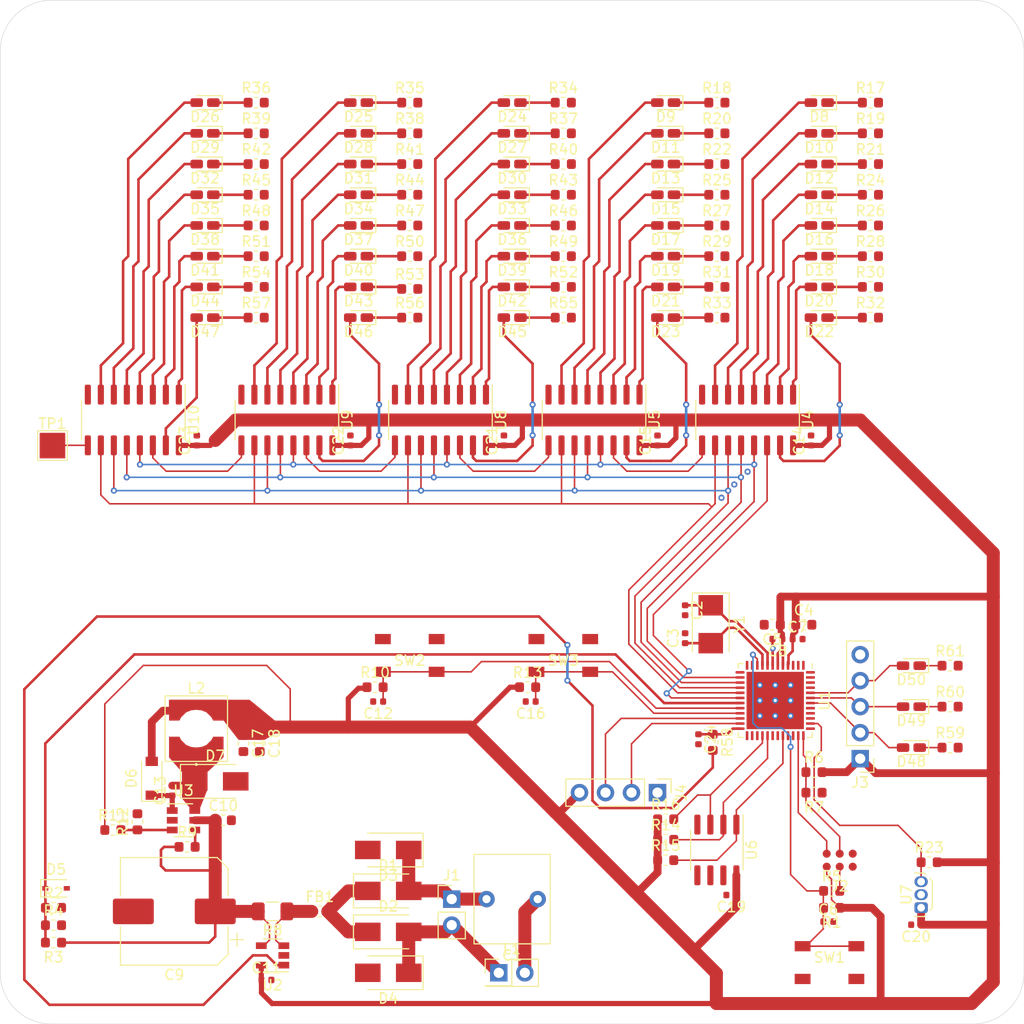
<source format=kicad_pcb>
(kicad_pcb (version 20171130) (host pcbnew "(5.1.6)-1")
  (layers (0 F.Cu signal) (31 B.Cu signal) (34 B.Paste user) (35 F.Paste user) (36 B.SilkS user) (37 F.SilkS user) (38 B.Mask user) (39 F.Mask user) (44 Edge.Cuts user))
  (net 0 "")
  (net 1 /IN+)
  (net 2 "Net-(C1-Pad1)")
  (net 3 GND)
  (net 4 "Net-(C2-Pad1)")
  (net 5 "Net-(C3-Pad1)")
  (net 6 +3V3)
  (net 7 /RST)
  (net 8 VDC)
  (net 9 /USER_BTN1)
  (net 10 "Net-(C13-Pad1)")
  (net 11 /USER_BTN2)
  (net 12 /IN-)
  (net 13 /VSENSE)
  (net 14 "Net-(D8-Pad2)")
  (net 15 "Net-(D8-Pad1)")
  (net 16 "Net-(D9-Pad2)")
  (net 17 "Net-(D9-Pad1)")
  (net 18 "Net-(D10-Pad2)")
  (net 19 "Net-(D10-Pad1)")
  (net 20 "Net-(D11-Pad2)")
  (net 21 "Net-(D11-Pad1)")
  (net 22 "Net-(D12-Pad2)")
  (net 23 "Net-(D12-Pad1)")
  (net 24 "Net-(D13-Pad2)")
  (net 25 "Net-(D13-Pad1)")
  (net 26 "Net-(D14-Pad2)")
  (net 27 "Net-(D14-Pad1)")
  (net 28 "Net-(D15-Pad2)")
  (net 29 "Net-(D15-Pad1)")
  (net 30 "Net-(D16-Pad2)")
  (net 31 "Net-(D16-Pad1)")
  (net 32 "Net-(D17-Pad2)")
  (net 33 "Net-(D17-Pad1)")
  (net 34 "Net-(D18-Pad2)")
  (net 35 "Net-(D18-Pad1)")
  (net 36 "Net-(D19-Pad2)")
  (net 37 "Net-(D19-Pad1)")
  (net 38 "Net-(D20-Pad2)")
  (net 39 "Net-(D20-Pad1)")
  (net 40 "Net-(D21-Pad2)")
  (net 41 "Net-(D21-Pad1)")
  (net 42 "Net-(D22-Pad2)")
  (net 43 "Net-(D22-Pad1)")
  (net 44 "Net-(D23-Pad2)")
  (net 45 "Net-(D23-Pad1)")
  (net 46 "Net-(D24-Pad2)")
  (net 47 "Net-(D24-Pad1)")
  (net 48 "Net-(D25-Pad2)")
  (net 49 "Net-(D25-Pad1)")
  (net 50 "Net-(D26-Pad2)")
  (net 51 "Net-(D26-Pad1)")
  (net 52 "Net-(D27-Pad2)")
  (net 53 "Net-(D27-Pad1)")
  (net 54 "Net-(D28-Pad2)")
  (net 55 "Net-(D28-Pad1)")
  (net 56 "Net-(D29-Pad2)")
  (net 57 "Net-(D29-Pad1)")
  (net 58 "Net-(D30-Pad2)")
  (net 59 "Net-(D30-Pad1)")
  (net 60 "Net-(D31-Pad2)")
  (net 61 "Net-(D31-Pad1)")
  (net 62 "Net-(D32-Pad2)")
  (net 63 "Net-(D32-Pad1)")
  (net 64 "Net-(D33-Pad2)")
  (net 65 "Net-(D33-Pad1)")
  (net 66 "Net-(D34-Pad2)")
  (net 67 "Net-(D34-Pad1)")
  (net 68 "Net-(D35-Pad2)")
  (net 69 "Net-(D35-Pad1)")
  (net 70 "Net-(D36-Pad2)")
  (net 71 "Net-(D36-Pad1)")
  (net 72 "Net-(D37-Pad2)")
  (net 73 "Net-(D37-Pad1)")
  (net 74 "Net-(D38-Pad2)")
  (net 75 "Net-(D38-Pad1)")
  (net 76 "Net-(D39-Pad2)")
  (net 77 "Net-(D39-Pad1)")
  (net 78 "Net-(D40-Pad2)")
  (net 79 "Net-(D40-Pad1)")
  (net 80 "Net-(D41-Pad2)")
  (net 81 "Net-(D41-Pad1)")
  (net 82 "Net-(D42-Pad2)")
  (net 83 "Net-(D42-Pad1)")
  (net 84 "Net-(D43-Pad2)")
  (net 85 "Net-(D43-Pad1)")
  (net 86 "Net-(D44-Pad2)")
  (net 87 "Net-(D44-Pad1)")
  (net 88 "Net-(D45-Pad2)")
  (net 89 "Net-(D45-Pad1)")
  (net 90 "Net-(D46-Pad2)")
  (net 91 "Net-(D46-Pad1)")
  (net 92 "Net-(D47-Pad2)")
  (net 93 "Net-(D47-Pad1)")
  (net 94 /DEBUG_TX)
  (net 95 /DEBUG_RX)
  (net 96 "Net-(J2-Pad3)")
  (net 97 /SWCLK)
  (net 98 "Net-(R9-Pad2)")
  (net 99 "Net-(R11-Pad2)")
  (net 100 /SCL)
  (net 101 /SDA)
  (net 102 /TEMP_INT)
  (net 103 /HALL_INT)
  (net 104 /SER_4)
  (net 105 "Net-(U1-Pad48)")
  (net 106 "Net-(U1-Pad47)")
  (net 107 "Net-(U1-Pad46)")
  (net 108 "Net-(U1-Pad45)")
  (net 109 "Net-(U1-Pad41)")
  (net 110 "Net-(U1-Pad40)")
  (net 111 "Net-(U1-Pad39)")
  (net 112 "Net-(U1-Pad37)")
  (net 113 /SWDIO)
  (net 114 "Net-(U1-Pad34)")
  (net 115 "Net-(U1-Pad33)")
  (net 116 "Net-(U1-Pad31)")
  (net 117 "Net-(U1-Pad30)")
  (net 118 "Net-(U1-Pad27)")
  (net 119 "Net-(U1-Pad26)")
  (net 120 "Net-(U1-Pad25)")
  (net 121 /SR_EN)
  (net 122 /SER_0)
  (net 123 /SRCLR)
  (net 124 /SRCLK)
  (net 125 /RCLK)
  (net 126 /ISENSE)
  (net 127 "Net-(U1-Pad3)")
  (net 128 "Net-(U1-Pad2)")
  (net 129 "Net-(U1-Pad1)")
  (net 130 /SER_0-1)
  (net 131 /SER_1-2)
  (net 132 /SER_2-3)
  (net 133 /SER_3-4)
  (net 134 "Net-(J2-Pad6)")
  (net 135 "Net-(R58-Pad2)")
  (net 136 /VSYS_H)
  (net 137 /LD1)
  (net 138 "Net-(D48-Pad1)")
  (net 139 /LD2)
  (net 140 "Net-(D49-Pad1)")
  (net 141 /LD3)
  (net 142 "Net-(D50-Pad1)")
  (net 143 /VSYS_L)
  (net 144 "Net-(U1-Pad11)")
  (net 145 "Net-(U1-Pad13)")
  (net 146 "Net-(U1-Pad12)")
  (net 147 /BUCK_SW)
  (module Resistor_SMD:R_0603_1608Metric (layer F.Cu) (at 142.78 115)
    (fp_text reference R61 (at 0 -1.43) (layer F.SilkS))
    (fp_text value 680)
    (pad 2 smd roundrect (at 0.7875 0) (size 0.875 0.95) (layers F.Cu F.Paste F.Mask) (net 3 GND))
    (pad 1 smd roundrect (at -0.7875 0) (size 0.875 0.95) (layers F.Cu F.Paste F.Mask) (net 142 "Net-(D50-Pad1)"))
  )
  (module Resistor_SMD:R_0603_1608Metric (layer F.Cu) (at 142.78 119)
    (fp_text reference R60 (at 0 -1.43) (layer F.SilkS))
    (fp_text value 680)
    (pad 2 smd roundrect (at 0.7875 0) (size 0.875 0.95) (layers F.Cu F.Paste F.Mask) (net 3 GND))
    (pad 1 smd roundrect (at -0.7875 0) (size 0.875 0.95) (layers F.Cu F.Paste F.Mask) (net 140 "Net-(D49-Pad1)"))
  )
  (module Resistor_SMD:R_0603_1608Metric (layer F.Cu) (at 142.78 123)
    (fp_text reference R59 (at 0 -1.43) (layer F.SilkS))
    (fp_text value 680)
    (pad 2 smd roundrect (at 0.7875 0) (size 0.875 0.95) (layers F.Cu F.Paste F.Mask) (net 3 GND))
    (pad 1 smd roundrect (at -0.7875 0) (size 0.875 0.95) (layers F.Cu F.Paste F.Mask) (net 138 "Net-(D48-Pad1)"))
  )
  (module LED_SMD:LED_0603_1608Metric_Castellated (layer F.Cu) (at 139 115 180)
    (fp_text reference D50 (at 0 -1.38) (layer F.SilkS))
    (fp_text value GRN)
    (pad 2 smd roundrect (at 0.8125 0 180) (size 1.225 0.85) (layers F.Cu F.Paste F.Mask) (net 141 /LD3))
    (pad 1 smd roundrect (at -0.8125 0 180) (size 1.225 0.85) (layers F.Cu F.Paste F.Mask) (net 142 "Net-(D50-Pad1)"))
  )
  (module LED_SMD:LED_0603_1608Metric_Castellated (layer F.Cu) (at 139 119 180)
    (fp_text reference D49 (at 0 -1.38) (layer F.SilkS))
    (fp_text value GRN)
    (pad 2 smd roundrect (at 0.8125 0 180) (size 1.225 0.85) (layers F.Cu F.Paste F.Mask) (net 139 /LD2))
    (pad 1 smd roundrect (at -0.8125 0 180) (size 1.225 0.85) (layers F.Cu F.Paste F.Mask) (net 140 "Net-(D49-Pad1)"))
  )
  (module LED_SMD:LED_0603_1608Metric_Castellated (layer F.Cu) (at 139 123 180)
    (fp_text reference D48 (at 0 -1.38) (layer F.SilkS))
    (fp_text value GRN)
    (pad 2 smd roundrect (at 0.8125 0 180) (size 1.225 0.85) (layers F.Cu F.Paste F.Mask) (net 137 /LD1))
    (pad 1 smd roundrect (at -0.8125 0 180) (size 1.225 0.85) (layers F.Cu F.Paste F.Mask) (net 138 "Net-(D48-Pad1)"))
  )
  (module Resistor_SMD:R_0603_1608Metric (layer F.Cu) (at 119.6 122.4875 270)
    (fp_text reference R58 (at 0 -1.43 90) (layer F.SilkS))
    (fp_text value 0)
    (pad 2 smd roundrect (at 0.7875 0 270) (size 0.875 0.95) (layers F.Cu F.Paste F.Mask) (net 135 "Net-(R58-Pad2)"))
    (pad 1 smd roundrect (at -0.7875 0 270) (size 0.875 0.95) (layers F.Cu F.Paste F.Mask) (net 126 /ISENSE))
  )
  (module WPT_Project_Parts:744042150 (layer F.Cu) (at 69.15 121.15 180)
    (fp_text reference L2 (at 0 3.95) (layer F.SilkS))
    (fp_text value 15uH)
    (pad 1 smd custom (at 0 -2.35 180) (size 0.5 0.5) (layers F.Cu F.Paste F.Mask) (net 147 /BUCK_SW) (options (clearance outline) (anchor rect)) (primitives (gr_poly (pts (xy 2.65 1.55) (xy 1.65 1.55) (xy 1.5 1.25) (xy 1 0.75) (xy 0.5 0.55) (xy 0 0.5) (xy -0.5 0.55) (xy -1 0.75) (xy -1.5 1.25) (xy -1.65 1.55) (xy -2.65 1.55) (xy -2.65 -0.45) (xy 2.65 -0.45)) (width 0.0254))))
    (pad 2 smd custom (at 0 2.35) (size 0.5 0.5) (layers F.Cu F.Paste F.Mask) (net 6 +3V3) (options (clearance outline) (anchor rect)) (primitives (gr_poly (pts (xy 2.65 1.55) (xy 1.65 1.55) (xy 1.5 1.25) (xy 1 0.75) (xy 0.5 0.55) (xy 0 0.5) (xy -0.5 0.55) (xy -1 0.75) (xy -1.5 1.25) (xy -1.65 1.55) (xy -2.65 1.55) (xy -2.65 -0.45) (xy 2.65 -0.45)) (width 0.0254))))
  )
  (module Tag-connect:TC2030-IDC-NL-FP (layer F.Cu) (at 132 134)
    (fp_text reference J2 (at 0 2.54) (layer F.SilkS))
    (fp_text value Tag-connect-NL)
    (pad "" np_thru_hole circle (at 2.54 1.016) (size 0.9906 0.9906) (drill 0.9906) (layers *.Cu *.Mask))
    (pad "" np_thru_hole circle (at 2.54 -1.016) (size 0.9906 0.9906) (drill 0.9906) (layers *.Cu *.Mask))
    (pad "" np_thru_hole circle (at -2.54 0) (size 0.9906 0.9906) (drill 0.9906) (layers *.Cu *.Mask))
    (pad 2 smd circle (at -1.27 -0.635) (size 0.7874 0.7874) (layers F.Cu F.Mask) (net 113 /SWDIO))
    (pad 1 smd circle (at -1.27 0.635) (size 0.7874 0.7874) (layers F.Cu F.Mask) (net 6 +3V3))
    (pad 6 smd circle (at 1.27 -0.635) (size 0.7874 0.7874) (layers F.Cu F.Mask) (net 134 "Net-(J2-Pad6)"))
    (pad 5 smd circle (at 1.27 0.635) (size 0.7874 0.7874) (layers F.Cu F.Mask) (net 3 GND))
    (pad 4 smd circle (at 0 -0.635) (size 0.7874 0.7874) (layers F.Cu F.Mask) (net 97 /SWCLK))
    (pad 3 smd circle (at 0 0.635) (size 0.7874 0.7874) (layers F.Cu F.Mask) (net 96 "Net-(J2-Pad3)"))
  )
  (module Capacitor_SMD:C_0402_1005Metric (layer F.Cu) (at 118.2 122.185 270)
    (fp_text reference C24 (at 0 -1.17 90) (layer F.SilkS))
    (fp_text value 100nF)
    (pad 2 smd roundrect (at 0.485 0 270) (size 0.59 0.64) (layers F.Cu F.Paste F.Mask) (net 3 GND))
    (pad 1 smd roundrect (at -0.485 0 270) (size 0.59 0.64) (layers F.Cu F.Paste F.Mask) (net 126 /ISENSE))
  )
  (module Crystal:Crystal_SMD_5032-2Pin_5.0x3.2mm (layer F.Cu) (at 119.4 110.95 270)
    (fp_text reference Y1 (at 0 -2.8 90) (layer F.SilkS))
    (fp_text value 8MHz)
    (pad 2 smd rect (at 1.85 0 270) (size 2 2.4) (layers F.Cu F.Paste F.Mask) (net 5 "Net-(C3-Pad1)"))
    (pad 1 smd rect (at -1.85 0 270) (size 2 2.4) (layers F.Cu F.Paste F.Mask) (net 4 "Net-(C2-Pad1)"))
  )
  (module Package_SO:SOIC-16_3.9x9.9mm_P1.27mm (layer F.Cu) (at 63 91 270)
    (fp_text reference U10 (at 0 -5.9 90) (layer F.SilkS))
    (fp_text value 74HC595)
    (pad 16 smd roundrect (at 2.475 -4.445 270) (size 1.95 0.6) (layers F.Cu F.Paste F.Mask) (net 6 +3V3))
    (pad 15 smd roundrect (at 2.475 -3.175 270) (size 1.95 0.6) (layers F.Cu F.Paste F.Mask) (net 92 "Net-(D47-Pad2)"))
    (pad 14 smd roundrect (at 2.475 -1.905 270) (size 1.95 0.6) (layers F.Cu F.Paste F.Mask) (net 133 /SER_3-4))
    (pad 13 smd roundrect (at 2.475 -0.635 270) (size 1.95 0.6) (layers F.Cu F.Paste F.Mask) (net 121 /SR_EN))
    (pad 12 smd roundrect (at 2.475 0.635 270) (size 1.95 0.6) (layers F.Cu F.Paste F.Mask) (net 125 /RCLK))
    (pad 11 smd roundrect (at 2.475 1.905 270) (size 1.95 0.6) (layers F.Cu F.Paste F.Mask) (net 124 /SRCLK))
    (pad 10 smd roundrect (at 2.475 3.175 270) (size 1.95 0.6) (layers F.Cu F.Paste F.Mask) (net 123 /SRCLR))
    (pad 9 smd roundrect (at 2.475 4.445 270) (size 1.95 0.6) (layers F.Cu F.Paste F.Mask) (net 104 /SER_4))
    (pad 8 smd roundrect (at -2.475 4.445 270) (size 1.95 0.6) (layers F.Cu F.Paste F.Mask) (net 3 GND))
    (pad 7 smd roundrect (at -2.475 3.175 270) (size 1.95 0.6) (layers F.Cu F.Paste F.Mask) (net 50 "Net-(D26-Pad2)"))
    (pad 6 smd roundrect (at -2.475 1.905 270) (size 1.95 0.6) (layers F.Cu F.Paste F.Mask) (net 56 "Net-(D29-Pad2)"))
    (pad 5 smd roundrect (at -2.475 0.635 270) (size 1.95 0.6) (layers F.Cu F.Paste F.Mask) (net 62 "Net-(D32-Pad2)"))
    (pad 4 smd roundrect (at -2.475 -0.635 270) (size 1.95 0.6) (layers F.Cu F.Paste F.Mask) (net 68 "Net-(D35-Pad2)"))
    (pad 3 smd roundrect (at -2.475 -1.905 270) (size 1.95 0.6) (layers F.Cu F.Paste F.Mask) (net 74 "Net-(D38-Pad2)"))
    (pad 2 smd roundrect (at -2.475 -3.175 270) (size 1.95 0.6) (layers F.Cu F.Paste F.Mask) (net 80 "Net-(D41-Pad2)"))
    (pad 1 smd roundrect (at -2.475 -4.445 270) (size 1.95 0.6) (layers F.Cu F.Paste F.Mask) (net 86 "Net-(D44-Pad2)"))
  )
  (module Package_SO:SOIC-16_3.9x9.9mm_P1.27mm (layer F.Cu) (at 78 91 270)
    (fp_text reference U9 (at 0 -5.9 90) (layer F.SilkS))
    (fp_text value 74HC595)
    (pad 16 smd roundrect (at 2.475 -4.445 270) (size 1.95 0.6) (layers F.Cu F.Paste F.Mask) (net 6 +3V3))
    (pad 15 smd roundrect (at 2.475 -3.175 270) (size 1.95 0.6) (layers F.Cu F.Paste F.Mask) (net 90 "Net-(D46-Pad2)"))
    (pad 14 smd roundrect (at 2.475 -1.905 270) (size 1.95 0.6) (layers F.Cu F.Paste F.Mask) (net 132 /SER_2-3))
    (pad 13 smd roundrect (at 2.475 -0.635 270) (size 1.95 0.6) (layers F.Cu F.Paste F.Mask) (net 121 /SR_EN))
    (pad 12 smd roundrect (at 2.475 0.635 270) (size 1.95 0.6) (layers F.Cu F.Paste F.Mask) (net 125 /RCLK))
    (pad 11 smd roundrect (at 2.475 1.905 270) (size 1.95 0.6) (layers F.Cu F.Paste F.Mask) (net 124 /SRCLK))
    (pad 10 smd roundrect (at 2.475 3.175 270) (size 1.95 0.6) (layers F.Cu F.Paste F.Mask) (net 123 /SRCLR))
    (pad 9 smd roundrect (at 2.475 4.445 270) (size 1.95 0.6) (layers F.Cu F.Paste F.Mask) (net 133 /SER_3-4))
    (pad 8 smd roundrect (at -2.475 4.445 270) (size 1.95 0.6) (layers F.Cu F.Paste F.Mask) (net 3 GND))
    (pad 7 smd roundrect (at -2.475 3.175 270) (size 1.95 0.6) (layers F.Cu F.Paste F.Mask) (net 48 "Net-(D25-Pad2)"))
    (pad 6 smd roundrect (at -2.475 1.905 270) (size 1.95 0.6) (layers F.Cu F.Paste F.Mask) (net 54 "Net-(D28-Pad2)"))
    (pad 5 smd roundrect (at -2.475 0.635 270) (size 1.95 0.6) (layers F.Cu F.Paste F.Mask) (net 60 "Net-(D31-Pad2)"))
    (pad 4 smd roundrect (at -2.475 -0.635 270) (size 1.95 0.6) (layers F.Cu F.Paste F.Mask) (net 66 "Net-(D34-Pad2)"))
    (pad 3 smd roundrect (at -2.475 -1.905 270) (size 1.95 0.6) (layers F.Cu F.Paste F.Mask) (net 72 "Net-(D37-Pad2)"))
    (pad 2 smd roundrect (at -2.475 -3.175 270) (size 1.95 0.6) (layers F.Cu F.Paste F.Mask) (net 78 "Net-(D40-Pad2)"))
    (pad 1 smd roundrect (at -2.475 -4.445 270) (size 1.95 0.6) (layers F.Cu F.Paste F.Mask) (net 84 "Net-(D43-Pad2)"))
  )
  (module Package_SO:SOIC-16_3.9x9.9mm_P1.27mm (layer F.Cu) (at 93 91 270)
    (fp_text reference U8 (at 0 -5.9 90) (layer F.SilkS))
    (fp_text value 74HC595)
    (pad 16 smd roundrect (at 2.475 -4.445 270) (size 1.95 0.6) (layers F.Cu F.Paste F.Mask) (net 6 +3V3))
    (pad 15 smd roundrect (at 2.475 -3.175 270) (size 1.95 0.6) (layers F.Cu F.Paste F.Mask) (net 88 "Net-(D45-Pad2)"))
    (pad 14 smd roundrect (at 2.475 -1.905 270) (size 1.95 0.6) (layers F.Cu F.Paste F.Mask) (net 131 /SER_1-2))
    (pad 13 smd roundrect (at 2.475 -0.635 270) (size 1.95 0.6) (layers F.Cu F.Paste F.Mask) (net 121 /SR_EN))
    (pad 12 smd roundrect (at 2.475 0.635 270) (size 1.95 0.6) (layers F.Cu F.Paste F.Mask) (net 125 /RCLK))
    (pad 11 smd roundrect (at 2.475 1.905 270) (size 1.95 0.6) (layers F.Cu F.Paste F.Mask) (net 124 /SRCLK))
    (pad 10 smd roundrect (at 2.475 3.175 270) (size 1.95 0.6) (layers F.Cu F.Paste F.Mask) (net 123 /SRCLR))
    (pad 9 smd roundrect (at 2.475 4.445 270) (size 1.95 0.6) (layers F.Cu F.Paste F.Mask) (net 132 /SER_2-3))
    (pad 8 smd roundrect (at -2.475 4.445 270) (size 1.95 0.6) (layers F.Cu F.Paste F.Mask) (net 3 GND))
    (pad 7 smd roundrect (at -2.475 3.175 270) (size 1.95 0.6) (layers F.Cu F.Paste F.Mask) (net 46 "Net-(D24-Pad2)"))
    (pad 6 smd roundrect (at -2.475 1.905 270) (size 1.95 0.6) (layers F.Cu F.Paste F.Mask) (net 52 "Net-(D27-Pad2)"))
    (pad 5 smd roundrect (at -2.475 0.635 270) (size 1.95 0.6) (layers F.Cu F.Paste F.Mask) (net 58 "Net-(D30-Pad2)"))
    (pad 4 smd roundrect (at -2.475 -0.635 270) (size 1.95 0.6) (layers F.Cu F.Paste F.Mask) (net 64 "Net-(D33-Pad2)"))
    (pad 3 smd roundrect (at -2.475 -1.905 270) (size 1.95 0.6) (layers F.Cu F.Paste F.Mask) (net 70 "Net-(D36-Pad2)"))
    (pad 2 smd roundrect (at -2.475 -3.175 270) (size 1.95 0.6) (layers F.Cu F.Paste F.Mask) (net 76 "Net-(D39-Pad2)"))
    (pad 1 smd roundrect (at -2.475 -4.445 270) (size 1.95 0.6) (layers F.Cu F.Paste F.Mask) (net 82 "Net-(D42-Pad2)"))
  )
  (module Package_TO_SOT_THT:TO-92Flat (layer F.Cu) (at 139.95 138.64 90)
    (fp_text reference U7 (at 1.27 -1.45 90) (layer F.SilkS))
    (fp_text value AH3574-P)
    (pad 1 thru_hole roundrect (at 0 0 90) (size 1.05 1.3) (drill 0.75) (layers *.Cu *.Mask) (roundrect_rratio 0.238) (net 6 +3V3))
    (pad 3 thru_hole oval (at 2.54 0 90) (size 1.05 1.3) (drill 0.75) (layers *.Cu *.Mask) (net 103 /HALL_INT))
    (pad 2 thru_hole oval (at 1.27 0 90) (size 1.05 1.3) (drill 0.75) (layers *.Cu *.Mask) (net 3 GND))
  )
  (module Package_SO:SOIC-8_3.9x4.9mm_P1.27mm (layer F.Cu) (at 120 133 270)
    (fp_text reference U6 (at 0 -3.4 90) (layer F.SilkS))
    (fp_text value LM75B)
    (pad 8 smd roundrect (at 2.475 -1.905 270) (size 1.95 0.6) (layers F.Cu F.Paste F.Mask) (net 6 +3V3))
    (pad 7 smd roundrect (at 2.475 -0.635 270) (size 1.95 0.6) (layers F.Cu F.Paste F.Mask) (net 3 GND))
    (pad 6 smd roundrect (at 2.475 0.635 270) (size 1.95 0.6) (layers F.Cu F.Paste F.Mask) (net 3 GND))
    (pad 5 smd roundrect (at 2.475 1.905 270) (size 1.95 0.6) (layers F.Cu F.Paste F.Mask) (net 3 GND))
    (pad 4 smd roundrect (at -2.475 1.905 270) (size 1.95 0.6) (layers F.Cu F.Paste F.Mask) (net 3 GND))
    (pad 3 smd roundrect (at -2.475 0.635 270) (size 1.95 0.6) (layers F.Cu F.Paste F.Mask) (net 102 /TEMP_INT))
    (pad 2 smd roundrect (at -2.475 -0.635 270) (size 1.95 0.6) (layers F.Cu F.Paste F.Mask) (net 100 /SCL))
    (pad 1 smd roundrect (at -2.475 -1.905 270) (size 1.95 0.6) (layers F.Cu F.Paste F.Mask) (net 101 /SDA))
  )
  (module Package_SO:SOIC-16_3.9x9.9mm_P1.27mm (layer F.Cu) (at 108 91 270)
    (fp_text reference U5 (at 0 -5.9 90) (layer F.SilkS))
    (fp_text value 74HC595)
    (pad 16 smd roundrect (at 2.475 -4.445 270) (size 1.95 0.6) (layers F.Cu F.Paste F.Mask) (net 6 +3V3))
    (pad 15 smd roundrect (at 2.475 -3.175 270) (size 1.95 0.6) (layers F.Cu F.Paste F.Mask) (net 44 "Net-(D23-Pad2)"))
    (pad 14 smd roundrect (at 2.475 -1.905 270) (size 1.95 0.6) (layers F.Cu F.Paste F.Mask) (net 130 /SER_0-1))
    (pad 13 smd roundrect (at 2.475 -0.635 270) (size 1.95 0.6) (layers F.Cu F.Paste F.Mask) (net 121 /SR_EN))
    (pad 12 smd roundrect (at 2.475 0.635 270) (size 1.95 0.6) (layers F.Cu F.Paste F.Mask) (net 125 /RCLK))
    (pad 11 smd roundrect (at 2.475 1.905 270) (size 1.95 0.6) (layers F.Cu F.Paste F.Mask) (net 124 /SRCLK))
    (pad 10 smd roundrect (at 2.475 3.175 270) (size 1.95 0.6) (layers F.Cu F.Paste F.Mask) (net 123 /SRCLR))
    (pad 9 smd roundrect (at 2.475 4.445 270) (size 1.95 0.6) (layers F.Cu F.Paste F.Mask) (net 131 /SER_1-2))
    (pad 8 smd roundrect (at -2.475 4.445 270) (size 1.95 0.6) (layers F.Cu F.Paste F.Mask) (net 3 GND))
    (pad 7 smd roundrect (at -2.475 3.175 270) (size 1.95 0.6) (layers F.Cu F.Paste F.Mask) (net 16 "Net-(D9-Pad2)"))
    (pad 6 smd roundrect (at -2.475 1.905 270) (size 1.95 0.6) (layers F.Cu F.Paste F.Mask) (net 20 "Net-(D11-Pad2)"))
    (pad 5 smd roundrect (at -2.475 0.635 270) (size 1.95 0.6) (layers F.Cu F.Paste F.Mask) (net 24 "Net-(D13-Pad2)"))
    (pad 4 smd roundrect (at -2.475 -0.635 270) (size 1.95 0.6) (layers F.Cu F.Paste F.Mask) (net 28 "Net-(D15-Pad2)"))
    (pad 3 smd roundrect (at -2.475 -1.905 270) (size 1.95 0.6) (layers F.Cu F.Paste F.Mask) (net 32 "Net-(D17-Pad2)"))
    (pad 2 smd roundrect (at -2.475 -3.175 270) (size 1.95 0.6) (layers F.Cu F.Paste F.Mask) (net 36 "Net-(D19-Pad2)"))
    (pad 1 smd roundrect (at -2.475 -4.445 270) (size 1.95 0.6) (layers F.Cu F.Paste F.Mask) (net 40 "Net-(D21-Pad2)"))
  )
  (module Package_SO:SOIC-16_3.9x9.9mm_P1.27mm (layer F.Cu) (at 123 91 270)
    (fp_text reference U4 (at 0 -5.9 90) (layer F.SilkS))
    (fp_text value 74HC595)
    (pad 16 smd roundrect (at 2.475 -4.445 270) (size 1.95 0.6) (layers F.Cu F.Paste F.Mask) (net 6 +3V3))
    (pad 15 smd roundrect (at 2.475 -3.175 270) (size 1.95 0.6) (layers F.Cu F.Paste F.Mask) (net 42 "Net-(D22-Pad2)"))
    (pad 14 smd roundrect (at 2.475 -1.905 270) (size 1.95 0.6) (layers F.Cu F.Paste F.Mask) (net 122 /SER_0))
    (pad 13 smd roundrect (at 2.475 -0.635 270) (size 1.95 0.6) (layers F.Cu F.Paste F.Mask) (net 121 /SR_EN))
    (pad 12 smd roundrect (at 2.475 0.635 270) (size 1.95 0.6) (layers F.Cu F.Paste F.Mask) (net 125 /RCLK))
    (pad 11 smd roundrect (at 2.475 1.905 270) (size 1.95 0.6) (layers F.Cu F.Paste F.Mask) (net 124 /SRCLK))
    (pad 10 smd roundrect (at 2.475 3.175 270) (size 1.95 0.6) (layers F.Cu F.Paste F.Mask) (net 123 /SRCLR))
    (pad 9 smd roundrect (at 2.475 4.445 270) (size 1.95 0.6) (layers F.Cu F.Paste F.Mask) (net 130 /SER_0-1))
    (pad 8 smd roundrect (at -2.475 4.445 270) (size 1.95 0.6) (layers F.Cu F.Paste F.Mask) (net 3 GND))
    (pad 7 smd roundrect (at -2.475 3.175 270) (size 1.95 0.6) (layers F.Cu F.Paste F.Mask) (net 14 "Net-(D8-Pad2)"))
    (pad 6 smd roundrect (at -2.475 1.905 270) (size 1.95 0.6) (layers F.Cu F.Paste F.Mask) (net 18 "Net-(D10-Pad2)"))
    (pad 5 smd roundrect (at -2.475 0.635 270) (size 1.95 0.6) (layers F.Cu F.Paste F.Mask) (net 22 "Net-(D12-Pad2)"))
    (pad 4 smd roundrect (at -2.475 -0.635 270) (size 1.95 0.6) (layers F.Cu F.Paste F.Mask) (net 26 "Net-(D14-Pad2)"))
    (pad 3 smd roundrect (at -2.475 -1.905 270) (size 1.95 0.6) (layers F.Cu F.Paste F.Mask) (net 30 "Net-(D16-Pad2)"))
    (pad 2 smd roundrect (at -2.475 -3.175 270) (size 1.95 0.6) (layers F.Cu F.Paste F.Mask) (net 34 "Net-(D18-Pad2)"))
    (pad 1 smd roundrect (at -2.475 -4.445 270) (size 1.95 0.6) (layers F.Cu F.Paste F.Mask) (net 38 "Net-(D20-Pad2)"))
  )
  (module Package_TO_SOT_SMD:SOT-23-6 (layer F.Cu) (at 67.9 130.1)
    (fp_text reference U3 (at 0 -2.9) (layer F.SilkS))
    (fp_text value MCP16331)
    (pad 5 smd rect (at 1.1 0) (size 1.06 0.65) (layers F.Cu F.Paste F.Mask) (net 8 VDC))
    (pad 6 smd rect (at 1.1 -0.95) (size 1.06 0.65) (layers F.Cu F.Paste F.Mask) (net 147 /BUCK_SW))
    (pad 4 smd rect (at 1.1 0.95) (size 1.06 0.65) (layers F.Cu F.Paste F.Mask) (net 98 "Net-(R9-Pad2)"))
    (pad 3 smd rect (at -1.1 0.95) (size 1.06 0.65) (layers F.Cu F.Paste F.Mask) (net 99 "Net-(R11-Pad2)"))
    (pad 2 smd rect (at -1.1 0) (size 1.06 0.65) (layers F.Cu F.Paste F.Mask) (net 3 GND))
    (pad 1 smd rect (at -1.1 -0.95) (size 1.06 0.65) (layers F.Cu F.Paste F.Mask) (net 10 "Net-(C13-Pad1)"))
  )
  (module Package_TO_SOT_SMD:SOT-23-5 (layer F.Cu) (at 76.6 143.3 180)
    (fp_text reference U2 (at 0 -2.9) (layer F.SilkS))
    (fp_text value INA180A3)
    (pad 5 smd rect (at 1.1 -0.95 180) (size 1.06 0.65) (layers F.Cu F.Paste F.Mask) (net 6 +3V3))
    (pad 4 smd rect (at 1.1 0.95 180) (size 1.06 0.65) (layers F.Cu F.Paste F.Mask) (net 8 VDC))
    (pad 3 smd rect (at -1.1 0.95 180) (size 1.06 0.65) (layers F.Cu F.Paste F.Mask) (net 143 /VSYS_L))
    (pad 2 smd rect (at -1.1 0 180) (size 1.06 0.65) (layers F.Cu F.Paste F.Mask) (net 3 GND))
    (pad 1 smd rect (at -1.1 -0.95 180) (size 1.06 0.65) (layers F.Cu F.Paste F.Mask) (net 135 "Net-(R58-Pad2)"))
  )
  (module Package_DFN_QFN:QFN-48-1EP_7x7mm_P0.5mm_EP5.6x5.6mm (layer F.Cu) (at 125.7 118.4 270)
    (fp_text reference U1 (at 0 -4.82 90) (layer F.SilkS))
    (fp_text value STM32G031C6U6)
    (pad 49 smd rect (at 0 0 270) (size 5.6 5.6) (layers F.Cu F.Mask) (net 3 GND))
    (pad 48 smd roundrect (at -2.75 -3.4375 270) (size 0.25 0.875) (layers F.Cu F.Paste F.Mask) (net 105 "Net-(U1-Pad48)"))
    (pad 47 smd roundrect (at -2.25 -3.4375 270) (size 0.25 0.875) (layers F.Cu F.Paste F.Mask) (net 106 "Net-(U1-Pad47)"))
    (pad 46 smd roundrect (at -1.75 -3.4375 270) (size 0.25 0.875) (layers F.Cu F.Paste F.Mask) (net 107 "Net-(U1-Pad46)"))
    (pad 45 smd roundrect (at -1.25 -3.4375 270) (size 0.25 0.875) (layers F.Cu F.Paste F.Mask) (net 108 "Net-(U1-Pad45)"))
    (pad 44 smd roundrect (at -0.75 -3.4375 270) (size 0.25 0.875) (layers F.Cu F.Paste F.Mask) (net 141 /LD3))
    (pad 43 smd roundrect (at -0.25 -3.4375 270) (size 0.25 0.875) (layers F.Cu F.Paste F.Mask) (net 139 /LD2))
    (pad 42 smd roundrect (at 0.25 -3.4375 270) (size 0.25 0.875) (layers F.Cu F.Paste F.Mask) (net 137 /LD1))
    (pad 41 smd roundrect (at 0.75 -3.4375 270) (size 0.25 0.875) (layers F.Cu F.Paste F.Mask) (net 109 "Net-(U1-Pad41)"))
    (pad 40 smd roundrect (at 1.25 -3.4375 270) (size 0.25 0.875) (layers F.Cu F.Paste F.Mask) (net 110 "Net-(U1-Pad40)"))
    (pad 39 smd roundrect (at 1.75 -3.4375 270) (size 0.25 0.875) (layers F.Cu F.Paste F.Mask) (net 111 "Net-(U1-Pad39)"))
    (pad 38 smd roundrect (at 2.25 -3.4375 270) (size 0.25 0.875) (layers F.Cu F.Paste F.Mask) (net 103 /HALL_INT))
    (pad 37 smd roundrect (at 2.75 -3.4375 270) (size 0.25 0.875) (layers F.Cu F.Paste F.Mask) (net 112 "Net-(U1-Pad37)"))
    (pad 36 smd roundrect (at 3.4375 -2.75 270) (size 0.875 0.25) (layers F.Cu F.Paste F.Mask) (net 97 /SWCLK))
    (pad 35 smd roundrect (at 3.4375 -2.25 270) (size 0.875 0.25) (layers F.Cu F.Paste F.Mask) (net 113 /SWDIO))
    (pad 34 smd roundrect (at 3.4375 -1.75 270) (size 0.875 0.25) (layers F.Cu F.Paste F.Mask) (net 114 "Net-(U1-Pad34)"))
    (pad 33 smd roundrect (at 3.4375 -1.25 270) (size 0.875 0.25) (layers F.Cu F.Paste F.Mask) (net 115 "Net-(U1-Pad33)"))
    (pad 32 smd roundrect (at 3.4375 -0.75 270) (size 0.875 0.25) (layers F.Cu F.Paste F.Mask) (net 101 /SDA))
    (pad 31 smd roundrect (at 3.4375 -0.25 270) (size 0.875 0.25) (layers F.Cu F.Paste F.Mask) (net 116 "Net-(U1-Pad31)"))
    (pad 30 smd roundrect (at 3.4375 0.25 270) (size 0.875 0.25) (layers F.Cu F.Paste F.Mask) (net 117 "Net-(U1-Pad30)"))
    (pad 29 smd roundrect (at 3.4375 0.75 270) (size 0.875 0.25) (layers F.Cu F.Paste F.Mask) (net 100 /SCL))
    (pad 28 smd roundrect (at 3.4375 1.25 270) (size 0.875 0.25) (layers F.Cu F.Paste F.Mask) (net 102 /TEMP_INT))
    (pad 27 smd roundrect (at 3.4375 1.75 270) (size 0.875 0.25) (layers F.Cu F.Paste F.Mask) (net 118 "Net-(U1-Pad27)"))
    (pad 26 smd roundrect (at 3.4375 2.25 270) (size 0.875 0.25) (layers F.Cu F.Paste F.Mask) (net 119 "Net-(U1-Pad26)"))
    (pad 25 smd roundrect (at 3.4375 2.75 270) (size 0.875 0.25) (layers F.Cu F.Paste F.Mask) (net 120 "Net-(U1-Pad25)"))
    (pad 24 smd roundrect (at 2.75 3.4375 270) (size 0.25 0.875) (layers F.Cu F.Paste F.Mask) (net 126 /ISENSE))
    (pad 23 smd roundrect (at 2.25 3.4375 270) (size 0.25 0.875) (layers F.Cu F.Paste F.Mask) (net 94 /DEBUG_TX))
    (pad 22 smd roundrect (at 1.75 3.4375 270) (size 0.25 0.875) (layers F.Cu F.Paste F.Mask) (net 95 /DEBUG_RX))
    (pad 21 smd roundrect (at 1.25 3.4375 270) (size 0.25 0.875) (layers F.Cu F.Paste F.Mask) (net 11 /USER_BTN2))
    (pad 20 smd roundrect (at 0.75 3.4375 270) (size 0.25 0.875) (layers F.Cu F.Paste F.Mask) (net 9 /USER_BTN1))
    (pad 19 smd roundrect (at 0.25 3.4375 270) (size 0.25 0.875) (layers F.Cu F.Paste F.Mask) (net 13 /VSENSE))
    (pad 18 smd roundrect (at -0.25 3.4375 270) (size 0.25 0.875) (layers F.Cu F.Paste F.Mask) (net 122 /SER_0))
    (pad 17 smd roundrect (at -0.75 3.4375 270) (size 0.25 0.875) (layers F.Cu F.Paste F.Mask) (net 123 /SRCLR))
    (pad 16 smd roundrect (at -1.25 3.4375 270) (size 0.25 0.875) (layers F.Cu F.Paste F.Mask) (net 124 /SRCLK))
    (pad 15 smd roundrect (at -1.75 3.4375 270) (size 0.25 0.875) (layers F.Cu F.Paste F.Mask) (net 125 /RCLK))
    (pad 14 smd roundrect (at -2.25 3.4375 270) (size 0.25 0.875) (layers F.Cu F.Paste F.Mask) (net 121 /SR_EN))
    (pad 13 smd roundrect (at -2.75 3.4375 270) (size 0.25 0.875) (layers F.Cu F.Paste F.Mask) (net 145 "Net-(U1-Pad13)"))
    (pad 12 smd roundrect (at -3.4375 2.75 270) (size 0.875 0.25) (layers F.Cu F.Paste F.Mask) (net 146 "Net-(U1-Pad12)"))
    (pad 11 smd roundrect (at -3.4375 2.25 270) (size 0.875 0.25) (layers F.Cu F.Paste F.Mask) (net 144 "Net-(U1-Pad11)"))
    (pad 10 smd roundrect (at -3.4375 1.75 270) (size 0.875 0.25) (layers F.Cu F.Paste F.Mask) (net 7 /RST))
    (pad 9 smd roundrect (at -3.4375 1.25 270) (size 0.875 0.25) (layers F.Cu F.Paste F.Mask) (net 5 "Net-(C3-Pad1)"))
    (pad 8 smd roundrect (at -3.4375 0.75 270) (size 0.875 0.25) (layers F.Cu F.Paste F.Mask) (net 4 "Net-(C2-Pad1)"))
    (pad 7 smd roundrect (at -3.4375 0.25 270) (size 0.875 0.25) (layers F.Cu F.Paste F.Mask) (net 3 GND))
    (pad 6 smd roundrect (at -3.4375 -0.25 270) (size 0.875 0.25) (layers F.Cu F.Paste F.Mask) (net 6 +3V3))
    (pad 5 smd roundrect (at -3.4375 -0.75 270) (size 0.875 0.25) (layers F.Cu F.Paste F.Mask) (net 6 +3V3))
    (pad 4 smd roundrect (at -3.4375 -1.25 270) (size 0.875 0.25) (layers F.Cu F.Paste F.Mask) (net 6 +3V3))
    (pad 3 smd roundrect (at -3.4375 -1.75 270) (size 0.875 0.25) (layers F.Cu F.Paste F.Mask) (net 127 "Net-(U1-Pad3)"))
    (pad 2 smd roundrect (at -3.4375 -2.25 270) (size 0.875 0.25) (layers F.Cu F.Paste F.Mask) (net 128 "Net-(U1-Pad2)"))
    (pad 1 smd roundrect (at -3.4375 -2.75 270) (size 0.875 0.25) (layers F.Cu F.Paste F.Mask) (net 129 "Net-(U1-Pad1)"))
  )
  (module TestPoint:TestPoint_Pad_2.5x2.5mm (layer F.Cu) (at 55.1 93.5)
    (fp_text reference TP1 (at 0 -2.148) (layer F.SilkS))
    (fp_text value TestPoint)
    (pad 1 smd rect (at 0 0) (size 2.5 2.5) (layers F.Cu F.Mask) (net 104 /SER_4))
  )
  (module WPT_Project_Parts:PTS647 (layer F.Cu) (at 105 114)
    (fp_text reference SW3 (at 0 0.5) (layer F.SilkS))
    (fp_text value PTS647)
    (pad 1 smd rect (at -2.625 -1.6) (size 1.55 1) (layers F.Cu F.Paste F.Mask) (net 3 GND))
    (pad 1 smd rect (at 2.625 -1.6) (size 1.55 1) (layers F.Cu F.Paste F.Mask) (net 3 GND))
    (pad 2 smd rect (at -2.625 1.6) (size 1.55 1) (layers F.Cu F.Paste F.Mask) (net 11 /USER_BTN2))
    (pad 2 smd rect (at 2.625 1.6) (size 1.55 1) (layers F.Cu F.Paste F.Mask) (net 11 /USER_BTN2))
  )
  (module WPT_Project_Parts:PTS647 (layer F.Cu) (at 90 114)
    (fp_text reference SW2 (at 0 0.5) (layer F.SilkS))
    (fp_text value PTS647)
    (pad 1 smd rect (at -2.625 -1.6) (size 1.55 1) (layers F.Cu F.Paste F.Mask) (net 3 GND))
    (pad 1 smd rect (at 2.625 -1.6) (size 1.55 1) (layers F.Cu F.Paste F.Mask) (net 3 GND))
    (pad 2 smd rect (at -2.625 1.6) (size 1.55 1) (layers F.Cu F.Paste F.Mask) (net 9 /USER_BTN1))
    (pad 2 smd rect (at 2.625 1.6) (size 1.55 1) (layers F.Cu F.Paste F.Mask) (net 9 /USER_BTN1))
  )
  (module WPT_Project_Parts:PTS647 (layer F.Cu) (at 131 144 180)
    (fp_text reference SW1 (at 0 0.5) (layer F.SilkS))
    (fp_text value PTS647)
    (pad 1 smd rect (at -2.625 -1.6 180) (size 1.55 1) (layers F.Cu F.Paste F.Mask) (net 3 GND))
    (pad 1 smd rect (at 2.625 -1.6 180) (size 1.55 1) (layers F.Cu F.Paste F.Mask) (net 3 GND))
    (pad 2 smd rect (at -2.625 1.6 180) (size 1.55 1) (layers F.Cu F.Paste F.Mask) (net 7 /RST))
    (pad 2 smd rect (at 2.625 1.6 180) (size 1.55 1) (layers F.Cu F.Paste F.Mask) (net 7 /RST))
  )
  (module Resistor_SMD:R_0603_1608Metric (layer F.Cu) (at 75 81)
    (fp_text reference R57 (at 0 -1.43) (layer F.SilkS))
    (fp_text value 165)
    (pad 2 smd roundrect (at 0.7875 0) (size 0.875 0.95) (layers F.Cu F.Paste F.Mask) (net 3 GND))
    (pad 1 smd roundrect (at -0.7875 0) (size 0.875 0.95) (layers F.Cu F.Paste F.Mask) (net 93 "Net-(D47-Pad1)"))
  )
  (module Resistor_SMD:R_0603_1608Metric (layer F.Cu) (at 90 81)
    (fp_text reference R56 (at 0 -1.43) (layer F.SilkS))
    (fp_text value 165)
    (pad 2 smd roundrect (at 0.7875 0) (size 0.875 0.95) (layers F.Cu F.Paste F.Mask) (net 3 GND))
    (pad 1 smd roundrect (at -0.7875 0) (size 0.875 0.95) (layers F.Cu F.Paste F.Mask) (net 91 "Net-(D46-Pad1)"))
  )
  (module Resistor_SMD:R_0603_1608Metric (layer F.Cu) (at 105 81)
    (fp_text reference R55 (at 0 -1.43) (layer F.SilkS))
    (fp_text value 165)
    (pad 2 smd roundrect (at 0.7875 0) (size 0.875 0.95) (layers F.Cu F.Paste F.Mask) (net 3 GND))
    (pad 1 smd roundrect (at -0.7875 0) (size 0.875 0.95) (layers F.Cu F.Paste F.Mask) (net 89 "Net-(D45-Pad1)"))
  )
  (module Resistor_SMD:R_0603_1608Metric (layer F.Cu) (at 75 78)
    (fp_text reference R54 (at 0 -1.43) (layer F.SilkS))
    (fp_text value 165)
    (pad 2 smd roundrect (at 0.7875 0) (size 0.875 0.95) (layers F.Cu F.Paste F.Mask) (net 3 GND))
    (pad 1 smd roundrect (at -0.7875 0) (size 0.875 0.95) (layers F.Cu F.Paste F.Mask) (net 87 "Net-(D44-Pad1)"))
  )
  (module Resistor_SMD:R_0603_1608Metric (layer F.Cu) (at 90 78.2)
    (fp_text reference R53 (at 0 -1.43) (layer F.SilkS))
    (fp_text value 165)
    (pad 2 smd roundrect (at 0.7875 0) (size 0.875 0.95) (layers F.Cu F.Paste F.Mask) (net 3 GND))
    (pad 1 smd roundrect (at -0.7875 0) (size 0.875 0.95) (layers F.Cu F.Paste F.Mask) (net 85 "Net-(D43-Pad1)"))
  )
  (module Resistor_SMD:R_0603_1608Metric (layer F.Cu) (at 105 78)
    (fp_text reference R52 (at 0 -1.43) (layer F.SilkS))
    (fp_text value 165)
    (pad 2 smd roundrect (at 0.7875 0) (size 0.875 0.95) (layers F.Cu F.Paste F.Mask) (net 3 GND))
    (pad 1 smd roundrect (at -0.7875 0) (size 0.875 0.95) (layers F.Cu F.Paste F.Mask) (net 83 "Net-(D42-Pad1)"))
  )
  (module Resistor_SMD:R_0603_1608Metric (layer F.Cu) (at 75 75)
    (fp_text reference R51 (at 0 -1.43) (layer F.SilkS))
    (fp_text value 165)
    (pad 2 smd roundrect (at 0.7875 0) (size 0.875 0.95) (layers F.Cu F.Paste F.Mask) (net 3 GND))
    (pad 1 smd roundrect (at -0.7875 0) (size 0.875 0.95) (layers F.Cu F.Paste F.Mask) (net 81 "Net-(D41-Pad1)"))
  )
  (module Resistor_SMD:R_0603_1608Metric (layer F.Cu) (at 90 75)
    (fp_text reference R50 (at 0 -1.43) (layer F.SilkS))
    (fp_text value 165)
    (pad 2 smd roundrect (at 0.7875 0) (size 0.875 0.95) (layers F.Cu F.Paste F.Mask) (net 3 GND))
    (pad 1 smd roundrect (at -0.7875 0) (size 0.875 0.95) (layers F.Cu F.Paste F.Mask) (net 79 "Net-(D40-Pad1)"))
  )
  (module Resistor_SMD:R_0603_1608Metric (layer F.Cu) (at 105 75)
    (fp_text reference R49 (at 0 -1.43) (layer F.SilkS))
    (fp_text value 165)
    (pad 2 smd roundrect (at 0.7875 0) (size 0.875 0.95) (layers F.Cu F.Paste F.Mask) (net 3 GND))
    (pad 1 smd roundrect (at -0.7875 0) (size 0.875 0.95) (layers F.Cu F.Paste F.Mask) (net 77 "Net-(D39-Pad1)"))
  )
  (module Resistor_SMD:R_0603_1608Metric (layer F.Cu) (at 75 72)
    (fp_text reference R48 (at 0 -1.43) (layer F.SilkS))
    (fp_text value 165)
    (pad 2 smd roundrect (at 0.7875 0) (size 0.875 0.95) (layers F.Cu F.Paste F.Mask) (net 3 GND))
    (pad 1 smd roundrect (at -0.7875 0) (size 0.875 0.95) (layers F.Cu F.Paste F.Mask) (net 75 "Net-(D38-Pad1)"))
  )
  (module Resistor_SMD:R_0603_1608Metric (layer F.Cu) (at 90 72)
    (fp_text reference R47 (at 0 -1.43) (layer F.SilkS))
    (fp_text value 165)
    (pad 2 smd roundrect (at 0.7875 0) (size 0.875 0.95) (layers F.Cu F.Paste F.Mask) (net 3 GND))
    (pad 1 smd roundrect (at -0.7875 0) (size 0.875 0.95) (layers F.Cu F.Paste F.Mask) (net 73 "Net-(D37-Pad1)"))
  )
  (module Resistor_SMD:R_0603_1608Metric (layer F.Cu) (at 105 72)
    (fp_text reference R46 (at 0 -1.43) (layer F.SilkS))
    (fp_text value 165)
    (pad 2 smd roundrect (at 0.7875 0) (size 0.875 0.95) (layers F.Cu F.Paste F.Mask) (net 3 GND))
    (pad 1 smd roundrect (at -0.7875 0) (size 0.875 0.95) (layers F.Cu F.Paste F.Mask) (net 71 "Net-(D36-Pad1)"))
  )
  (module Resistor_SMD:R_0603_1608Metric (layer F.Cu) (at 75 69)
    (fp_text reference R45 (at 0 -1.43) (layer F.SilkS))
    (fp_text value 165)
    (pad 2 smd roundrect (at 0.7875 0) (size 0.875 0.95) (layers F.Cu F.Paste F.Mask) (net 3 GND))
    (pad 1 smd roundrect (at -0.7875 0) (size 0.875 0.95) (layers F.Cu F.Paste F.Mask) (net 69 "Net-(D35-Pad1)"))
  )
  (module Resistor_SMD:R_0603_1608Metric (layer F.Cu) (at 90 69)
    (fp_text reference R44 (at 0 -1.43) (layer F.SilkS))
    (fp_text value 165)
    (pad 2 smd roundrect (at 0.7875 0) (size 0.875 0.95) (layers F.Cu F.Paste F.Mask) (net 3 GND))
    (pad 1 smd roundrect (at -0.7875 0) (size 0.875 0.95) (layers F.Cu F.Paste F.Mask) (net 67 "Net-(D34-Pad1)"))
  )
  (module Resistor_SMD:R_0603_1608Metric (layer F.Cu) (at 105 69)
    (fp_text reference R43 (at 0 -1.43) (layer F.SilkS))
    (fp_text value 165)
    (pad 2 smd roundrect (at 0.7875 0) (size 0.875 0.95) (layers F.Cu F.Paste F.Mask) (net 3 GND))
    (pad 1 smd roundrect (at -0.7875 0) (size 0.875 0.95) (layers F.Cu F.Paste F.Mask) (net 65 "Net-(D33-Pad1)"))
  )
  (module Resistor_SMD:R_0603_1608Metric (layer F.Cu) (at 75 66)
    (fp_text reference R42 (at 0 -1.43) (layer F.SilkS))
    (fp_text value 165)
    (pad 2 smd roundrect (at 0.7875 0) (size 0.875 0.95) (layers F.Cu F.Paste F.Mask) (net 3 GND))
    (pad 1 smd roundrect (at -0.7875 0) (size 0.875 0.95) (layers F.Cu F.Paste F.Mask) (net 63 "Net-(D32-Pad1)"))
  )
  (module Resistor_SMD:R_0603_1608Metric (layer F.Cu) (at 90 66)
    (fp_text reference R41 (at 0 -1.43) (layer F.SilkS))
    (fp_text value 165)
    (pad 2 smd roundrect (at 0.7875 0) (size 0.875 0.95) (layers F.Cu F.Paste F.Mask) (net 3 GND))
    (pad 1 smd roundrect (at -0.7875 0) (size 0.875 0.95) (layers F.Cu F.Paste F.Mask) (net 61 "Net-(D31-Pad1)"))
  )
  (module Resistor_SMD:R_0603_1608Metric (layer F.Cu) (at 105 66)
    (fp_text reference R40 (at 0 -1.43) (layer F.SilkS))
    (fp_text value 165)
    (pad 2 smd roundrect (at 0.7875 0) (size 0.875 0.95) (layers F.Cu F.Paste F.Mask) (net 3 GND))
    (pad 1 smd roundrect (at -0.7875 0) (size 0.875 0.95) (layers F.Cu F.Paste F.Mask) (net 59 "Net-(D30-Pad1)"))
  )
  (module Resistor_SMD:R_0603_1608Metric (layer F.Cu) (at 75 63)
    (fp_text reference R39 (at 0 -1.43) (layer F.SilkS))
    (fp_text value 165)
    (pad 2 smd roundrect (at 0.7875 0) (size 0.875 0.95) (layers F.Cu F.Paste F.Mask) (net 3 GND))
    (pad 1 smd roundrect (at -0.7875 0) (size 0.875 0.95) (layers F.Cu F.Paste F.Mask) (net 57 "Net-(D29-Pad1)"))
  )
  (module Resistor_SMD:R_0603_1608Metric (layer F.Cu) (at 90 63)
    (fp_text reference R38 (at 0 -1.43) (layer F.SilkS))
    (fp_text value 165)
    (pad 2 smd roundrect (at 0.7875 0) (size 0.875 0.95) (layers F.Cu F.Paste F.Mask) (net 3 GND))
    (pad 1 smd roundrect (at -0.7875 0) (size 0.875 0.95) (layers F.Cu F.Paste F.Mask) (net 55 "Net-(D28-Pad1)"))
  )
  (module Resistor_SMD:R_0603_1608Metric (layer F.Cu) (at 105 63)
    (fp_text reference R37 (at 0 -1.43) (layer F.SilkS))
    (fp_text value 165)
    (pad 2 smd roundrect (at 0.7875 0) (size 0.875 0.95) (layers F.Cu F.Paste F.Mask) (net 3 GND))
    (pad 1 smd roundrect (at -0.7875 0) (size 0.875 0.95) (layers F.Cu F.Paste F.Mask) (net 53 "Net-(D27-Pad1)"))
  )
  (module Resistor_SMD:R_0603_1608Metric (layer F.Cu) (at 75 60)
    (fp_text reference R36 (at 0 -1.43) (layer F.SilkS))
    (fp_text value 165)
    (pad 2 smd roundrect (at 0.7875 0) (size 0.875 0.95) (layers F.Cu F.Paste F.Mask) (net 3 GND))
    (pad 1 smd roundrect (at -0.7875 0) (size 0.875 0.95) (layers F.Cu F.Paste F.Mask) (net 51 "Net-(D26-Pad1)"))
  )
  (module Resistor_SMD:R_0603_1608Metric (layer F.Cu) (at 90 60)
    (fp_text reference R35 (at 0 -1.43) (layer F.SilkS))
    (fp_text value 165)
    (pad 2 smd roundrect (at 0.7875 0) (size 0.875 0.95) (layers F.Cu F.Paste F.Mask) (net 3 GND))
    (pad 1 smd roundrect (at -0.7875 0) (size 0.875 0.95) (layers F.Cu F.Paste F.Mask) (net 49 "Net-(D25-Pad1)"))
  )
  (module Resistor_SMD:R_0603_1608Metric (layer F.Cu) (at 105 60)
    (fp_text reference R34 (at 0 -1.43) (layer F.SilkS))
    (fp_text value 165)
    (pad 2 smd roundrect (at 0.7875 0) (size 0.875 0.95) (layers F.Cu F.Paste F.Mask) (net 3 GND))
    (pad 1 smd roundrect (at -0.7875 0) (size 0.875 0.95) (layers F.Cu F.Paste F.Mask) (net 47 "Net-(D24-Pad1)"))
  )
  (module Resistor_SMD:R_0603_1608Metric (layer F.Cu) (at 120 81)
    (fp_text reference R33 (at 0 -1.43) (layer F.SilkS))
    (fp_text value 165)
    (pad 2 smd roundrect (at 0.7875 0) (size 0.875 0.95) (layers F.Cu F.Paste F.Mask) (net 3 GND))
    (pad 1 smd roundrect (at -0.7875 0) (size 0.875 0.95) (layers F.Cu F.Paste F.Mask) (net 45 "Net-(D23-Pad1)"))
  )
  (module Resistor_SMD:R_0603_1608Metric (layer F.Cu) (at 135 81)
    (fp_text reference R32 (at 0 -1.43) (layer F.SilkS))
    (fp_text value 165)
    (pad 1 smd roundrect (at -0.7875 0) (size 0.875 0.95) (layers F.Cu F.Paste F.Mask) (net 43 "Net-(D22-Pad1)"))
    (pad 2 smd roundrect (at 0.7875 0) (size 0.875 0.95) (layers F.Cu F.Paste F.Mask) (net 3 GND))
  )
  (module Resistor_SMD:R_0603_1608Metric (layer F.Cu) (at 120 78)
    (fp_text reference R31 (at 0 -1.43) (layer F.SilkS))
    (fp_text value 165)
    (pad 2 smd roundrect (at 0.7875 0) (size 0.875 0.95) (layers F.Cu F.Paste F.Mask) (net 3 GND))
    (pad 1 smd roundrect (at -0.7875 0) (size 0.875 0.95) (layers F.Cu F.Paste F.Mask) (net 41 "Net-(D21-Pad1)"))
  )
  (module Resistor_SMD:R_0603_1608Metric (layer F.Cu) (at 135 78)
    (fp_text reference R30 (at 0 -1.43) (layer F.SilkS))
    (fp_text value 165)
    (pad 1 smd roundrect (at -0.7875 0) (size 0.875 0.95) (layers F.Cu F.Paste F.Mask) (net 39 "Net-(D20-Pad1)"))
    (pad 2 smd roundrect (at 0.7875 0) (size 0.875 0.95) (layers F.Cu F.Paste F.Mask) (net 3 GND))
  )
  (module Resistor_SMD:R_0603_1608Metric (layer F.Cu) (at 120 75)
    (fp_text reference R29 (at 0 -1.43) (layer F.SilkS))
    (fp_text value 165)
    (pad 2 smd roundrect (at 0.7875 0) (size 0.875 0.95) (layers F.Cu F.Paste F.Mask) (net 3 GND))
    (pad 1 smd roundrect (at -0.7875 0) (size 0.875 0.95) (layers F.Cu F.Paste F.Mask) (net 37 "Net-(D19-Pad1)"))
  )
  (module Resistor_SMD:R_0603_1608Metric (layer F.Cu) (at 135 75)
    (fp_text reference R28 (at 0 -1.43) (layer F.SilkS))
    (fp_text value 165)
    (pad 1 smd roundrect (at -0.7875 0) (size 0.875 0.95) (layers F.Cu F.Paste F.Mask) (net 35 "Net-(D18-Pad1)"))
    (pad 2 smd roundrect (at 0.7875 0) (size 0.875 0.95) (layers F.Cu F.Paste F.Mask) (net 3 GND))
  )
  (module Resistor_SMD:R_0603_1608Metric (layer F.Cu) (at 120 72)
    (fp_text reference R27 (at 0 -1.43) (layer F.SilkS))
    (fp_text value 165)
    (pad 2 smd roundrect (at 0.7875 0) (size 0.875 0.95) (layers F.Cu F.Paste F.Mask) (net 3 GND))
    (pad 1 smd roundrect (at -0.7875 0) (size 0.875 0.95) (layers F.Cu F.Paste F.Mask) (net 33 "Net-(D17-Pad1)"))
  )
  (module Resistor_SMD:R_0603_1608Metric (layer F.Cu) (at 135 72)
    (fp_text reference R26 (at 0 -1.43) (layer F.SilkS))
    (fp_text value 165)
    (pad 1 smd roundrect (at -0.7875 0) (size 0.875 0.95) (layers F.Cu F.Paste F.Mask) (net 31 "Net-(D16-Pad1)"))
    (pad 2 smd roundrect (at 0.7875 0) (size 0.875 0.95) (layers F.Cu F.Paste F.Mask) (net 3 GND))
  )
  (module Resistor_SMD:R_0603_1608Metric (layer F.Cu) (at 120 69)
    (fp_text reference R25 (at 0 -1.43) (layer F.SilkS))
    (fp_text value 165)
    (pad 2 smd roundrect (at 0.7875 0) (size 0.875 0.95) (layers F.Cu F.Paste F.Mask) (net 3 GND))
    (pad 1 smd roundrect (at -0.7875 0) (size 0.875 0.95) (layers F.Cu F.Paste F.Mask) (net 29 "Net-(D15-Pad1)"))
  )
  (module Resistor_SMD:R_0603_1608Metric (layer F.Cu) (at 135 69)
    (fp_text reference R24 (at 0 -1.43) (layer F.SilkS))
    (fp_text value 165)
    (pad 1 smd roundrect (at -0.7875 0) (size 0.875 0.95) (layers F.Cu F.Paste F.Mask) (net 27 "Net-(D14-Pad1)"))
    (pad 2 smd roundrect (at 0.7875 0) (size 0.875 0.95) (layers F.Cu F.Paste F.Mask) (net 3 GND))
  )
  (module Resistor_SMD:R_0603_1608Metric (layer F.Cu) (at 140.7375 134.2)
    (fp_text reference R23 (at 0 -1.43) (layer F.SilkS))
    (fp_text value 10k)
    (pad 2 smd roundrect (at 0.7875 0) (size 0.875 0.95) (layers F.Cu F.Paste F.Mask) (net 6 +3V3))
    (pad 1 smd roundrect (at -0.7875 0) (size 0.875 0.95) (layers F.Cu F.Paste F.Mask) (net 103 /HALL_INT))
  )
  (module Resistor_SMD:R_0603_1608Metric (layer F.Cu) (at 120 66)
    (fp_text reference R22 (at 0 -1.43) (layer F.SilkS))
    (fp_text value 165)
    (pad 2 smd roundrect (at 0.7875 0) (size 0.875 0.95) (layers F.Cu F.Paste F.Mask) (net 3 GND))
    (pad 1 smd roundrect (at -0.7875 0) (size 0.875 0.95) (layers F.Cu F.Paste F.Mask) (net 25 "Net-(D13-Pad1)"))
  )
  (module Resistor_SMD:R_0603_1608Metric (layer F.Cu) (at 135 66)
    (fp_text reference R21 (at 0 -1.43) (layer F.SilkS))
    (fp_text value 165)
    (pad 1 smd roundrect (at -0.7875 0) (size 0.875 0.95) (layers F.Cu F.Paste F.Mask) (net 23 "Net-(D12-Pad1)"))
    (pad 2 smd roundrect (at 0.7875 0) (size 0.875 0.95) (layers F.Cu F.Paste F.Mask) (net 3 GND))
  )
  (module Resistor_SMD:R_0603_1608Metric (layer F.Cu) (at 120 63)
    (fp_text reference R20 (at 0 -1.43) (layer F.SilkS))
    (fp_text value 165)
    (pad 2 smd roundrect (at 0.7875 0) (size 0.875 0.95) (layers F.Cu F.Paste F.Mask) (net 3 GND))
    (pad 1 smd roundrect (at -0.7875 0) (size 0.875 0.95) (layers F.Cu F.Paste F.Mask) (net 21 "Net-(D11-Pad1)"))
  )
  (module Resistor_SMD:R_0603_1608Metric (layer F.Cu) (at 135 63)
    (fp_text reference R19 (at 0 -1.43) (layer F.SilkS))
    (fp_text value 165)
    (pad 1 smd roundrect (at -0.7875 0) (size 0.875 0.95) (layers F.Cu F.Paste F.Mask) (net 19 "Net-(D10-Pad1)"))
    (pad 2 smd roundrect (at 0.7875 0) (size 0.875 0.95) (layers F.Cu F.Paste F.Mask) (net 3 GND))
  )
  (module Resistor_SMD:R_0603_1608Metric (layer F.Cu) (at 120 60)
    (fp_text reference R18 (at 0 -1.43) (layer F.SilkS))
    (fp_text value 165)
    (pad 2 smd roundrect (at 0.7875 0) (size 0.875 0.95) (layers F.Cu F.Paste F.Mask) (net 3 GND))
    (pad 1 smd roundrect (at -0.7875 0) (size 0.875 0.95) (layers F.Cu F.Paste F.Mask) (net 17 "Net-(D9-Pad1)"))
  )
  (module Resistor_SMD:R_0603_1608Metric (layer F.Cu) (at 135 60)
    (fp_text reference R17 (at 0 -1.43) (layer F.SilkS))
    (fp_text value 165)
    (pad 1 smd roundrect (at -0.7875 0) (size 0.875 0.95) (layers F.Cu F.Paste F.Mask) (net 15 "Net-(D8-Pad1)"))
    (pad 2 smd roundrect (at 0.7875 0) (size 0.875 0.95) (layers F.Cu F.Paste F.Mask) (net 3 GND))
  )
  (module Resistor_SMD:R_0603_1608Metric (layer F.Cu) (at 115 130)
    (fp_text reference R16 (at 0 -1.43) (layer F.SilkS))
    (fp_text value 100k)
    (pad 2 smd roundrect (at 0.7875 0) (size 0.875 0.95) (layers F.Cu F.Paste F.Mask) (net 102 /TEMP_INT))
    (pad 1 smd roundrect (at -0.7875 0) (size 0.875 0.95) (layers F.Cu F.Paste F.Mask) (net 6 +3V3))
  )
  (module Resistor_SMD:R_0603_1608Metric (layer F.Cu) (at 115 134)
    (fp_text reference R15 (at 0 -1.43) (layer F.SilkS))
    (fp_text value 10k)
    (pad 2 smd roundrect (at 0.7875 0) (size 0.875 0.95) (layers F.Cu F.Paste F.Mask) (net 101 /SDA))
    (pad 1 smd roundrect (at -0.7875 0) (size 0.875 0.95) (layers F.Cu F.Paste F.Mask) (net 6 +3V3))
  )
  (module Resistor_SMD:R_0603_1608Metric (layer F.Cu) (at 115 132)
    (fp_text reference R14 (at 0 -1.43) (layer F.SilkS))
    (fp_text value 10k)
    (pad 2 smd roundrect (at 0.7875 0) (size 0.875 0.95) (layers F.Cu F.Paste F.Mask) (net 100 /SCL))
    (pad 1 smd roundrect (at -0.7875 0) (size 0.875 0.95) (layers F.Cu F.Paste F.Mask) (net 6 +3V3))
  )
  (module Resistor_SMD:R_0603_1608Metric (layer F.Cu) (at 101.5125 117.1)
    (fp_text reference R13 (at 0 -1.43) (layer F.SilkS))
    (fp_text value 10k)
    (pad 2 smd roundrect (at 0.7875 0) (size 0.875 0.95) (layers F.Cu F.Paste F.Mask) (net 11 /USER_BTN2))
    (pad 1 smd roundrect (at -0.7875 0) (size 0.875 0.95) (layers F.Cu F.Paste F.Mask) (net 6 +3V3))
  )
  (module Resistor_SMD:R_0603_1608Metric (layer F.Cu) (at 63.4 130.25 90)
    (fp_text reference R12 (at 0 -1.43 90) (layer F.SilkS))
    (fp_text value 10k)
    (pad 2 smd roundrect (at 0.7875 0 90) (size 0.875 0.95) (layers F.Cu F.Paste F.Mask) (net 3 GND))
    (pad 1 smd roundrect (at -0.7875 0 90) (size 0.875 0.95) (layers F.Cu F.Paste F.Mask) (net 99 "Net-(R11-Pad2)"))
  )
  (module Resistor_SMD:R_0603_1608Metric (layer F.Cu) (at 61 131.05)
    (fp_text reference R11 (at 0 -1.43) (layer F.SilkS))
    (fp_text value 31.6k)
    (pad 2 smd roundrect (at 0.7875 0) (size 0.875 0.95) (layers F.Cu F.Paste F.Mask) (net 99 "Net-(R11-Pad2)"))
    (pad 1 smd roundrect (at -0.7875 0) (size 0.875 0.95) (layers F.Cu F.Paste F.Mask) (net 6 +3V3))
  )
  (module Resistor_SMD:R_0603_1608Metric (layer F.Cu) (at 86.6125 117.1)
    (fp_text reference R10 (at 0 -1.43) (layer F.SilkS))
    (fp_text value 10k)
    (pad 2 smd roundrect (at 0.7875 0) (size 0.875 0.95) (layers F.Cu F.Paste F.Mask) (net 9 /USER_BTN1))
    (pad 1 smd roundrect (at -0.7875 0) (size 0.875 0.95) (layers F.Cu F.Paste F.Mask) (net 6 +3V3))
  )
  (module Resistor_SMD:R_0603_1608Metric (layer F.Cu) (at 68.25 132.7)
    (fp_text reference R9 (at 0 -1.43) (layer F.SilkS))
    (fp_text value 10k)
    (pad 2 smd roundrect (at 0.7875 0) (size 0.875 0.95) (layers F.Cu F.Paste F.Mask) (net 98 "Net-(R9-Pad2)"))
    (pad 1 smd roundrect (at -0.7875 0) (size 0.875 0.95) (layers F.Cu F.Paste F.Mask) (net 8 VDC))
  )
  (module Resistor_SMD:R_1206_3216Metric (layer F.Cu) (at 76.6 139 180)
    (fp_text reference R8 (at 0 -1.82) (layer F.SilkS))
    (fp_text value 60m)
    (pad 2 smd roundrect (at 1.4 0 180) (size 1.25 1.75) (layers F.Cu F.Paste F.Mask) (roundrect_rratio 0.2) (net 8 VDC))
    (pad 1 smd roundrect (at -1.4 0 180) (size 1.25 1.75) (layers F.Cu F.Paste F.Mask) (roundrect_rratio 0.2) (net 143 /VSYS_L))
  )
  (module Resistor_SMD:R_0603_1608Metric (layer F.Cu) (at 129.4875 127.4 180)
    (fp_text reference R7 (at 0 -1.43) (layer F.SilkS))
    (fp_text value 10k)
    (pad 2 smd roundrect (at 0.7875 0 180) (size 0.875 0.95) (layers F.Cu F.Paste F.Mask) (net 97 /SWCLK))
    (pad 1 smd roundrect (at -0.7875 0 180) (size 0.875 0.95) (layers F.Cu F.Paste F.Mask) (net 3 GND))
  )
  (module Resistor_SMD:R_0603_1608Metric (layer F.Cu) (at 129.4875 125.4)
    (fp_text reference R6 (at 0 -1.43) (layer F.SilkS))
    (fp_text value 10k)
    (pad 2 smd roundrect (at 0.7875 0) (size 0.875 0.95) (layers F.Cu F.Paste F.Mask) (net 6 +3V3))
    (pad 1 smd roundrect (at -0.7875 0) (size 0.875 0.95) (layers F.Cu F.Paste F.Mask) (net 97 /SWCLK))
  )
  (module Resistor_SMD:R_0603_1608Metric (layer F.Cu) (at 131.2125 137)
    (fp_text reference R5 (at 0 -1.43) (layer F.SilkS))
    (fp_text value 0)
    (pad 2 smd roundrect (at 0.7875 0) (size 0.875 0.95) (layers F.Cu F.Paste F.Mask) (net 96 "Net-(J2-Pad3)"))
    (pad 1 smd roundrect (at -0.7875 0) (size 0.875 0.95) (layers F.Cu F.Paste F.Mask) (net 7 /RST))
  )
  (module Resistor_SMD:R_0603_1608Metric (layer F.Cu) (at 55.2 140.35)
    (fp_text reference R4 (at 0 -1.43) (layer F.SilkS))
    (fp_text value 10k)
    (pad 2 smd roundrect (at 0.7875 0) (size 0.875 0.95) (layers F.Cu F.Paste F.Mask) (net 3 GND))
    (pad 1 smd roundrect (at -0.7875 0) (size 0.875 0.95) (layers F.Cu F.Paste F.Mask) (net 13 /VSENSE))
  )
  (module Resistor_SMD:R_0603_1608Metric (layer F.Cu) (at 55.2 142.05 180)
    (fp_text reference R3 (at 0 -1.43) (layer F.SilkS))
    (fp_text value 100k)
    (pad 2 smd roundrect (at 0.7875 0 180) (size 0.875 0.95) (layers F.Cu F.Paste F.Mask) (net 13 /VSENSE))
    (pad 1 smd roundrect (at -0.7875 0 180) (size 0.875 0.95) (layers F.Cu F.Paste F.Mask) (net 8 VDC))
  )
  (module Resistor_SMD:R_0603_1608Metric (layer F.Cu) (at 55.2 138.65)
    (fp_text reference R2 (at 0 -1.43) (layer F.SilkS))
    (fp_text value 10k)
    (pad 2 smd roundrect (at 0.7875 0) (size 0.875 0.95) (layers F.Cu F.Paste F.Mask) (net 3 GND))
    (pad 1 smd roundrect (at -0.7875 0) (size 0.875 0.95) (layers F.Cu F.Paste F.Mask) (net 13 /VSENSE))
  )
  (module Resistor_SMD:R_0603_1608Metric (layer F.Cu) (at 131.2125 138.65 180)
    (fp_text reference R1 (at 0 -1.43) (layer F.SilkS))
    (fp_text value 10k)
    (pad 2 smd roundrect (at 0.7875 0 180) (size 0.875 0.95) (layers F.Cu F.Paste F.Mask) (net 7 /RST))
    (pad 1 smd roundrect (at -0.7875 0 180) (size 0.875 0.95) (layers F.Cu F.Paste F.Mask) (net 6 +3V3))
  )
  (module Connector_PinHeader_2.54mm:PinHeader_2x01_P2.54mm_Vertical (layer F.Cu) (at 98.7 145)
    (fp_text reference L1 (at 1.27 -2.33) (layer F.SilkS))
    (fp_text value COIL)
    (pad 2 thru_hole oval (at 2.54 0) (size 1.7 1.7) (drill 1) (layers *.Cu *.Mask) (net 2 "Net-(C1-Pad1)"))
    (pad 1 thru_hole rect (at 0 0) (size 1.7 1.7) (drill 1) (layers *.Cu *.Mask) (net 12 /IN-))
  )
  (module Connector_PinHeader_2.54mm:PinHeader_1x04_P2.54mm_Vertical (layer F.Cu) (at 114.2 127.4 270)
    (fp_text reference J4 (at 0 -2.33 90) (layer F.SilkS))
    (fp_text value "0.1\" Header")
    (pad 4 thru_hole oval (at 0 7.62 270) (size 1.7 1.7) (drill 1) (layers *.Cu *.Mask) (net 6 +3V3))
    (pad 3 thru_hole oval (at 0 5.08 270) (size 1.7 1.7) (drill 1) (layers *.Cu *.Mask) (net 95 /DEBUG_RX))
    (pad 2 thru_hole oval (at 0 2.54 270) (size 1.7 1.7) (drill 1) (layers *.Cu *.Mask) (net 94 /DEBUG_TX))
    (pad 1 thru_hole rect (at 0 0 270) (size 1.7 1.7) (drill 1) (layers *.Cu *.Mask) (net 3 GND))
  )
  (module Connector_PinHeader_2.54mm:PinHeader_1x05_P2.54mm_Vertical (layer F.Cu) (at 134 124.08 180)
    (fp_text reference J3 (at 0 -2.33) (layer F.SilkS))
    (fp_text value "0.1\" Header")
    (pad 5 thru_hole oval (at 0 10.16 180) (size 1.7 1.7) (drill 1) (layers *.Cu *.Mask) (net 3 GND))
    (pad 4 thru_hole oval (at 0 7.62 180) (size 1.7 1.7) (drill 1) (layers *.Cu *.Mask) (net 141 /LD3))
    (pad 3 thru_hole oval (at 0 5.08 180) (size 1.7 1.7) (drill 1) (layers *.Cu *.Mask) (net 139 /LD2))
    (pad 2 thru_hole oval (at 0 2.54 180) (size 1.7 1.7) (drill 1) (layers *.Cu *.Mask) (net 137 /LD1))
    (pad 1 thru_hole rect (at 0 0 180) (size 1.7 1.7) (drill 1) (layers *.Cu *.Mask) (net 6 +3V3))
  )
  (module Connector_PinHeader_2.54mm:PinHeader_1x02_P2.54mm_Vertical (layer F.Cu) (at 94.1 137.8)
    (fp_text reference J1 (at 0 -2.33) (layer F.SilkS))
    (fp_text value "0.1\" Header")
    (pad 2 thru_hole oval (at 0 2.54) (size 1.7 1.7) (drill 1) (layers *.Cu *.Mask) (net 12 /IN-))
    (pad 1 thru_hole rect (at 0 0) (size 1.7 1.7) (drill 1) (layers *.Cu *.Mask) (net 1 /IN+))
  )
  (module Inductor_SMD:L_0603_1608Metric (layer F.Cu) (at 81.2125 139)
    (fp_text reference FB1 (at 0 -1.43) (layer F.SilkS))
    (fp_text value 220R)
    (pad 2 smd roundrect (at 0.7875 0) (size 0.875 0.95) (layers F.Cu F.Paste F.Mask) (net 136 /VSYS_H))
    (pad 1 smd roundrect (at -0.7875 0) (size 0.875 0.95) (layers F.Cu F.Paste F.Mask) (net 143 /VSYS_L))
  )
  (module LED_SMD:LED_0603_1608Metric_Castellated (layer F.Cu) (at 70 81 180)
    (fp_text reference D47 (at 0 -1.38) (layer F.SilkS))
    (fp_text value RED)
    (pad 2 smd roundrect (at 0.8125 0 180) (size 1.225 0.85) (layers F.Cu F.Paste F.Mask) (net 92 "Net-(D47-Pad2)"))
    (pad 1 smd roundrect (at -0.8125 0 180) (size 1.225 0.85) (layers F.Cu F.Paste F.Mask) (net 93 "Net-(D47-Pad1)"))
  )
  (module LED_SMD:LED_0603_1608Metric_Castellated (layer F.Cu) (at 85 81 180)
    (fp_text reference D46 (at 0 -1.38) (layer F.SilkS))
    (fp_text value RED)
    (pad 2 smd roundrect (at 0.8125 0 180) (size 1.225 0.85) (layers F.Cu F.Paste F.Mask) (net 90 "Net-(D46-Pad2)"))
    (pad 1 smd roundrect (at -0.8125 0 180) (size 1.225 0.85) (layers F.Cu F.Paste F.Mask) (net 91 "Net-(D46-Pad1)"))
  )
  (module LED_SMD:LED_0603_1608Metric_Castellated (layer F.Cu) (at 100 81 180)
    (fp_text reference D45 (at 0 -1.38) (layer F.SilkS))
    (fp_text value RED)
    (pad 2 smd roundrect (at 0.8125 0 180) (size 1.225 0.85) (layers F.Cu F.Paste F.Mask) (net 88 "Net-(D45-Pad2)"))
    (pad 1 smd roundrect (at -0.8125 0 180) (size 1.225 0.85) (layers F.Cu F.Paste F.Mask) (net 89 "Net-(D45-Pad1)"))
  )
  (module LED_SMD:LED_0603_1608Metric_Castellated (layer F.Cu) (at 70 78 180)
    (fp_text reference D44 (at 0 -1.38) (layer F.SilkS))
    (fp_text value RED)
    (pad 2 smd roundrect (at 0.8125 0 180) (size 1.225 0.85) (layers F.Cu F.Paste F.Mask) (net 86 "Net-(D44-Pad2)"))
    (pad 1 smd roundrect (at -0.8125 0 180) (size 1.225 0.85) (layers F.Cu F.Paste F.Mask) (net 87 "Net-(D44-Pad1)"))
  )
  (module LED_SMD:LED_0603_1608Metric_Castellated (layer F.Cu) (at 85 78 180)
    (fp_text reference D43 (at 0 -1.38) (layer F.SilkS))
    (fp_text value RED)
    (pad 2 smd roundrect (at 0.8125 0 180) (size 1.225 0.85) (layers F.Cu F.Paste F.Mask) (net 84 "Net-(D43-Pad2)"))
    (pad 1 smd roundrect (at -0.8125 0 180) (size 1.225 0.85) (layers F.Cu F.Paste F.Mask) (net 85 "Net-(D43-Pad1)"))
  )
  (module LED_SMD:LED_0603_1608Metric_Castellated (layer F.Cu) (at 100 78 180)
    (fp_text reference D42 (at 0 -1.38) (layer F.SilkS))
    (fp_text value RED)
    (pad 2 smd roundrect (at 0.8125 0 180) (size 1.225 0.85) (layers F.Cu F.Paste F.Mask) (net 82 "Net-(D42-Pad2)"))
    (pad 1 smd roundrect (at -0.8125 0 180) (size 1.225 0.85) (layers F.Cu F.Paste F.Mask) (net 83 "Net-(D42-Pad1)"))
  )
  (module LED_SMD:LED_0603_1608Metric_Castellated (layer F.Cu) (at 70 75 180)
    (fp_text reference D41 (at 0 -1.38) (layer F.SilkS))
    (fp_text value RED)
    (pad 2 smd roundrect (at 0.8125 0 180) (size 1.225 0.85) (layers F.Cu F.Paste F.Mask) (net 80 "Net-(D41-Pad2)"))
    (pad 1 smd roundrect (at -0.8125 0 180) (size 1.225 0.85) (layers F.Cu F.Paste F.Mask) (net 81 "Net-(D41-Pad1)"))
  )
  (module LED_SMD:LED_0603_1608Metric_Castellated (layer F.Cu) (at 85 75 180)
    (fp_text reference D40 (at 0 -1.38) (layer F.SilkS))
    (fp_text value RED)
    (pad 2 smd roundrect (at 0.8125 0 180) (size 1.225 0.85) (layers F.Cu F.Paste F.Mask) (net 78 "Net-(D40-Pad2)"))
    (pad 1 smd roundrect (at -0.8125 0 180) (size 1.225 0.85) (layers F.Cu F.Paste F.Mask) (net 79 "Net-(D40-Pad1)"))
  )
  (module LED_SMD:LED_0603_1608Metric_Castellated (layer F.Cu) (at 100 75 180)
    (fp_text reference D39 (at 0 -1.38) (layer F.SilkS))
    (fp_text value RED)
    (pad 2 smd roundrect (at 0.8125 0 180) (size 1.225 0.85) (layers F.Cu F.Paste F.Mask) (net 76 "Net-(D39-Pad2)"))
    (pad 1 smd roundrect (at -0.8125 0 180) (size 1.225 0.85) (layers F.Cu F.Paste F.Mask) (net 77 "Net-(D39-Pad1)"))
  )
  (module LED_SMD:LED_0603_1608Metric_Castellated (layer F.Cu) (at 70 72 180)
    (fp_text reference D38 (at 0 -1.38) (layer F.SilkS))
    (fp_text value RED)
    (pad 2 smd roundrect (at 0.8125 0 180) (size 1.225 0.85) (layers F.Cu F.Paste F.Mask) (net 74 "Net-(D38-Pad2)"))
    (pad 1 smd roundrect (at -0.8125 0 180) (size 1.225 0.85) (layers F.Cu F.Paste F.Mask) (net 75 "Net-(D38-Pad1)"))
  )
  (module LED_SMD:LED_0603_1608Metric_Castellated (layer F.Cu) (at 85 72 180)
    (fp_text reference D37 (at 0 -1.38) (layer F.SilkS))
    (fp_text value RED)
    (pad 2 smd roundrect (at 0.8125 0 180) (size 1.225 0.85) (layers F.Cu F.Paste F.Mask) (net 72 "Net-(D37-Pad2)"))
    (pad 1 smd roundrect (at -0.8125 0 180) (size 1.225 0.85) (layers F.Cu F.Paste F.Mask) (net 73 "Net-(D37-Pad1)"))
  )
  (module LED_SMD:LED_0603_1608Metric_Castellated (layer F.Cu) (at 100 72 180)
    (fp_text reference D36 (at 0 -1.38) (layer F.SilkS))
    (fp_text value RED)
    (pad 2 smd roundrect (at 0.8125 0 180) (size 1.225 0.85) (layers F.Cu F.Paste F.Mask) (net 70 "Net-(D36-Pad2)"))
    (pad 1 smd roundrect (at -0.8125 0 180) (size 1.225 0.85) (layers F.Cu F.Paste F.Mask) (net 71 "Net-(D36-Pad1)"))
  )
  (module LED_SMD:LED_0603_1608Metric_Castellated (layer F.Cu) (at 70 69 180)
    (fp_text reference D35 (at 0 -1.38) (layer F.SilkS))
    (fp_text value RED)
    (pad 2 smd roundrect (at 0.8125 0 180) (size 1.225 0.85) (layers F.Cu F.Paste F.Mask) (net 68 "Net-(D35-Pad2)"))
    (pad 1 smd roundrect (at -0.8125 0 180) (size 1.225 0.85) (layers F.Cu F.Paste F.Mask) (net 69 "Net-(D35-Pad1)"))
  )
  (module LED_SMD:LED_0603_1608Metric_Castellated (layer F.Cu) (at 85 69 180)
    (fp_text reference D34 (at 0 -1.38) (layer F.SilkS))
    (fp_text value RED)
    (pad 2 smd roundrect (at 0.8125 0 180) (size 1.225 0.85) (layers F.Cu F.Paste F.Mask) (net 66 "Net-(D34-Pad2)"))
    (pad 1 smd roundrect (at -0.8125 0 180) (size 1.225 0.85) (layers F.Cu F.Paste F.Mask) (net 67 "Net-(D34-Pad1)"))
  )
  (module LED_SMD:LED_0603_1608Metric_Castellated (layer F.Cu) (at 100 69 180)
    (fp_text reference D33 (at 0 -1.38) (layer F.SilkS))
    (fp_text value RED)
    (pad 2 smd roundrect (at 0.8125 0 180) (size 1.225 0.85) (layers F.Cu F.Paste F.Mask) (net 64 "Net-(D33-Pad2)"))
    (pad 1 smd roundrect (at -0.8125 0 180) (size 1.225 0.85) (layers F.Cu F.Paste F.Mask) (net 65 "Net-(D33-Pad1)"))
  )
  (module LED_SMD:LED_0603_1608Metric_Castellated (layer F.Cu) (at 70 66 180)
    (fp_text reference D32 (at 0 -1.38) (layer F.SilkS))
    (fp_text value RED)
    (pad 2 smd roundrect (at 0.8125 0 180) (size 1.225 0.85) (layers F.Cu F.Paste F.Mask) (net 62 "Net-(D32-Pad2)"))
    (pad 1 smd roundrect (at -0.8125 0 180) (size 1.225 0.85) (layers F.Cu F.Paste F.Mask) (net 63 "Net-(D32-Pad1)"))
  )
  (module LED_SMD:LED_0603_1608Metric_Castellated (layer F.Cu) (at 85 66 180)
    (fp_text reference D31 (at 0 -1.38) (layer F.SilkS))
    (fp_text value RED)
    (pad 2 smd roundrect (at 0.8125 0 180) (size 1.225 0.85) (layers F.Cu F.Paste F.Mask) (net 60 "Net-(D31-Pad2)"))
    (pad 1 smd roundrect (at -0.8125 0 180) (size 1.225 0.85) (layers F.Cu F.Paste F.Mask) (net 61 "Net-(D31-Pad1)"))
  )
  (module LED_SMD:LED_0603_1608Metric_Castellated (layer F.Cu) (at 100 66 180)
    (fp_text reference D30 (at 0 -1.38) (layer F.SilkS))
    (fp_text value RED)
    (pad 2 smd roundrect (at 0.8125 0 180) (size 1.225 0.85) (layers F.Cu F.Paste F.Mask) (net 58 "Net-(D30-Pad2)"))
    (pad 1 smd roundrect (at -0.8125 0 180) (size 1.225 0.85) (layers F.Cu F.Paste F.Mask) (net 59 "Net-(D30-Pad1)"))
  )
  (module LED_SMD:LED_0603_1608Metric_Castellated (layer F.Cu) (at 70 63 180)
    (fp_text reference D29 (at 0 -1.38) (layer F.SilkS))
    (fp_text value RED)
    (pad 2 smd roundrect (at 0.8125 0 180) (size 1.225 0.85) (layers F.Cu F.Paste F.Mask) (net 56 "Net-(D29-Pad2)"))
    (pad 1 smd roundrect (at -0.8125 0 180) (size 1.225 0.85) (layers F.Cu F.Paste F.Mask) (net 57 "Net-(D29-Pad1)"))
  )
  (module LED_SMD:LED_0603_1608Metric_Castellated (layer F.Cu) (at 85 63 180)
    (fp_text reference D28 (at 0 -1.38) (layer F.SilkS))
    (fp_text value RED)
    (pad 2 smd roundrect (at 0.8125 0 180) (size 1.225 0.85) (layers F.Cu F.Paste F.Mask) (net 54 "Net-(D28-Pad2)"))
    (pad 1 smd roundrect (at -0.8125 0 180) (size 1.225 0.85) (layers F.Cu F.Paste F.Mask) (net 55 "Net-(D28-Pad1)"))
  )
  (module LED_SMD:LED_0603_1608Metric_Castellated (layer F.Cu) (at 100 63 180)
    (fp_text reference D27 (at 0 -1.38) (layer F.SilkS))
    (fp_text value RED)
    (pad 2 smd roundrect (at 0.8125 0 180) (size 1.225 0.85) (layers F.Cu F.Paste F.Mask) (net 52 "Net-(D27-Pad2)"))
    (pad 1 smd roundrect (at -0.8125 0 180) (size 1.225 0.85) (layers F.Cu F.Paste F.Mask) (net 53 "Net-(D27-Pad1)"))
  )
  (module LED_SMD:LED_0603_1608Metric_Castellated (layer F.Cu) (at 70 60 180)
    (fp_text reference D26 (at 0 -1.38) (layer F.SilkS))
    (fp_text value RED)
    (pad 2 smd roundrect (at 0.8125 0 180) (size 1.225 0.85) (layers F.Cu F.Paste F.Mask) (net 50 "Net-(D26-Pad2)"))
    (pad 1 smd roundrect (at -0.8125 0 180) (size 1.225 0.85) (layers F.Cu F.Paste F.Mask) (net 51 "Net-(D26-Pad1)"))
  )
  (module LED_SMD:LED_0603_1608Metric_Castellated (layer F.Cu) (at 85 60 180)
    (fp_text reference D25 (at 0 -1.38) (layer F.SilkS))
    (fp_text value RED)
    (pad 2 smd roundrect (at 0.8125 0 180) (size 1.225 0.85) (layers F.Cu F.Paste F.Mask) (net 48 "Net-(D25-Pad2)"))
    (pad 1 smd roundrect (at -0.8125 0 180) (size 1.225 0.85) (layers F.Cu F.Paste F.Mask) (net 49 "Net-(D25-Pad1)"))
  )
  (module LED_SMD:LED_0603_1608Metric_Castellated (layer F.Cu) (at 100 60 180)
    (fp_text reference D24 (at 0 -1.38) (layer F.SilkS))
    (fp_text value RED)
    (pad 2 smd roundrect (at 0.8125 0 180) (size 1.225 0.85) (layers F.Cu F.Paste F.Mask) (net 46 "Net-(D24-Pad2)"))
    (pad 1 smd roundrect (at -0.8125 0 180) (size 1.225 0.85) (layers F.Cu F.Paste F.Mask) (net 47 "Net-(D24-Pad1)"))
  )
  (module LED_SMD:LED_0603_1608Metric_Castellated (layer F.Cu) (at 115 81 180)
    (fp_text reference D23 (at 0 -1.38) (layer F.SilkS))
    (fp_text value RED)
    (pad 2 smd roundrect (at 0.8125 0 180) (size 1.225 0.85) (layers F.Cu F.Paste F.Mask) (net 44 "Net-(D23-Pad2)"))
    (pad 1 smd roundrect (at -0.8125 0 180) (size 1.225 0.85) (layers F.Cu F.Paste F.Mask) (net 45 "Net-(D23-Pad1)"))
  )
  (module LED_SMD:LED_0603_1608Metric_Castellated (layer F.Cu) (at 130 81 180)
    (fp_text reference D22 (at 0 -1.38) (layer F.SilkS))
    (fp_text value RED)
    (pad 1 smd roundrect (at -0.8125 0 180) (size 1.225 0.85) (layers F.Cu F.Paste F.Mask) (net 43 "Net-(D22-Pad1)"))
    (pad 2 smd roundrect (at 0.8125 0 180) (size 1.225 0.85) (layers F.Cu F.Paste F.Mask) (net 42 "Net-(D22-Pad2)"))
  )
  (module LED_SMD:LED_0603_1608Metric_Castellated (layer F.Cu) (at 115 78 180)
    (fp_text reference D21 (at 0 -1.38) (layer F.SilkS))
    (fp_text value RED)
    (pad 2 smd roundrect (at 0.8125 0 180) (size 1.225 0.85) (layers F.Cu F.Paste F.Mask) (net 40 "Net-(D21-Pad2)"))
    (pad 1 smd roundrect (at -0.8125 0 180) (size 1.225 0.85) (layers F.Cu F.Paste F.Mask) (net 41 "Net-(D21-Pad1)"))
  )
  (module LED_SMD:LED_0603_1608Metric_Castellated (layer F.Cu) (at 130 78 180)
    (fp_text reference D20 (at 0 -1.38) (layer F.SilkS))
    (fp_text value RED)
    (pad 1 smd roundrect (at -0.8125 0 180) (size 1.225 0.85) (layers F.Cu F.Paste F.Mask) (net 39 "Net-(D20-Pad1)"))
    (pad 2 smd roundrect (at 0.8125 0 180) (size 1.225 0.85) (layers F.Cu F.Paste F.Mask) (net 38 "Net-(D20-Pad2)"))
  )
  (module LED_SMD:LED_0603_1608Metric_Castellated (layer F.Cu) (at 115 75 180)
    (fp_text reference D19 (at 0 -1.38) (layer F.SilkS))
    (fp_text value RED)
    (pad 2 smd roundrect (at 0.8125 0 180) (size 1.225 0.85) (layers F.Cu F.Paste F.Mask) (net 36 "Net-(D19-Pad2)"))
    (pad 1 smd roundrect (at -0.8125 0 180) (size 1.225 0.85) (layers F.Cu F.Paste F.Mask) (net 37 "Net-(D19-Pad1)"))
  )
  (module LED_SMD:LED_0603_1608Metric_Castellated (layer F.Cu) (at 130 75 180)
    (fp_text reference D18 (at 0 -1.38) (layer F.SilkS))
    (fp_text value RED)
    (pad 1 smd roundrect (at -0.8125 0 180) (size 1.225 0.85) (layers F.Cu F.Paste F.Mask) (net 35 "Net-(D18-Pad1)"))
    (pad 2 smd roundrect (at 0.8125 0 180) (size 1.225 0.85) (layers F.Cu F.Paste F.Mask) (net 34 "Net-(D18-Pad2)"))
  )
  (module LED_SMD:LED_0603_1608Metric_Castellated (layer F.Cu) (at 115 72 180)
    (fp_text reference D17 (at 0 -1.38) (layer F.SilkS))
    (fp_text value RED)
    (pad 2 smd roundrect (at 0.8125 0 180) (size 1.225 0.85) (layers F.Cu F.Paste F.Mask) (net 32 "Net-(D17-Pad2)"))
    (pad 1 smd roundrect (at -0.8125 0 180) (size 1.225 0.85) (layers F.Cu F.Paste F.Mask) (net 33 "Net-(D17-Pad1)"))
  )
  (module LED_SMD:LED_0603_1608Metric_Castellated (layer F.Cu) (at 130 72 180)
    (fp_text reference D16 (at 0 -1.38) (layer F.SilkS))
    (fp_text value RED)
    (pad 1 smd roundrect (at -0.8125 0 180) (size 1.225 0.85) (layers F.Cu F.Paste F.Mask) (net 31 "Net-(D16-Pad1)"))
    (pad 2 smd roundrect (at 0.8125 0 180) (size 1.225 0.85) (layers F.Cu F.Paste F.Mask) (net 30 "Net-(D16-Pad2)"))
  )
  (module LED_SMD:LED_0603_1608Metric_Castellated (layer F.Cu) (at 115 69 180)
    (fp_text reference D15 (at 0 -1.38) (layer F.SilkS))
    (fp_text value RED)
    (pad 2 smd roundrect (at 0.8125 0 180) (size 1.225 0.85) (layers F.Cu F.Paste F.Mask) (net 28 "Net-(D15-Pad2)"))
    (pad 1 smd roundrect (at -0.8125 0 180) (size 1.225 0.85) (layers F.Cu F.Paste F.Mask) (net 29 "Net-(D15-Pad1)"))
  )
  (module LED_SMD:LED_0603_1608Metric_Castellated (layer F.Cu) (at 130 69 180)
    (fp_text reference D14 (at 0 -1.38) (layer F.SilkS))
    (fp_text value RED)
    (pad 1 smd roundrect (at -0.8125 0 180) (size 1.225 0.85) (layers F.Cu F.Paste F.Mask) (net 27 "Net-(D14-Pad1)"))
    (pad 2 smd roundrect (at 0.8125 0 180) (size 1.225 0.85) (layers F.Cu F.Paste F.Mask) (net 26 "Net-(D14-Pad2)"))
  )
  (module LED_SMD:LED_0603_1608Metric_Castellated (layer F.Cu) (at 115 66 180)
    (fp_text reference D13 (at 0 -1.38) (layer F.SilkS))
    (fp_text value RED)
    (pad 2 smd roundrect (at 0.8125 0 180) (size 1.225 0.85) (layers F.Cu F.Paste F.Mask) (net 24 "Net-(D13-Pad2)"))
    (pad 1 smd roundrect (at -0.8125 0 180) (size 1.225 0.85) (layers F.Cu F.Paste F.Mask) (net 25 "Net-(D13-Pad1)"))
  )
  (module LED_SMD:LED_0603_1608Metric_Castellated (layer F.Cu) (at 130 66 180)
    (fp_text reference D12 (at 0 -1.38) (layer F.SilkS))
    (fp_text value RED)
    (pad 1 smd roundrect (at -0.8125 0 180) (size 1.225 0.85) (layers F.Cu F.Paste F.Mask) (net 23 "Net-(D12-Pad1)"))
    (pad 2 smd roundrect (at 0.8125 0 180) (size 1.225 0.85) (layers F.Cu F.Paste F.Mask) (net 22 "Net-(D12-Pad2)"))
  )
  (module LED_SMD:LED_0603_1608Metric_Castellated (layer F.Cu) (at 115 63 180)
    (fp_text reference D11 (at 0 -1.38) (layer F.SilkS))
    (fp_text value RED)
    (pad 2 smd roundrect (at 0.8125 0 180) (size 1.225 0.85) (layers F.Cu F.Paste F.Mask) (net 20 "Net-(D11-Pad2)"))
    (pad 1 smd roundrect (at -0.8125 0 180) (size 1.225 0.85) (layers F.Cu F.Paste F.Mask) (net 21 "Net-(D11-Pad1)"))
  )
  (module LED_SMD:LED_0603_1608Metric_Castellated (layer F.Cu) (at 130 63 180)
    (fp_text reference D10 (at 0 -1.38) (layer F.SilkS))
    (fp_text value RED)
    (pad 1 smd roundrect (at -0.8125 0 180) (size 1.225 0.85) (layers F.Cu F.Paste F.Mask) (net 19 "Net-(D10-Pad1)"))
    (pad 2 smd roundrect (at 0.8125 0 180) (size 1.225 0.85) (layers F.Cu F.Paste F.Mask) (net 18 "Net-(D10-Pad2)"))
  )
  (module LED_SMD:LED_0603_1608Metric_Castellated (layer F.Cu) (at 115 60 180)
    (fp_text reference D9 (at 0 -1.38) (layer F.SilkS))
    (fp_text value RED)
    (pad 2 smd roundrect (at 0.8125 0 180) (size 1.225 0.85) (layers F.Cu F.Paste F.Mask) (net 16 "Net-(D9-Pad2)"))
    (pad 1 smd roundrect (at -0.8125 0 180) (size 1.225 0.85) (layers F.Cu F.Paste F.Mask) (net 17 "Net-(D9-Pad1)"))
  )
  (module LED_SMD:LED_0603_1608Metric_Castellated (layer F.Cu) (at 130 60 180)
    (fp_text reference D8 (at 0 -1.38) (layer F.SilkS))
    (fp_text value RED)
    (pad 1 smd roundrect (at -0.8125 0 180) (size 1.225 0.85) (layers F.Cu F.Paste F.Mask) (net 15 "Net-(D8-Pad1)"))
    (pad 2 smd roundrect (at 0.8125 0 180) (size 1.225 0.85) (layers F.Cu F.Paste F.Mask) (net 14 "Net-(D8-Pad2)"))
  )
  (module Diode_SMD:D_SMA (layer F.Cu) (at 71 126.3)
    (fp_text reference D7 (at 0 -2.5) (layer F.SilkS))
    (fp_text value B2100A)
    (pad 2 smd rect (at 2 0) (size 2.5 1.8) (layers F.Cu F.Paste F.Mask) (net 3 GND))
    (pad 1 smd rect (at -2 0) (size 2.5 1.8) (layers F.Cu F.Paste F.Mask) (net 147 /BUCK_SW))
  )
  (module Diode_SMD:D_SOD-123 (layer F.Cu) (at 64.8 126 90)
    (fp_text reference D6 (at 0 -2 90) (layer F.SilkS))
    (fp_text value 1N4148W-7-F)
    (pad 2 smd rect (at 1.65 0 90) (size 0.9 1.2) (layers F.Cu F.Paste F.Mask) (net 6 +3V3))
    (pad 1 smd rect (at -1.65 0 90) (size 0.9 1.2) (layers F.Cu F.Paste F.Mask) (net 10 "Net-(C13-Pad1)"))
  )
  (module Diode_SMD:D_SOD-323 (layer F.Cu) (at 55.45 136.75)
    (fp_text reference D5 (at 0 -1.85) (layer F.SilkS))
    (fp_text value MM3Z3V3T1G)
    (pad 2 smd rect (at 1.05 0) (size 0.6 0.45) (layers F.Cu F.Paste F.Mask) (net 3 GND))
    (pad 1 smd rect (at -1.05 0) (size 0.6 0.45) (layers F.Cu F.Paste F.Mask) (net 13 /VSENSE))
  )
  (module Diode_SMD:D_SMA (layer F.Cu) (at 87.9 145 180)
    (fp_text reference D4 (at 0 -2.5) (layer F.SilkS))
    (fp_text value B2100A)
    (pad 2 smd rect (at 2 0 180) (size 2.5 1.8) (layers F.Cu F.Paste F.Mask) (net 3 GND))
    (pad 1 smd rect (at -2 0 180) (size 2.5 1.8) (layers F.Cu F.Paste F.Mask) (net 12 /IN-))
  )
  (module Diode_SMD:D_SMA (layer F.Cu) (at 87.9 133 180)
    (fp_text reference D3 (at 0 -2.5) (layer F.SilkS))
    (fp_text value B2100A)
    (pad 2 smd rect (at 2 0 180) (size 2.5 1.8) (layers F.Cu F.Paste F.Mask) (net 3 GND))
    (pad 1 smd rect (at -2 0 180) (size 2.5 1.8) (layers F.Cu F.Paste F.Mask) (net 1 /IN+))
  )
  (module Diode_SMD:D_SMA (layer F.Cu) (at 87.9 141)
    (fp_text reference D2 (at 0 -2.5) (layer F.SilkS))
    (fp_text value B2100A)
    (pad 2 smd rect (at 2 0) (size 2.5 1.8) (layers F.Cu F.Paste F.Mask) (net 12 /IN-))
    (pad 1 smd rect (at -2 0) (size 2.5 1.8) (layers F.Cu F.Paste F.Mask) (net 136 /VSYS_H))
  )
  (module Diode_SMD:D_SMA (layer F.Cu) (at 87.9 137)
    (fp_text reference D1 (at 0 -2.5) (layer F.SilkS))
    (fp_text value B2100A)
    (pad 2 smd rect (at 2 0) (size 2.5 1.8) (layers F.Cu F.Paste F.Mask) (net 1 /IN+))
    (pad 1 smd rect (at -2 0) (size 2.5 1.8) (layers F.Cu F.Paste F.Mask) (net 136 /VSYS_H))
  )
  (module Capacitor_SMD:C_0402_1005Metric (layer F.Cu) (at 69.2 93 90)
    (fp_text reference C23 (at 0 -1.17 90) (layer F.SilkS))
    (fp_text value 100nF)
    (pad 2 smd roundrect (at 0.485 0 90) (size 0.59 0.64) (layers F.Cu F.Paste F.Mask) (net 3 GND))
    (pad 1 smd roundrect (at -0.485 0 90) (size 0.59 0.64) (layers F.Cu F.Paste F.Mask) (net 6 +3V3))
  )
  (module Capacitor_SMD:C_0402_1005Metric (layer F.Cu) (at 84.2 93 90)
    (fp_text reference C22 (at 0 -1.17 90) (layer F.SilkS))
    (fp_text value 100nF)
    (pad 2 smd roundrect (at 0.485 0 90) (size 0.59 0.64) (layers F.Cu F.Paste F.Mask) (net 3 GND))
    (pad 1 smd roundrect (at -0.485 0 90) (size 0.59 0.64) (layers F.Cu F.Paste F.Mask) (net 6 +3V3))
  )
  (module Capacitor_SMD:C_0402_1005Metric (layer F.Cu) (at 99.2 93 90)
    (fp_text reference C21 (at 0 -1.17 90) (layer F.SilkS))
    (fp_text value 100nF)
    (pad 2 smd roundrect (at 0.485 0 90) (size 0.59 0.64) (layers F.Cu F.Paste F.Mask) (net 3 GND))
    (pad 1 smd roundrect (at -0.485 0 90) (size 0.59 0.64) (layers F.Cu F.Paste F.Mask) (net 6 +3V3))
  )
  (module Capacitor_SMD:C_0402_1005Metric (layer F.Cu) (at 139.465 140.3 180)
    (fp_text reference C20 (at 0 -1.17) (layer F.SilkS))
    (fp_text value 100nF)
    (pad 2 smd roundrect (at 0.485 0 180) (size 0.59 0.64) (layers F.Cu F.Paste F.Mask) (net 3 GND))
    (pad 1 smd roundrect (at -0.485 0 180) (size 0.59 0.64) (layers F.Cu F.Paste F.Mask) (net 6 +3V3))
  )
  (module Capacitor_SMD:C_0402_1005Metric (layer F.Cu) (at 121.415 137.4 180)
    (fp_text reference C19 (at 0 -1.17) (layer F.SilkS))
    (fp_text value 100nF)
    (pad 2 smd roundrect (at 0.485 0 180) (size 0.59 0.64) (layers F.Cu F.Paste F.Mask) (net 3 GND))
    (pad 1 smd roundrect (at -0.485 0 180) (size 0.59 0.64) (layers F.Cu F.Paste F.Mask) (net 6 +3V3))
  )
  (module Capacitor_SMD:C_0603_1608Metric (layer F.Cu) (at 75.35 122.6 270)
    (fp_text reference C18 (at 0 -1.43 90) (layer F.SilkS))
    (fp_text value 10uF)
    (pad 2 smd roundrect (at 0.7875 0 270) (size 0.875 0.95) (layers F.Cu F.Paste F.Mask) (net 3 GND))
    (pad 1 smd roundrect (at -0.7875 0 270) (size 0.875 0.95) (layers F.Cu F.Paste F.Mask) (net 6 +3V3))
  )
  (module Capacitor_SMD:C_0603_1608Metric (layer F.Cu) (at 73.75 122.6 270)
    (fp_text reference C17 (at 0 -1.43 90) (layer F.SilkS))
    (fp_text value 10uF)
    (pad 2 smd roundrect (at 0.7875 0 270) (size 0.875 0.95) (layers F.Cu F.Paste F.Mask) (net 3 GND))
    (pad 1 smd roundrect (at -0.7875 0 270) (size 0.875 0.95) (layers F.Cu F.Paste F.Mask) (net 6 +3V3))
  )
  (module Capacitor_SMD:C_0402_1005Metric (layer F.Cu) (at 101.815 118.5 180)
    (fp_text reference C16 (at 0 -1.17) (layer F.SilkS))
    (fp_text value 100nF)
    (pad 2 smd roundrect (at 0.485 0 180) (size 0.59 0.64) (layers F.Cu F.Paste F.Mask) (net 3 GND))
    (pad 1 smd roundrect (at -0.485 0 180) (size 0.59 0.64) (layers F.Cu F.Paste F.Mask) (net 11 /USER_BTN2))
  )
  (module Capacitor_SMD:C_0402_1005Metric (layer F.Cu) (at 114.2 93 90)
    (fp_text reference C15 (at 0 -1.17 90) (layer F.SilkS))
    (fp_text value 100nF)
    (pad 2 smd roundrect (at 0.485 0 90) (size 0.59 0.64) (layers F.Cu F.Paste F.Mask) (net 3 GND))
    (pad 1 smd roundrect (at -0.485 0 90) (size 0.59 0.64) (layers F.Cu F.Paste F.Mask) (net 6 +3V3))
  )
  (module Capacitor_SMD:C_0402_1005Metric (layer F.Cu) (at 129.2 93 90)
    (fp_text reference C14 (at 0 -1.17 90) (layer F.SilkS))
    (fp_text value 100nF)
    (pad 2 smd roundrect (at 0.485 0 90) (size 0.59 0.64) (layers F.Cu F.Paste F.Mask) (net 3 GND))
    (pad 1 smd roundrect (at -0.485 0 90) (size 0.59 0.64) (layers F.Cu F.Paste F.Mask) (net 6 +3V3))
  )
  (module Capacitor_SMD:C_0402_1005Metric (layer F.Cu) (at 66.8 127.2 90)
    (fp_text reference C13 (at 0 -1.17 90) (layer F.SilkS))
    (fp_text value 100nF)
    (pad 2 smd roundrect (at 0.485 0 90) (size 0.59 0.64) (layers F.Cu F.Paste F.Mask) (net 147 /BUCK_SW))
    (pad 1 smd roundrect (at -0.485 0 90) (size 0.59 0.64) (layers F.Cu F.Paste F.Mask) (net 10 "Net-(C13-Pad1)"))
  )
  (module Capacitor_SMD:C_0402_1005Metric (layer F.Cu) (at 86.915 118.5 180)
    (fp_text reference C12 (at 0 -1.17) (layer F.SilkS))
    (fp_text value 100nF)
    (pad 2 smd roundrect (at 0.485 0 180) (size 0.59 0.64) (layers F.Cu F.Paste F.Mask) (net 3 GND))
    (pad 1 smd roundrect (at -0.485 0 180) (size 0.59 0.64) (layers F.Cu F.Paste F.Mask) (net 9 /USER_BTN1))
  )
  (module Capacitor_SMD:C_0402_1005Metric (layer F.Cu) (at 76 145.7)
    (fp_text reference C11 (at 0 -1.17) (layer F.SilkS))
    (fp_text value 100nF)
    (pad 2 smd roundrect (at 0.485 0) (size 0.59 0.64) (layers F.Cu F.Paste F.Mask) (net 3 GND))
    (pad 1 smd roundrect (at -0.485 0) (size 0.59 0.64) (layers F.Cu F.Paste F.Mask) (net 6 +3V3))
  )
  (module Capacitor_SMD:C_0603_1608Metric (layer F.Cu) (at 71.7875 130.1)
    (fp_text reference C10 (at 0 -1.43) (layer F.SilkS))
    (fp_text value 10uF)
    (pad 2 smd roundrect (at 0.7875 0) (size 0.875 0.95) (layers F.Cu F.Paste F.Mask) (net 3 GND))
    (pad 1 smd roundrect (at -0.7875 0) (size 0.875 0.95) (layers F.Cu F.Paste F.Mask) (net 8 VDC))
  )
  (module Capacitor_SMD:CP_Elec_10x10 (layer F.Cu) (at 67 139 180)
    (fp_text reference C9 (at 0 -6.2) (layer F.SilkS))
    (fp_text value 56uF)
    (pad 2 smd roundrect (at 4 0 180) (size 4 2.5) (layers F.Cu F.Paste F.Mask) (roundrect_rratio 0.1) (net 3 GND))
    (pad 1 smd roundrect (at -4 0 180) (size 4 2.5) (layers F.Cu F.Paste F.Mask) (roundrect_rratio 0.1) (net 8 VDC))
  )
  (module Capacitor_SMD:C_0402_1005Metric (layer F.Cu) (at 125.915 112.4 180)
    (fp_text reference C8 (at 0 -1.17) (layer F.SilkS))
    (fp_text value 100nF)
    (pad 2 smd roundrect (at 0.485 0 180) (size 0.59 0.64) (layers F.Cu F.Paste F.Mask) (net 3 GND))
    (pad 1 smd roundrect (at -0.485 0 180) (size 0.59 0.64) (layers F.Cu F.Paste F.Mask) (net 6 +3V3))
  )
  (module Capacitor_SMD:C_0402_1005Metric (layer F.Cu) (at 127.885 112.4)
    (fp_text reference C7 (at 0 -1.17) (layer F.SilkS))
    (fp_text value 100nF)
    (pad 2 smd roundrect (at 0.485 0) (size 0.59 0.64) (layers F.Cu F.Paste F.Mask) (net 3 GND))
    (pad 1 smd roundrect (at -0.485 0) (size 0.59 0.64) (layers F.Cu F.Paste F.Mask) (net 6 +3V3))
  )
  (module Capacitor_SMD:C_0402_1005Metric (layer F.Cu) (at 130.885 140)
    (fp_text reference C6 (at 0 -1.17) (layer F.SilkS))
    (fp_text value 100nF)
    (pad 2 smd roundrect (at 0.485 0) (size 0.59 0.64) (layers F.Cu F.Paste F.Mask) (net 3 GND))
    (pad 1 smd roundrect (at -0.485 0) (size 0.59 0.64) (layers F.Cu F.Paste F.Mask) (net 7 /RST))
  )
  (module Capacitor_SMD:C_0603_1608Metric (layer F.Cu) (at 125.4125 111 180)
    (fp_text reference C5 (at 0 -1.43) (layer F.SilkS))
    (fp_text value 4.7uF)
    (pad 2 smd roundrect (at 0.7875 0 180) (size 0.875 0.95) (layers F.Cu F.Paste F.Mask) (net 3 GND))
    (pad 1 smd roundrect (at -0.7875 0 180) (size 0.875 0.95) (layers F.Cu F.Paste F.Mask) (net 6 +3V3))
  )
  (module Capacitor_SMD:C_0603_1608Metric (layer F.Cu) (at 128.4875 111)
    (fp_text reference C4 (at 0 -1.43) (layer F.SilkS))
    (fp_text value 1uF)
    (pad 2 smd roundrect (at 0.7875 0) (size 0.875 0.95) (layers F.Cu F.Paste F.Mask) (net 3 GND))
    (pad 1 smd roundrect (at -0.7875 0) (size 0.875 0.95) (layers F.Cu F.Paste F.Mask) (net 6 +3V3))
  )
  (module Capacitor_SMD:C_0402_1005Metric (layer F.Cu) (at 116.9 112.315 90)
    (fp_text reference C3 (at 0 -1.17 90) (layer F.SilkS))
    (fp_text value 30pF)
    (pad 2 smd roundrect (at 0.485 0 90) (size 0.59 0.64) (layers F.Cu F.Paste F.Mask) (net 3 GND))
    (pad 1 smd roundrect (at -0.485 0 90) (size 0.59 0.64) (layers F.Cu F.Paste F.Mask) (net 5 "Net-(C3-Pad1)"))
  )
  (module Capacitor_SMD:C_0402_1005Metric (layer F.Cu) (at 116.9 109.585 270)
    (fp_text reference C2 (at 0 -1.17 90) (layer F.SilkS))
    (fp_text value 30pF)
    (pad 2 smd roundrect (at 0.485 0 270) (size 0.59 0.64) (layers F.Cu F.Paste F.Mask) (net 3 GND))
    (pad 1 smd roundrect (at -0.485 0 270) (size 0.59 0.64) (layers F.Cu F.Paste F.Mask) (net 4 "Net-(C2-Pad1)"))
  )
  (module Capacitor_THT:C_Rect_L7.2mm_W8.5mm_P5.00mm_FKP2_FKP2_MKS2_MKP2 (layer F.Cu) (at 102.5 137.8 180)
    (fp_text reference C1 (at 2.5 -5.5) (layer F.SilkS))
    (fp_text value 10nF)
    (pad 2 thru_hole circle (at 5 0 180) (size 1.6 1.6) (drill 0.8) (layers *.Cu *.Mask) (net 1 /IN+))
    (pad 1 thru_hole circle (at 0 0 180) (size 1.6 1.6) (drill 0.8) (layers *.Cu *.Mask) (net 2 "Net-(C1-Pad1)"))
  )
  (gr_arc (start 145 145) (end 145 150) (angle -90) (layer Edge.Cuts) (width 0.05))
  (gr_arc (start 55 145) (end 50 145) (angle -90) (layer Edge.Cuts) (width 0.05))
  (gr_arc (start 55 55) (end 55 50) (angle -90) (layer Edge.Cuts) (width 0.05))
  (gr_arc (start 145 55) (end 150 55) (angle -90) (layer Edge.Cuts) (width 0.05))
  (gr_line (start 50 145) (end 50 55) (layer Edge.Cuts) (width 0.05))
  (gr_line (start 145 150) (end 55 150) (layer Edge.Cuts) (width 0.05))
  (gr_line (start 150 55) (end 150 145) (layer Edge.Cuts) (width 0.05))
  (gr_line (start 55 50) (end 145 50) (layer Edge.Cuts) (width 0.05))
  (via (at 125.7 119.9) (size 0.6) (drill 0.3) (layers F.Cu B.Cu) (net 3))
  (via (at 125.7 116.9) (size 0.6) (drill 0.3) (layers F.Cu B.Cu) (net 3))
  (via (at 127.2 118.4) (size 0.6) (drill 0.3) (layers F.Cu B.Cu) (net 3))
  (via (at 124.2 118.4) (size 0.6) (drill 0.3) (layers F.Cu B.Cu) (net 3))
  (via (at 127.2 119.9) (size 0.6) (drill 0.3) (layers F.Cu B.Cu) (net 3))
  (via (at 124.2 119.9) (size 0.6) (drill 0.3) (layers F.Cu B.Cu) (net 3))
  (via (at 124.2 116.9) (size 0.6) (drill 0.3) (layers F.Cu B.Cu) (net 3))
  (via (at 127.2 116.9) (size 0.6) (drill 0.3) (layers F.Cu B.Cu) (net 3))
  (via (at 125.7 118.4) (size 0.6) (drill 0.3) (layers F.Cu B.Cu) (net 3))
  (segment (start 97.5 137.8) (end 94.1 137.8) (width 1.27) (layer F.Cu) (net 1))
  (segment (start 93.3 137) (end 94.1 137.8) (width 1.27) (layer F.Cu) (net 1))
  (segment (start 89.9 137) (end 93.3 137) (width 1.27) (layer F.Cu) (net 1))
  (segment (start 89.9 133) (end 89.9 137) (width 1.27) (layer F.Cu) (net 1))
  (segment (start 101.24 139.06) (end 102.5 137.8) (width 1.27) (layer F.Cu) (net 2))
  (segment (start 101.24 145) (end 101.24 139.06) (width 1.27) (layer F.Cu) (net 2))
  (via (at 123 96.05) (size 0.6) (drill 0.3) (layers F.Cu B.Cu) (net 3))
  (via (at 121.7 97.3) (size 0.6) (drill 0.3) (layers F.Cu B.Cu) (net 3))
  (via (at 120.45 98.6) (size 0.6) (drill 0.3) (layers F.Cu B.Cu) (net 3))
  (segment (start 125.45 114.9625) (end 125.45 114.95) (width 0.254) (layer F.Cu) (net 3))
  (via (at 125.45 113.3) (size 0.6) (drill 0.3) (layers F.Cu B.Cu) (net 3))
  (segment (start 125.45 114.95) (end 125.45 113.3) (width 0.254) (layer F.Cu) (net 3))
  (segment (start 125.43 113.28) (end 125.45 113.3) (width 0.254) (layer F.Cu) (net 3))
  (segment (start 125.43 112.4) (end 125.43 113.28) (width 0.254) (layer F.Cu) (net 3))
  (segment (start 119.83641 109.1) (end 119.4 109.1) (width 0.25) (layer F.Cu) (net 4))
  (segment (start 119.539238 109.1) (end 119.4 109.1) (width 0.254) (layer F.Cu) (net 4))
  (segment (start 121.85 110.65) (end 121.15 110.65) (width 0.254) (layer F.Cu) (net 4))
  (segment (start 119.6 109.1) (end 119.4 109.1) (width 0.254) (layer F.Cu) (net 4))
  (segment (start 121.15 110.65) (end 119.6 109.1) (width 0.254) (layer F.Cu) (net 4))
  (segment (start 124.95 114.9625) (end 124.95 113.75) (width 0.254) (layer F.Cu) (net 4))
  (segment (start 124.95 113.75) (end 121.85 110.65) (width 0.254) (layer F.Cu) (net 4))
  (segment (start 119.4 109.1) (end 116.9 109.1) (width 0.254) (layer F.Cu) (net 4))
  (segment (start 119.6 112.8) (end 119.4 112.8) (width 0.254) (layer F.Cu) (net 5))
  (segment (start 121.1 111.3) (end 119.6 112.8) (width 0.254) (layer F.Cu) (net 5))
  (segment (start 124.45 114.9625) (end 124.45 113.9) (width 0.254) (layer F.Cu) (net 5))
  (segment (start 121.85 111.3) (end 121.1 111.3) (width 0.254) (layer F.Cu) (net 5))
  (segment (start 124.45 113.9) (end 121.85 111.3) (width 0.254) (layer F.Cu) (net 5))
  (segment (start 119.4 112.8) (end 116.9 112.8) (width 0.254) (layer F.Cu) (net 5))
  (segment (start 129.2 93.485) (end 130.265 93.485) (width 0.508) (layer F.Cu) (net 6))
  (segment (start 130.265 93.485) (end 131 92.75) (width 0.508) (layer F.Cu) (net 6))
  (segment (start 131 92.75) (end 131 91) (width 0.508) (layer F.Cu) (net 6))
  (segment (start 129.2 93.485) (end 127.455 93.485) (width 0.508) (layer F.Cu) (net 6))
  (segment (start 114.2 93.485) (end 115.265 93.485) (width 0.508) (layer F.Cu) (net 6))
  (segment (start 115.265 93.485) (end 116 92.75) (width 0.508) (layer F.Cu) (net 6))
  (segment (start 116 92.75) (end 116 91) (width 0.508) (layer F.Cu) (net 6))
  (segment (start 114.2 93.485) (end 112.455 93.485) (width 0.508) (layer F.Cu) (net 6))
  (segment (start 99.2 93.485) (end 100.265 93.485) (width 0.508) (layer F.Cu) (net 6))
  (segment (start 100.265 93.485) (end 101 92.75) (width 0.508) (layer F.Cu) (net 6))
  (segment (start 101 92.75) (end 101 91) (width 0.508) (layer F.Cu) (net 6))
  (segment (start 99.2 93.485) (end 97.455 93.485) (width 0.508) (layer F.Cu) (net 6))
  (segment (start 147 104) (end 134 91) (width 1.27) (layer F.Cu) (net 6))
  (segment (start 144.885066 148) (end 147 145.885066) (width 1.27) (layer F.Cu) (net 6))
  (segment (start 73 91) (end 71 93) (width 1.27) (layer F.Cu) (net 6))
  (segment (start 70.515 93.485) (end 71 93) (width 0.508) (layer F.Cu) (net 6))
  (segment (start 69.2 93.485) (end 70.515 93.485) (width 0.508) (layer F.Cu) (net 6))
  (segment (start 84.2 93.485) (end 85.265 93.485) (width 0.508) (layer F.Cu) (net 6))
  (segment (start 86 92.75) (end 86 91) (width 0.508) (layer F.Cu) (net 6))
  (segment (start 134 91) (end 86 91) (width 1.27) (layer F.Cu) (net 6))
  (segment (start 85.265 93.485) (end 86 92.75) (width 0.508) (layer F.Cu) (net 6))
  (segment (start 86 91) (end 73 91) (width 1.27) (layer F.Cu) (net 6))
  (segment (start 67.455 93.485) (end 67.445 93.475) (width 0.508) (layer F.Cu) (net 6))
  (segment (start 69.2 93.485) (end 67.455 93.485) (width 0.508) (layer F.Cu) (net 6))
  (segment (start 82.455 93.485) (end 82.445 93.475) (width 0.508) (layer F.Cu) (net 6))
  (segment (start 84.2 93.485) (end 82.455 93.485) (width 0.508) (layer F.Cu) (net 6))
  (segment (start 132.68 125.4) (end 134 124.08) (width 0.762) (layer F.Cu) (net 6))
  (segment (start 130.275 125.4) (end 132.68 125.4) (width 0.762) (layer F.Cu) (net 6))
  (segment (start 134 124.08) (end 134.08 124.08) (width 0.762) (layer F.Cu) (net 6))
  (segment (start 135.5 125.5) (end 147 125.5) (width 0.762) (layer F.Cu) (net 6))
  (segment (start 134.08 124.08) (end 135.5 125.5) (width 0.762) (layer F.Cu) (net 6))
  (segment (start 141.525 134.2) (end 146.95 134.2) (width 0.762) (layer F.Cu) (net 6))
  (segment (start 146.95 134.2) (end 147 134.25) (width 0.762) (layer F.Cu) (net 6))
  (segment (start 147 134.25) (end 147 125.5) (width 1.27) (layer F.Cu) (net 6))
  (segment (start 146.95 140.3) (end 147 140.25) (width 0.762) (layer F.Cu) (net 6))
  (segment (start 139.95 140.3) (end 146.95 140.3) (width 0.762) (layer F.Cu) (net 6))
  (segment (start 147 145.885066) (end 147 140.25) (width 1.27) (layer F.Cu) (net 6))
  (segment (start 147 140.25) (end 147 134.25) (width 1.27) (layer F.Cu) (net 6))
  (segment (start 139.95 138.64) (end 139.95 140.3) (width 0.762) (layer F.Cu) (net 6))
  (segment (start 132 138.65) (end 135.15 138.65) (width 0.762) (layer F.Cu) (net 6))
  (segment (start 136 139.5) (end 136 148) (width 0.762) (layer F.Cu) (net 6))
  (segment (start 135.15 138.65) (end 136 139.5) (width 0.762) (layer F.Cu) (net 6))
  (segment (start 136 148) (end 144.885066 148) (width 1.27) (layer F.Cu) (net 6))
  (segment (start 147 108.25) (end 147 104) (width 1.27) (layer F.Cu) (net 6))
  (segment (start 147 125.5) (end 147 108.25) (width 1.27) (layer F.Cu) (net 6))
  (segment (start 126.2 108.3) (end 126.25 108.25) (width 0.762) (layer F.Cu) (net 6))
  (segment (start 126.2 111) (end 126.2 108.3) (width 0.762) (layer F.Cu) (net 6))
  (segment (start 127.7 108.3) (end 127.75 108.25) (width 0.762) (layer F.Cu) (net 6))
  (segment (start 127.7 111) (end 127.7 108.3) (width 0.762) (layer F.Cu) (net 6))
  (segment (start 147 108.25) (end 127.75 108.25) (width 0.762) (layer F.Cu) (net 6))
  (segment (start 127.75 108.25) (end 126.25 108.25) (width 0.762) (layer F.Cu) (net 6))
  (segment (start 126.4 112.4) (end 126.4 111.9) (width 0.508) (layer F.Cu) (net 6))
  (segment (start 126.2 111.7) (end 126.2 111) (width 0.508) (layer F.Cu) (net 6))
  (segment (start 126.4 111.9) (end 126.2 111.7) (width 0.508) (layer F.Cu) (net 6))
  (segment (start 127.4 112.4) (end 127.4 111.975) (width 0.508) (layer F.Cu) (net 6))
  (segment (start 127.7 111.675) (end 127.7 111) (width 0.508) (layer F.Cu) (net 6))
  (segment (start 127.4 111.975) (end 127.7 111.675) (width 0.508) (layer F.Cu) (net 6))
  (segment (start 126.4 112.4) (end 126.4 113.55) (width 0.254) (layer F.Cu) (net 6))
  (segment (start 126.45 113.6) (end 126.4 113.55) (width 0.254) (layer F.Cu) (net 6))
  (segment (start 126.45 114.9625) (end 126.45 113.6) (width 0.254) (layer F.Cu) (net 6))
  (segment (start 126.4 113.55) (end 126.2 113.55) (width 0.254) (layer F.Cu) (net 6))
  (segment (start 125.95 113.8) (end 125.95 114.9625) (width 0.254) (layer F.Cu) (net 6))
  (segment (start 126.2 113.55) (end 125.95 113.8) (width 0.254) (layer F.Cu) (net 6))
  (segment (start 126.95 114.9625) (end 126.95 114.875) (width 0.254) (layer F.Cu) (net 6))
  (segment (start 126.99799 114.82701) (end 126.99799 113.97701) (width 0.254) (layer F.Cu) (net 6))
  (segment (start 126.95 114.875) (end 126.99799 114.82701) (width 0.254) (layer F.Cu) (net 6))
  (segment (start 127.4 113.575) (end 127.4 112.4) (width 0.254) (layer F.Cu) (net 6))
  (segment (start 126.99799 113.97701) (end 127.4 113.575) (width 0.254) (layer F.Cu) (net 6))
  (segment (start 114.2125 134) (end 114.2125 134.0375) (width 0.762) (layer F.Cu) (net 6))
  (segment (start 114.2125 134) (end 114.2125 130) (width 0.762) (layer F.Cu) (net 6))
  (segment (start 121.9 137.4) (end 121.9 138.6) (width 0.762) (layer F.Cu) (net 6))
  (segment (start 121.9 135.48) (end 121.905 135.475) (width 0.762) (layer F.Cu) (net 6))
  (segment (start 121.9 137.4) (end 121.9 135.48) (width 0.762) (layer F.Cu) (net 6))
  (segment (start 112 137.1) (end 112.3 137.1) (width 0.762) (layer F.Cu) (net 6))
  (segment (start 114.2125 135.1875) (end 114.2125 134) (width 0.762) (layer F.Cu) (net 6))
  (segment (start 112.3 137.1) (end 114.2125 135.1875) (width 0.762) (layer F.Cu) (net 6))
  (segment (start 117.7 142.8) (end 121.9 138.6) (width 0.762) (layer F.Cu) (net 6))
  (segment (start 112 137.1) (end 117.7 142.8) (width 1.27) (layer F.Cu) (net 6))
  (segment (start 104.68 129.3) (end 104.2 129.3) (width 0.762) (layer F.Cu) (net 6))
  (segment (start 95.9 121) (end 104.2 129.3) (width 1.27) (layer F.Cu) (net 6))
  (segment (start 106.58 127.4) (end 104.68 129.3) (width 0.762) (layer F.Cu) (net 6))
  (segment (start 104.2 129.3) (end 112 137.1) (width 1.27) (layer F.Cu) (net 6))
  (segment (start 85.825 117.2) (end 85 117.2) (width 0.508) (layer F.Cu) (net 6))
  (segment (start 84 118.2) (end 84 121) (width 0.508) (layer F.Cu) (net 6))
  (segment (start 85 117.2) (end 84 118.2) (width 0.508) (layer F.Cu) (net 6))
  (segment (start 84 121) (end 95.9 121) (width 1.27) (layer F.Cu) (net 6))
  (segment (start 99.8 117.1) (end 95.9 121) (width 0.508) (layer F.Cu) (net 6))
  (segment (start 100.725 117.1) (end 99.8 117.1) (width 0.508) (layer F.Cu) (net 6))
  (segment (start 119.95 145.05) (end 117.7 142.8) (width 1.27) (layer F.Cu) (net 6))
  (segment (start 136 148) (end 119.95 148) (width 1.27) (layer F.Cu) (net 6))
  (segment (start 119.95 148) (end 119.95 145.05) (width 1.27) (layer F.Cu) (net 6))
  (segment (start 75.515 146.965) (end 75.515 145.7) (width 0.508) (layer F.Cu) (net 6))
  (segment (start 119.95 148) (end 76.55 148) (width 0.508) (layer F.Cu) (net 6))
  (segment (start 76.55 148) (end 75.515 146.965) (width 0.508) (layer F.Cu) (net 6))
  (segment (start 75.5 145.685) (end 75.515 145.7) (width 0.508) (layer F.Cu) (net 6))
  (segment (start 75.5 144.25) (end 75.5 145.685) (width 0.508) (layer F.Cu) (net 6))
  (segment (start 64.8 120.4873) (end 64.8 124.35) (width 0.762) (layer F.Cu) (net 6))
  (segment (start 67.25 119.4) (end 65.8873 119.4) (width 0.762) (layer F.Cu) (net 6))
  (segment (start 65.8873 119.4) (end 64.8 120.4873) (width 0.762) (layer F.Cu) (net 6))
  (segment (start 69.15 118.8) (end 67.85 118.8) (width 0.762) (layer F.Cu) (net 6))
  (segment (start 67.85 118.8) (end 67.25 119.4) (width 0.762) (layer F.Cu) (net 6))
  (segment (start 78.325 121) (end 78.325 117.275) (width 0.1524) (layer F.Cu) (net 6))
  (segment (start 78.325 121) (end 84 121) (width 1.27) (layer F.Cu) (net 6))
  (segment (start 74 121) (end 78.325 121) (width 1.27) (layer F.Cu) (net 6))
  (segment (start 78.325 117.275) (end 76.025 114.975) (width 0.1524) (layer F.Cu) (net 6))
  (segment (start 76.025 114.975) (end 63.975 114.975) (width 0.1524) (layer F.Cu) (net 6))
  (segment (start 60.2125 118.7375) (end 60.2125 131.05) (width 0.1524) (layer F.Cu) (net 6))
  (segment (start 63.975 114.975) (end 60.2125 118.7375) (width 0.1524) (layer F.Cu) (net 6))
  (segment (start 130.73 135.38) (end 130.73 134.635) (width 0.1524) (layer F.Cu) (net 6))
  (segment (start 131.2 135.85) (end 130.73 135.38) (width 0.1524) (layer F.Cu) (net 6))
  (segment (start 132 138.65) (end 131.2 137.85) (width 0.1524) (layer F.Cu) (net 6))
  (segment (start 131.2 137.85) (end 131.2 135.85) (width 0.1524) (layer F.Cu) (net 6))
  (segment (start 123.95 114.9625) (end 123.95 114.35) (width 0.1524) (layer F.Cu) (net 7))
  (segment (start 123.95 114.35) (end 123.7 114.1) (width 0.1524) (layer F.Cu) (net 7))
  (segment (start 130.4 137.025) (end 130.425 137) (width 0.1524) (layer F.Cu) (net 7))
  (segment (start 130.4 140) (end 130.4 137.025) (width 0.1524) (layer F.Cu) (net 7))
  (segment (start 128.7 142.4) (end 128.375 142.4) (width 0.1524) (layer F.Cu) (net 7))
  (segment (start 130.4 140) (end 130.4 140.7) (width 0.1524) (layer F.Cu) (net 7))
  (segment (start 130.4 140.7) (end 128.7 142.4) (width 0.1524) (layer F.Cu) (net 7))
  (segment (start 128.375 142.4) (end 133.625 142.4) (width 0.1524) (layer F.Cu) (net 7))
  (via (at 123.525 113.925) (size 0.6) (drill 0.3) (layers F.Cu B.Cu) (net 7))
  (segment (start 123.7 114.1) (end 123.525 113.925) (width 0.1524) (layer F.Cu) (net 7))
  (via (at 127.2 122.925) (size 0.6) (drill 0.3) (layers F.Cu B.Cu) (net 7))
  (segment (start 127.2 122.925) (end 127.2 135.4) (width 0.1524) (layer F.Cu) (net 7))
  (segment (start 128.8 137) (end 130.425 137) (width 0.1524) (layer F.Cu) (net 7))
  (segment (start 127.2 135.4) (end 128.8 137) (width 0.1524) (layer F.Cu) (net 7))
  (segment (start 127.2 121.93) (end 127.2 122.925) (width 0.1524) (layer B.Cu) (net 7))
  (segment (start 126.35 121.08) (end 127.2 121.93) (width 0.1524) (layer B.Cu) (net 7))
  (segment (start 124.01 121.08) (end 126.35 121.08) (width 0.1524) (layer B.Cu) (net 7))
  (segment (start 123.525 113.925) (end 123.525 120.595) (width 0.1524) (layer B.Cu) (net 7))
  (segment (start 123.525 120.595) (end 124.01 121.08) (width 0.1524) (layer B.Cu) (net 7))
  (segment (start 75.5 142.35) (end 75.75 142.35) (width 0.1524) (layer F.Cu) (net 8))
  (segment (start 75.75 142.35) (end 76.3 141.8) (width 0.1524) (layer F.Cu) (net 8))
  (segment (start 76.3 141.8) (end 76.3 140.3) (width 0.1524) (layer F.Cu) (net 8))
  (segment (start 75.2 139.2) (end 75.2 139) (width 0.1524) (layer F.Cu) (net 8))
  (segment (start 76.3 140.3) (end 75.2 139.2) (width 0.1524) (layer F.Cu) (net 8))
  (segment (start 71 139) (end 75.2 139) (width 1.27) (layer F.Cu) (net 8))
  (segment (start 69 130.1) (end 71 130.1) (width 0.762) (layer F.Cu) (net 8))
  (segment (start 71 139) (end 71 135) (width 1.27) (layer F.Cu) (net 8))
  (segment (start 71 135) (end 71 130.1) (width 1.27) (layer F.Cu) (net 8))
  (segment (start 66.15 135) (end 71 135) (width 0.254) (layer F.Cu) (net 8))
  (segment (start 65.7 133) (end 65.7 134.55) (width 0.254) (layer F.Cu) (net 8))
  (segment (start 67.5125 132.7) (end 66 132.7) (width 0.254) (layer F.Cu) (net 8))
  (segment (start 65.7 134.55) (end 66.15 135) (width 0.254) (layer F.Cu) (net 8))
  (segment (start 66 132.7) (end 65.7 133) (width 0.254) (layer F.Cu) (net 8))
  (segment (start 71 139) (end 71 141.45) (width 0.254) (layer F.Cu) (net 8))
  (segment (start 70.4 142.05) (end 55.9875 142.05) (width 0.254) (layer F.Cu) (net 8))
  (segment (start 71 141.45) (end 70.4 142.05) (width 0.254) (layer F.Cu) (net 8))
  (segment (start 87.4 115.625) (end 87.375 115.6) (width 0.1524) (layer F.Cu) (net 9))
  (segment (start 87.4 118.5) (end 87.4 115.625) (width 0.1524) (layer F.Cu) (net 9))
  (segment (start 87.375 115.6) (end 92.625 115.6) (width 0.1524) (layer F.Cu) (net 9))
  (segment (start 114.05 119.15) (end 122.2625 119.15) (width 0.1524) (layer F.Cu) (net 9))
  (segment (start 97 114.6) (end 109.5 114.6) (width 0.1524) (layer F.Cu) (net 9))
  (segment (start 92.625 115.6) (end 96 115.6) (width 0.1524) (layer F.Cu) (net 9))
  (segment (start 109.5 114.6) (end 114.05 119.15) (width 0.1524) (layer F.Cu) (net 9))
  (segment (start 96 115.6) (end 97 114.6) (width 0.1524) (layer F.Cu) (net 9))
  (segment (start 66.8 129.15) (end 66.8 127.685) (width 0.508) (layer F.Cu) (net 10))
  (segment (start 64.835 127.685) (end 64.8 127.65) (width 0.508) (layer F.Cu) (net 10))
  (segment (start 66.8 127.685) (end 64.835 127.685) (width 0.508) (layer F.Cu) (net 10))
  (segment (start 102.3 115.675) (end 102.375 115.6) (width 0.1524) (layer F.Cu) (net 11))
  (segment (start 102.3 118.5) (end 102.3 115.675) (width 0.1524) (layer F.Cu) (net 11))
  (segment (start 102.375 115.6) (end 107.625 115.6) (width 0.1524) (layer F.Cu) (net 11))
  (segment (start 113.85 119.65) (end 122.2625 119.65) (width 0.1524) (layer F.Cu) (net 11))
  (segment (start 107.625 115.6) (end 109.8 115.6) (width 0.1524) (layer F.Cu) (net 11))
  (segment (start 109.8 115.6) (end 113.85 119.65) (width 0.1524) (layer F.Cu) (net 11))
  (segment (start 98.7 144.94) (end 94.1 140.34) (width 1.27) (layer F.Cu) (net 12))
  (segment (start 98.7 145) (end 98.7 144.94) (width 1.27) (layer F.Cu) (net 12))
  (segment (start 89.9 141) (end 89.9 145) (width 1.27) (layer F.Cu) (net 12))
  (segment (start 93.44 141) (end 94.1 140.34) (width 1.27) (layer F.Cu) (net 12))
  (segment (start 89.9 141) (end 93.44 141) (width 1.27) (layer F.Cu) (net 12))
  (segment (start 110.1 113.9) (end 63.1 113.9) (width 0.254) (layer F.Cu) (net 13))
  (segment (start 122.2625 118.65) (end 114.85 118.65) (width 0.254) (layer F.Cu) (net 13))
  (segment (start 114.85 118.65) (end 110.1 113.9) (width 0.254) (layer F.Cu) (net 13))
  (segment (start 54.4125 136.7625) (end 54.4 136.75) (width 0.254) (layer F.Cu) (net 13))
  (segment (start 54.4125 142.05) (end 54.4125 136.7625) (width 0.254) (layer F.Cu) (net 13))
  (segment (start 54.4 136.75) (end 54.4 122.6) (width 0.254) (layer F.Cu) (net 13))
  (segment (start 54.4 122.6) (end 55.15 121.85) (width 0.254) (layer F.Cu) (net 13))
  (segment (start 63.1 113.9) (end 55.15 121.85) (width 0.254) (layer F.Cu) (net 13))
  (segment (start 128 60) (end 129.1875 60) (width 0.254) (layer F.Cu) (net 14))
  (segment (start 122.5 65.5) (end 128 60) (width 0.254) (layer F.Cu) (net 14))
  (segment (start 119.825 85.675) (end 122 83.5) (width 0.254) (layer F.Cu) (net 14))
  (segment (start 122 83.5) (end 122 75.5) (width 0.254) (layer F.Cu) (net 14))
  (segment (start 119.825 88.525) (end 119.825 85.675) (width 0.254) (layer F.Cu) (net 14))
  (segment (start 122 75.5) (end 122.5 75) (width 0.254) (layer F.Cu) (net 14))
  (segment (start 122.5 75) (end 122.5 65.5) (width 0.254) (layer F.Cu) (net 14))
  (segment (start 130.8125 60) (end 134.2125 60) (width 0.254) (layer F.Cu) (net 15))
  (segment (start 107.5 75) (end 107.5 65.5) (width 0.254) (layer F.Cu) (net 16))
  (segment (start 104.825 85.675) (end 107 83.5) (width 0.254) (layer F.Cu) (net 16))
  (segment (start 107.5 65.5) (end 113 60) (width 0.254) (layer F.Cu) (net 16))
  (segment (start 104.825 88.525) (end 104.825 85.675) (width 0.254) (layer F.Cu) (net 16))
  (segment (start 113 60) (end 114.1875 60) (width 0.254) (layer F.Cu) (net 16))
  (segment (start 107 83.5) (end 107 75.5) (width 0.254) (layer F.Cu) (net 16))
  (segment (start 107 75.5) (end 107.5 75) (width 0.254) (layer F.Cu) (net 16))
  (segment (start 115.8125 60) (end 119.2125 60) (width 0.254) (layer F.Cu) (net 17))
  (segment (start 123.5 67.5) (end 128 63) (width 0.254) (layer F.Cu) (net 18))
  (segment (start 121.095 85.905) (end 123 84) (width 0.254) (layer F.Cu) (net 18))
  (segment (start 121.095 88.525) (end 121.095 85.905) (width 0.254) (layer F.Cu) (net 18))
  (segment (start 128 63) (end 129.1875 63) (width 0.254) (layer F.Cu) (net 18))
  (segment (start 123.5 75.5) (end 123.5 67.5) (width 0.254) (layer F.Cu) (net 18))
  (segment (start 123 84) (end 123 76) (width 0.254) (layer F.Cu) (net 18))
  (segment (start 123 76) (end 123.5 75.5) (width 0.254) (layer F.Cu) (net 18))
  (segment (start 130.8125 63) (end 134.2125 63) (width 0.254) (layer F.Cu) (net 19))
  (segment (start 106.095 85.905) (end 108 84) (width 0.254) (layer F.Cu) (net 20))
  (segment (start 113 63) (end 114.1875 63) (width 0.254) (layer F.Cu) (net 20))
  (segment (start 108 76) (end 108.5 75.5) (width 0.254) (layer F.Cu) (net 20))
  (segment (start 108.5 67.5) (end 113 63) (width 0.254) (layer F.Cu) (net 20))
  (segment (start 108 84) (end 108 76) (width 0.254) (layer F.Cu) (net 20))
  (segment (start 106.095 88.525) (end 106.095 85.905) (width 0.254) (layer F.Cu) (net 20))
  (segment (start 108.5 75.5) (end 108.5 67.5) (width 0.254) (layer F.Cu) (net 20))
  (segment (start 115.8125 63) (end 119.2125 63) (width 0.254) (layer F.Cu) (net 21))
  (segment (start 122.365 86.135) (end 124 84.5) (width 0.254) (layer F.Cu) (net 22))
  (segment (start 122.365 88.525) (end 122.365 86.135) (width 0.254) (layer F.Cu) (net 22))
  (segment (start 124 84.5) (end 124 76.5) (width 0.254) (layer F.Cu) (net 22))
  (segment (start 124.5 69.5) (end 128 66) (width 0.254) (layer F.Cu) (net 22))
  (segment (start 124 76.5) (end 124.5 76) (width 0.254) (layer F.Cu) (net 22))
  (segment (start 128 66) (end 129.1875 66) (width 0.254) (layer F.Cu) (net 22))
  (segment (start 124.5 76) (end 124.5 69.5) (width 0.254) (layer F.Cu) (net 22))
  (segment (start 130.8125 66) (end 134.2125 66) (width 0.254) (layer F.Cu) (net 23))
  (segment (start 107.365 88.525) (end 107.365 86.135) (width 0.254) (layer F.Cu) (net 24))
  (segment (start 109.5 69.5) (end 113 66) (width 0.254) (layer F.Cu) (net 24))
  (segment (start 107.365 86.135) (end 109 84.5) (width 0.254) (layer F.Cu) (net 24))
  (segment (start 109 76.5) (end 109.5 76) (width 0.254) (layer F.Cu) (net 24))
  (segment (start 113 66) (end 114.1875 66) (width 0.254) (layer F.Cu) (net 24))
  (segment (start 109 84.5) (end 109 76.5) (width 0.254) (layer F.Cu) (net 24))
  (segment (start 109.5 76) (end 109.5 69.5) (width 0.254) (layer F.Cu) (net 24))
  (segment (start 115.8125 66) (end 119.2125 66) (width 0.254) (layer F.Cu) (net 25))
  (segment (start 128 69) (end 129.1875 69) (width 0.254) (layer F.Cu) (net 26))
  (segment (start 125.5 71.5) (end 128 69) (width 0.254) (layer F.Cu) (net 26))
  (segment (start 125 85) (end 125 77) (width 0.254) (layer F.Cu) (net 26))
  (segment (start 123.635 86.365) (end 125 85) (width 0.254) (layer F.Cu) (net 26))
  (segment (start 123.635 88.525) (end 123.635 86.365) (width 0.254) (layer F.Cu) (net 26))
  (segment (start 125 77) (end 125.5 76.5) (width 0.254) (layer F.Cu) (net 26))
  (segment (start 125.5 76.5) (end 125.5 71.5) (width 0.254) (layer F.Cu) (net 26))
  (segment (start 130.8125 69) (end 134.2125 69) (width 0.254) (layer F.Cu) (net 27))
  (segment (start 113 69) (end 114.1875 69) (width 0.254) (layer F.Cu) (net 28))
  (segment (start 110 85) (end 110 77) (width 0.254) (layer F.Cu) (net 28))
  (segment (start 108.635 86.365) (end 110 85) (width 0.254) (layer F.Cu) (net 28))
  (segment (start 108.635 88.525) (end 108.635 86.365) (width 0.254) (layer F.Cu) (net 28))
  (segment (start 110 77) (end 110.5 76.5) (width 0.254) (layer F.Cu) (net 28))
  (segment (start 110.5 71.5) (end 113 69) (width 0.254) (layer F.Cu) (net 28))
  (segment (start 110.5 76.5) (end 110.5 71.5) (width 0.254) (layer F.Cu) (net 28))
  (segment (start 115.8125 69) (end 119.2125 69) (width 0.254) (layer F.Cu) (net 29))
  (segment (start 124.905 86.595) (end 126 85.5) (width 0.254) (layer F.Cu) (net 30))
  (segment (start 124.905 88.525) (end 124.905 86.595) (width 0.254) (layer F.Cu) (net 30))
  (segment (start 128 72) (end 129.1875 72) (width 0.254) (layer F.Cu) (net 30))
  (segment (start 126 85.5) (end 126 77.5) (width 0.254) (layer F.Cu) (net 30))
  (segment (start 126.5 77) (end 126.5 73.5) (width 0.254) (layer F.Cu) (net 30))
  (segment (start 126.5 73.5) (end 128 72) (width 0.254) (layer F.Cu) (net 30))
  (segment (start 126 77.5) (end 126.5 77) (width 0.254) (layer F.Cu) (net 30))
  (segment (start 130.8125 72) (end 134.2125 72) (width 0.254) (layer F.Cu) (net 31))
  (segment (start 111.5 77) (end 111.5 73.5) (width 0.254) (layer F.Cu) (net 32))
  (segment (start 109.905 88.525) (end 109.905 86.595) (width 0.254) (layer F.Cu) (net 32))
  (segment (start 113 72) (end 114.1875 72) (width 0.254) (layer F.Cu) (net 32))
  (segment (start 109.905 86.595) (end 111 85.5) (width 0.254) (layer F.Cu) (net 32))
  (segment (start 111.5 73.5) (end 113 72) (width 0.254) (layer F.Cu) (net 32))
  (segment (start 111 77.5) (end 111.5 77) (width 0.254) (layer F.Cu) (net 32))
  (segment (start 111 85.5) (end 111 77.5) (width 0.254) (layer F.Cu) (net 32))
  (segment (start 115.8125 72) (end 119.2125 72) (width 0.254) (layer F.Cu) (net 33))
  (segment (start 128 75) (end 129.1875 75) (width 0.254) (layer F.Cu) (net 34))
  (segment (start 127.5 75.5) (end 128 75) (width 0.254) (layer F.Cu) (net 34))
  (segment (start 127 86) (end 127 78) (width 0.254) (layer F.Cu) (net 34))
  (segment (start 126.175 86.825) (end 127 86) (width 0.254) (layer F.Cu) (net 34))
  (segment (start 127 78) (end 127.5 77.5) (width 0.254) (layer F.Cu) (net 34))
  (segment (start 127.5 77.5) (end 127.5 75.5) (width 0.254) (layer F.Cu) (net 34))
  (segment (start 126.175 88.525) (end 126.175 86.825) (width 0.254) (layer F.Cu) (net 34))
  (segment (start 130.8125 75) (end 134.2125 75) (width 0.254) (layer F.Cu) (net 35))
  (segment (start 111.175 88.525) (end 111.175 86.825) (width 0.254) (layer F.Cu) (net 36))
  (segment (start 112 86) (end 112 78) (width 0.254) (layer F.Cu) (net 36))
  (segment (start 111.175 86.825) (end 112 86) (width 0.254) (layer F.Cu) (net 36))
  (segment (start 112.5 77.5) (end 112.5 75.5) (width 0.254) (layer F.Cu) (net 36))
  (segment (start 113 75) (end 114.1875 75) (width 0.254) (layer F.Cu) (net 36))
  (segment (start 112 78) (end 112.5 77.5) (width 0.254) (layer F.Cu) (net 36))
  (segment (start 112.5 75.5) (end 113 75) (width 0.254) (layer F.Cu) (net 36))
  (segment (start 115.8125 75) (end 119.2125 75) (width 0.254) (layer F.Cu) (net 37))
  (segment (start 127.445 88.525) (end 127.5 88.47) (width 0.254) (layer F.Cu) (net 38))
  (segment (start 127.745 78.355) (end 128.1 78) (width 0.254) (layer F.Cu) (net 38))
  (segment (start 127.745 86.955) (end 127.745 78.355) (width 0.254) (layer F.Cu) (net 38))
  (segment (start 127.445 88.525) (end 127.445 87.255) (width 0.254) (layer F.Cu) (net 38))
  (segment (start 128.1 78) (end 129.1875 78) (width 0.254) (layer F.Cu) (net 38))
  (segment (start 127.445 87.255) (end 127.745 86.955) (width 0.254) (layer F.Cu) (net 38))
  (segment (start 130.8125 78) (end 134.2125 78) (width 0.254) (layer F.Cu) (net 39))
  (segment (start 112.745 78.355) (end 113.1 78) (width 0.254) (layer F.Cu) (net 40))
  (segment (start 112.445 88.525) (end 112.445 87.255) (width 0.254) (layer F.Cu) (net 40))
  (segment (start 113.1 78) (end 114.1875 78) (width 0.254) (layer F.Cu) (net 40))
  (segment (start 112.445 87.255) (end 112.745 86.955) (width 0.254) (layer F.Cu) (net 40))
  (segment (start 112.745 86.955) (end 112.745 78.355) (width 0.254) (layer F.Cu) (net 40))
  (segment (start 112.445 88.525) (end 112.5 88.47) (width 0.254) (layer F.Cu) (net 40))
  (segment (start 115.8125 78) (end 119.2125 78) (width 0.254) (layer F.Cu) (net 41))
  (segment (start 126.5 95) (end 128.5 95) (width 0.254) (layer F.Cu) (net 42))
  (segment (start 126.175 94.675) (end 126.5 95) (width 0.254) (layer F.Cu) (net 42))
  (segment (start 126.175 93.475) (end 126.175 94.675) (width 0.254) (layer F.Cu) (net 42))
  (segment (start 128.5 95) (end 130.5 95) (width 0.254) (layer F.Cu) (net 42))
  (segment (start 132 93.5) (end 132 92.5) (width 0.254) (layer F.Cu) (net 42))
  (segment (start 132 85.5) (end 129.1875 82.6875) (width 0.254) (layer F.Cu) (net 42))
  (segment (start 130.5 95) (end 132 93.5) (width 0.254) (layer F.Cu) (net 42))
  (segment (start 132 92.5) (end 132 89.5) (width 0.254) (layer B.Cu) (net 42))
  (segment (start 129.1875 82.6875) (end 129.1875 81) (width 0.254) (layer F.Cu) (net 42))
  (segment (start 132 89.5) (end 132 85.5) (width 0.254) (layer F.Cu) (net 42))
  (via (at 132 92.5) (size 0.6) (drill 0.3) (layers F.Cu B.Cu) (net 42))
  (via (at 132 89.5) (size 0.6) (drill 0.3) (layers F.Cu B.Cu) (net 42))
  (segment (start 129.2 81.0125) (end 129.1875 81) (width 0.254) (layer F.Cu) (net 42))
  (segment (start 130.8125 81) (end 134.2125 81) (width 0.254) (layer F.Cu) (net 43))
  (segment (start 111.5 95) (end 113.5 95) (width 0.254) (layer F.Cu) (net 44))
  (segment (start 111.175 94.675) (end 111.5 95) (width 0.254) (layer F.Cu) (net 44))
  (segment (start 111.175 93.475) (end 111.175 94.675) (width 0.254) (layer F.Cu) (net 44))
  (segment (start 113.5 95) (end 115.5 95) (width 0.254) (layer F.Cu) (net 44))
  (segment (start 117 93.5) (end 117 92.5) (width 0.254) (layer F.Cu) (net 44))
  (segment (start 117 85.5) (end 114.1875 82.6875) (width 0.254) (layer F.Cu) (net 44))
  (segment (start 115.5 95) (end 117 93.5) (width 0.254) (layer F.Cu) (net 44))
  (segment (start 117 92.5) (end 117 89.5) (width 0.254) (layer B.Cu) (net 44))
  (segment (start 114.1875 82.6875) (end 114.1875 81) (width 0.254) (layer F.Cu) (net 44))
  (segment (start 117 89.5) (end 117 85.5) (width 0.254) (layer F.Cu) (net 44))
  (via (at 117 92.5) (size 0.6) (drill 0.3) (layers F.Cu B.Cu) (net 44))
  (via (at 117 89.5) (size 0.6) (drill 0.3) (layers F.Cu B.Cu) (net 44))
  (segment (start 115.8125 81) (end 119.2125 81) (width 0.254) (layer F.Cu) (net 45))
  (segment (start 92.5 75) (end 92.5 65.5) (width 0.254) (layer F.Cu) (net 46))
  (segment (start 89.825 85.675) (end 92 83.5) (width 0.254) (layer F.Cu) (net 46))
  (segment (start 92.5 65.5) (end 98 60) (width 0.254) (layer F.Cu) (net 46))
  (segment (start 89.825 88.525) (end 89.825 85.675) (width 0.254) (layer F.Cu) (net 46))
  (segment (start 98 60) (end 99.1875 60) (width 0.254) (layer F.Cu) (net 46))
  (segment (start 92 83.5) (end 92 75.5) (width 0.254) (layer F.Cu) (net 46))
  (segment (start 92 75.5) (end 92.5 75) (width 0.254) (layer F.Cu) (net 46))
  (segment (start 100.8125 60) (end 104.2125 60) (width 0.254) (layer F.Cu) (net 47))
  (segment (start 77.5 75) (end 77.5 65.5) (width 0.254) (layer F.Cu) (net 48))
  (segment (start 74.825 85.675) (end 77 83.5) (width 0.254) (layer F.Cu) (net 48))
  (segment (start 77.5 65.5) (end 83 60) (width 0.254) (layer F.Cu) (net 48))
  (segment (start 74.825 88.525) (end 74.825 85.675) (width 0.254) (layer F.Cu) (net 48))
  (segment (start 83 60) (end 84.1875 60) (width 0.254) (layer F.Cu) (net 48))
  (segment (start 77 83.5) (end 77 75.5) (width 0.254) (layer F.Cu) (net 48))
  (segment (start 77 75.5) (end 77.5 75) (width 0.254) (layer F.Cu) (net 48))
  (segment (start 85.8125 60) (end 89.2125 60) (width 0.254) (layer F.Cu) (net 49))
  (segment (start 62.5 75) (end 62.5 65.5) (width 0.254) (layer F.Cu) (net 50))
  (segment (start 59.825 85.675) (end 62 83.5) (width 0.254) (layer F.Cu) (net 50))
  (segment (start 62.5 65.5) (end 68 60) (width 0.254) (layer F.Cu) (net 50))
  (segment (start 59.825 88.525) (end 59.825 85.675) (width 0.254) (layer F.Cu) (net 50))
  (segment (start 68 60) (end 69.1875 60) (width 0.254) (layer F.Cu) (net 50))
  (segment (start 62 83.5) (end 62 75.5) (width 0.254) (layer F.Cu) (net 50))
  (segment (start 62 75.5) (end 62.5 75) (width 0.254) (layer F.Cu) (net 50))
  (segment (start 70.8125 60) (end 74.2125 60) (width 0.254) (layer F.Cu) (net 51))
  (segment (start 91.095 85.905) (end 93 84) (width 0.254) (layer F.Cu) (net 52))
  (segment (start 98 63) (end 99.1875 63) (width 0.254) (layer F.Cu) (net 52))
  (segment (start 93 76) (end 93.5 75.5) (width 0.254) (layer F.Cu) (net 52))
  (segment (start 93.5 67.5) (end 98 63) (width 0.254) (layer F.Cu) (net 52))
  (segment (start 93 84) (end 93 76) (width 0.254) (layer F.Cu) (net 52))
  (segment (start 91.095 88.525) (end 91.095 85.905) (width 0.254) (layer F.Cu) (net 52))
  (segment (start 93.5 75.5) (end 93.5 67.5) (width 0.254) (layer F.Cu) (net 52))
  (segment (start 100.8125 63) (end 104.2125 63) (width 0.254) (layer F.Cu) (net 53))
  (segment (start 76.095 85.905) (end 78 84) (width 0.254) (layer F.Cu) (net 54))
  (segment (start 83 63) (end 84.1875 63) (width 0.254) (layer F.Cu) (net 54))
  (segment (start 78 76) (end 78.5 75.5) (width 0.254) (layer F.Cu) (net 54))
  (segment (start 78.5 67.5) (end 83 63) (width 0.254) (layer F.Cu) (net 54))
  (segment (start 78 84) (end 78 76) (width 0.254) (layer F.Cu) (net 54))
  (segment (start 76.095 88.525) (end 76.095 85.905) (width 0.254) (layer F.Cu) (net 54))
  (segment (start 78.5 75.5) (end 78.5 67.5) (width 0.254) (layer F.Cu) (net 54))
  (segment (start 85.8125 63) (end 89.2125 63) (width 0.254) (layer F.Cu) (net 55))
  (segment (start 61.095 85.905) (end 63 84) (width 0.254) (layer F.Cu) (net 56))
  (segment (start 68 63) (end 69.1875 63) (width 0.254) (layer F.Cu) (net 56))
  (segment (start 63 76) (end 63.5 75.5) (width 0.254) (layer F.Cu) (net 56))
  (segment (start 63.5 67.5) (end 68 63) (width 0.254) (layer F.Cu) (net 56))
  (segment (start 63 84) (end 63 76) (width 0.254) (layer F.Cu) (net 56))
  (segment (start 61.095 88.525) (end 61.095 85.905) (width 0.254) (layer F.Cu) (net 56))
  (segment (start 63.5 75.5) (end 63.5 67.5) (width 0.254) (layer F.Cu) (net 56))
  (segment (start 70.8125 63) (end 74.2125 63) (width 0.254) (layer F.Cu) (net 57))
  (segment (start 92.365 88.525) (end 92.365 86.135) (width 0.254) (layer F.Cu) (net 58))
  (segment (start 94.5 69.5) (end 98 66) (width 0.254) (layer F.Cu) (net 58))
  (segment (start 92.365 86.135) (end 94 84.5) (width 0.254) (layer F.Cu) (net 58))
  (segment (start 94 76.5) (end 94.5 76) (width 0.254) (layer F.Cu) (net 58))
  (segment (start 98 66) (end 99.1875 66) (width 0.254) (layer F.Cu) (net 58))
  (segment (start 94 84.5) (end 94 76.5) (width 0.254) (layer F.Cu) (net 58))
  (segment (start 94.5 76) (end 94.5 69.5) (width 0.254) (layer F.Cu) (net 58))
  (segment (start 100.8125 66) (end 104.2125 66) (width 0.254) (layer F.Cu) (net 59))
  (segment (start 77.365 88.525) (end 77.365 86.135) (width 0.254) (layer F.Cu) (net 60))
  (segment (start 79.5 69.5) (end 83 66) (width 0.254) (layer F.Cu) (net 60))
  (segment (start 77.365 86.135) (end 79 84.5) (width 0.254) (layer F.Cu) (net 60))
  (segment (start 79 76.5) (end 79.5 76) (width 0.254) (layer F.Cu) (net 60))
  (segment (start 83 66) (end 84.1875 66) (width 0.254) (layer F.Cu) (net 60))
  (segment (start 79 84.5) (end 79 76.5) (width 0.254) (layer F.Cu) (net 60))
  (segment (start 79.5 76) (end 79.5 69.5) (width 0.254) (layer F.Cu) (net 60))
  (segment (start 85.8125 66) (end 89.2125 66) (width 0.254) (layer F.Cu) (net 61))
  (segment (start 62.365 88.525) (end 62.365 86.135) (width 0.254) (layer F.Cu) (net 62))
  (segment (start 64.5 69.5) (end 68 66) (width 0.254) (layer F.Cu) (net 62))
  (segment (start 62.365 86.135) (end 64 84.5) (width 0.254) (layer F.Cu) (net 62))
  (segment (start 64 76.5) (end 64.5 76) (width 0.254) (layer F.Cu) (net 62))
  (segment (start 68 66) (end 69.1875 66) (width 0.254) (layer F.Cu) (net 62))
  (segment (start 64 84.5) (end 64 76.5) (width 0.254) (layer F.Cu) (net 62))
  (segment (start 64.5 76) (end 64.5 69.5) (width 0.254) (layer F.Cu) (net 62))
  (segment (start 70.8125 66) (end 74.2125 66) (width 0.254) (layer F.Cu) (net 63))
  (segment (start 98 69) (end 99.1875 69) (width 0.254) (layer F.Cu) (net 64))
  (segment (start 95 85) (end 95 77) (width 0.254) (layer F.Cu) (net 64))
  (segment (start 93.635 86.365) (end 95 85) (width 0.254) (layer F.Cu) (net 64))
  (segment (start 93.635 88.525) (end 93.635 86.365) (width 0.254) (layer F.Cu) (net 64))
  (segment (start 95 77) (end 95.5 76.5) (width 0.254) (layer F.Cu) (net 64))
  (segment (start 95.5 71.5) (end 98 69) (width 0.254) (layer F.Cu) (net 64))
  (segment (start 95.5 76.5) (end 95.5 71.5) (width 0.254) (layer F.Cu) (net 64))
  (segment (start 100.8125 69) (end 104.2125 69) (width 0.254) (layer F.Cu) (net 65))
  (segment (start 83 69) (end 84.1875 69) (width 0.254) (layer F.Cu) (net 66))
  (segment (start 80 85) (end 80 77) (width 0.254) (layer F.Cu) (net 66))
  (segment (start 78.635 86.365) (end 80 85) (width 0.254) (layer F.Cu) (net 66))
  (segment (start 78.635 88.525) (end 78.635 86.365) (width 0.254) (layer F.Cu) (net 66))
  (segment (start 80 77) (end 80.5 76.5) (width 0.254) (layer F.Cu) (net 66))
  (segment (start 80.5 71.5) (end 83 69) (width 0.254) (layer F.Cu) (net 66))
  (segment (start 80.5 76.5) (end 80.5 71.5) (width 0.254) (layer F.Cu) (net 66))
  (segment (start 85.8125 69) (end 89.2125 69) (width 0.254) (layer F.Cu) (net 67))
  (segment (start 68 69) (end 69.1875 69) (width 0.254) (layer F.Cu) (net 68))
  (segment (start 65 85) (end 65 77) (width 0.254) (layer F.Cu) (net 68))
  (segment (start 63.635 86.365) (end 65 85) (width 0.254) (layer F.Cu) (net 68))
  (segment (start 63.635 88.525) (end 63.635 86.365) (width 0.254) (layer F.Cu) (net 68))
  (segment (start 65 77) (end 65.5 76.5) (width 0.254) (layer F.Cu) (net 68))
  (segment (start 65.5 71.5) (end 68 69) (width 0.254) (layer F.Cu) (net 68))
  (segment (start 65.5 76.5) (end 65.5 71.5) (width 0.254) (layer F.Cu) (net 68))
  (segment (start 70.8125 69) (end 74.2125 69) (width 0.254) (layer F.Cu) (net 69))
  (segment (start 96.5 77) (end 96.5 73.5) (width 0.254) (layer F.Cu) (net 70))
  (segment (start 94.905 88.525) (end 94.905 86.595) (width 0.254) (layer F.Cu) (net 70))
  (segment (start 98 72) (end 99.1875 72) (width 0.254) (layer F.Cu) (net 70))
  (segment (start 94.905 86.595) (end 96 85.5) (width 0.254) (layer F.Cu) (net 70))
  (segment (start 96.5 73.5) (end 98 72) (width 0.254) (layer F.Cu) (net 70))
  (segment (start 96 77.5) (end 96.5 77) (width 0.254) (layer F.Cu) (net 70))
  (segment (start 96 85.5) (end 96 77.5) (width 0.254) (layer F.Cu) (net 70))
  (segment (start 100.8125 72) (end 104.2125 72) (width 0.254) (layer F.Cu) (net 71))
  (segment (start 81.5 77) (end 81.5 73.5) (width 0.254) (layer F.Cu) (net 72))
  (segment (start 79.905 88.525) (end 79.905 86.595) (width 0.254) (layer F.Cu) (net 72))
  (segment (start 83 72) (end 84.1875 72) (width 0.254) (layer F.Cu) (net 72))
  (segment (start 79.905 86.595) (end 81 85.5) (width 0.254) (layer F.Cu) (net 72))
  (segment (start 81.5 73.5) (end 83 72) (width 0.254) (layer F.Cu) (net 72))
  (segment (start 81 77.5) (end 81.5 77) (width 0.254) (layer F.Cu) (net 72))
  (segment (start 81 85.5) (end 81 77.5) (width 0.254) (layer F.Cu) (net 72))
  (segment (start 85.8125 72) (end 89.2125 72) (width 0.254) (layer F.Cu) (net 73))
  (segment (start 66.5 77) (end 66.5 73.5) (width 0.254) (layer F.Cu) (net 74))
  (segment (start 64.905 88.525) (end 64.905 86.595) (width 0.254) (layer F.Cu) (net 74))
  (segment (start 68 72) (end 69.1875 72) (width 0.254) (layer F.Cu) (net 74))
  (segment (start 64.905 86.595) (end 66 85.5) (width 0.254) (layer F.Cu) (net 74))
  (segment (start 66.5 73.5) (end 68 72) (width 0.254) (layer F.Cu) (net 74))
  (segment (start 66 77.5) (end 66.5 77) (width 0.254) (layer F.Cu) (net 74))
  (segment (start 66 85.5) (end 66 77.5) (width 0.254) (layer F.Cu) (net 74))
  (segment (start 70.8125 72) (end 74.2125 72) (width 0.254) (layer F.Cu) (net 75))
  (segment (start 96.175 88.525) (end 96.175 86.825) (width 0.254) (layer F.Cu) (net 76))
  (segment (start 97 86) (end 97 78) (width 0.254) (layer F.Cu) (net 76))
  (segment (start 96.175 86.825) (end 97 86) (width 0.254) (layer F.Cu) (net 76))
  (segment (start 97.5 77.5) (end 97.5 75.5) (width 0.254) (layer F.Cu) (net 76))
  (segment (start 98 75) (end 99.1875 75) (width 0.254) (layer F.Cu) (net 76))
  (segment (start 97 78) (end 97.5 77.5) (width 0.254) (layer F.Cu) (net 76))
  (segment (start 97.5 75.5) (end 98 75) (width 0.254) (layer F.Cu) (net 76))
  (segment (start 100.8125 75) (end 104.2125 75) (width 0.254) (layer F.Cu) (net 77))
  (segment (start 81.175 88.525) (end 81.175 86.825) (width 0.254) (layer F.Cu) (net 78))
  (segment (start 82 86) (end 82 78) (width 0.254) (layer F.Cu) (net 78))
  (segment (start 81.175 86.825) (end 82 86) (width 0.254) (layer F.Cu) (net 78))
  (segment (start 82.5 77.5) (end 82.5 75.5) (width 0.254) (layer F.Cu) (net 78))
  (segment (start 83 75) (end 84.1875 75) (width 0.254) (layer F.Cu) (net 78))
  (segment (start 82 78) (end 82.5 77.5) (width 0.254) (layer F.Cu) (net 78))
  (segment (start 82.5 75.5) (end 83 75) (width 0.254) (layer F.Cu) (net 78))
  (segment (start 85.8125 75) (end 89.2125 75) (width 0.254) (layer F.Cu) (net 79))
  (segment (start 66.175 88.525) (end 66.175 86.825) (width 0.254) (layer F.Cu) (net 80))
  (segment (start 67 86) (end 67 78) (width 0.254) (layer F.Cu) (net 80))
  (segment (start 66.175 86.825) (end 67 86) (width 0.254) (layer F.Cu) (net 80))
  (segment (start 67.5 77.5) (end 67.5 75.5) (width 0.254) (layer F.Cu) (net 80))
  (segment (start 68 75) (end 69.1875 75) (width 0.254) (layer F.Cu) (net 80))
  (segment (start 67 78) (end 67.5 77.5) (width 0.254) (layer F.Cu) (net 80))
  (segment (start 67.5 75.5) (end 68 75) (width 0.254) (layer F.Cu) (net 80))
  (segment (start 70.8125 75) (end 74.2125 75) (width 0.254) (layer F.Cu) (net 81))
  (segment (start 97.745 78.355) (end 98.1 78) (width 0.254) (layer F.Cu) (net 82))
  (segment (start 97.445 88.525) (end 97.445 87.255) (width 0.254) (layer F.Cu) (net 82))
  (segment (start 98.1 78) (end 99.1875 78) (width 0.254) (layer F.Cu) (net 82))
  (segment (start 97.445 87.255) (end 97.745 86.955) (width 0.254) (layer F.Cu) (net 82))
  (segment (start 97.745 86.955) (end 97.745 78.355) (width 0.254) (layer F.Cu) (net 82))
  (segment (start 97.445 88.525) (end 97.5 88.47) (width 0.254) (layer F.Cu) (net 82))
  (segment (start 100.8125 78) (end 104.2125 78) (width 0.254) (layer F.Cu) (net 83))
  (segment (start 82.745 78.355) (end 83.1 78) (width 0.254) (layer F.Cu) (net 84))
  (segment (start 82.445 88.525) (end 82.445 87.255) (width 0.254) (layer F.Cu) (net 84))
  (segment (start 83.1 78) (end 84.1875 78) (width 0.254) (layer F.Cu) (net 84))
  (segment (start 82.445 87.255) (end 82.745 86.955) (width 0.254) (layer F.Cu) (net 84))
  (segment (start 82.745 86.955) (end 82.745 78.355) (width 0.254) (layer F.Cu) (net 84))
  (segment (start 82.445 88.525) (end 82.5 88.47) (width 0.254) (layer F.Cu) (net 84))
  (segment (start 85.8125 78) (end 89.2125 78) (width 0.254) (layer F.Cu) (net 85))
  (segment (start 67.745 78.355) (end 68.1 78) (width 0.254) (layer F.Cu) (net 86))
  (segment (start 67.445 88.525) (end 67.445 87.255) (width 0.254) (layer F.Cu) (net 86))
  (segment (start 68.1 78) (end 69.1875 78) (width 0.254) (layer F.Cu) (net 86))
  (segment (start 67.445 87.255) (end 67.745 86.955) (width 0.254) (layer F.Cu) (net 86))
  (segment (start 67.745 86.955) (end 67.745 78.355) (width 0.254) (layer F.Cu) (net 86))
  (segment (start 67.445 88.525) (end 67.5 88.47) (width 0.254) (layer F.Cu) (net 86))
  (segment (start 70.8125 78) (end 74.2125 78) (width 0.254) (layer F.Cu) (net 87))
  (segment (start 96.5 95) (end 98.5 95) (width 0.254) (layer F.Cu) (net 88))
  (segment (start 96.175 94.675) (end 96.5 95) (width 0.254) (layer F.Cu) (net 88))
  (segment (start 96.175 93.475) (end 96.175 94.675) (width 0.254) (layer F.Cu) (net 88))
  (segment (start 98.5 95) (end 100.5 95) (width 0.254) (layer F.Cu) (net 88))
  (segment (start 102 93.5) (end 102 92.5) (width 0.254) (layer F.Cu) (net 88))
  (segment (start 102 85.5) (end 99.1875 82.6875) (width 0.254) (layer F.Cu) (net 88))
  (segment (start 100.5 95) (end 102 93.5) (width 0.254) (layer F.Cu) (net 88))
  (segment (start 102 92.5) (end 102 89.5) (width 0.254) (layer B.Cu) (net 88))
  (segment (start 99.1875 82.6875) (end 99.1875 81) (width 0.254) (layer F.Cu) (net 88))
  (segment (start 102 89.5) (end 102 85.5) (width 0.254) (layer F.Cu) (net 88))
  (via (at 102 92.5) (size 0.6) (drill 0.3) (layers F.Cu B.Cu) (net 88))
  (via (at 102 89.5) (size 0.6) (drill 0.3) (layers F.Cu B.Cu) (net 88))
  (segment (start 100.8125 81) (end 104.2125 81) (width 0.254) (layer F.Cu) (net 89))
  (segment (start 81.175 93.475) (end 81.175 94.675) (width 0.254) (layer F.Cu) (net 90))
  (segment (start 81.175 94.675) (end 81.5 95) (width 0.254) (layer F.Cu) (net 90))
  (segment (start 81.5 95) (end 83.5 95) (width 0.254) (layer F.Cu) (net 90))
  (segment (start 83.5 95) (end 85.5 95) (width 0.254) (layer F.Cu) (net 90))
  (via (at 87 92.5) (size 0.6) (drill 0.3) (layers F.Cu B.Cu) (net 90))
  (segment (start 85.5 95) (end 87 93.5) (width 0.254) (layer F.Cu) (net 90))
  (segment (start 87 93.5) (end 87 92.5) (width 0.254) (layer F.Cu) (net 90))
  (via (at 87 89.5) (size 0.6) (drill 0.3) (layers F.Cu B.Cu) (net 90))
  (segment (start 87 92.5) (end 87 89.5) (width 0.254) (layer B.Cu) (net 90))
  (segment (start 87 89.5) (end 87 85.5) (width 0.254) (layer F.Cu) (net 90))
  (segment (start 84.1875 82.6875) (end 84.1875 81) (width 0.254) (layer F.Cu) (net 90))
  (segment (start 87 85.5) (end 84.1875 82.6875) (width 0.254) (layer F.Cu) (net 90))
  (segment (start 85.8125 81) (end 89.2125 81) (width 0.254) (layer F.Cu) (net 91))
  (segment (start 66.175 91.825) (end 66.175 93.475) (width 0.254) (layer F.Cu) (net 92))
  (segment (start 69.1875 81) (end 69.1875 88.8125) (width 0.254) (layer F.Cu) (net 92))
  (segment (start 69.1875 88.8125) (end 66.175 91.825) (width 0.254) (layer F.Cu) (net 92))
  (segment (start 70.8125 81) (end 74.2125 81) (width 0.254) (layer F.Cu) (net 93))
  (segment (start 113.65 120.65) (end 122.2625 120.65) (width 0.1524) (layer F.Cu) (net 94))
  (segment (start 111.66 127.4) (end 111.66 122.64) (width 0.1524) (layer F.Cu) (net 94))
  (segment (start 111.66 122.64) (end 113.65 120.65) (width 0.1524) (layer F.Cu) (net 94))
  (segment (start 110.65 120.15) (end 122.2625 120.15) (width 0.1524) (layer F.Cu) (net 95))
  (segment (start 109.12 127.4) (end 109.12 121.68) (width 0.1524) (layer F.Cu) (net 95))
  (segment (start 109.12 121.68) (end 110.65 120.15) (width 0.1524) (layer F.Cu) (net 95))
  (segment (start 132 134.635) (end 132 137) (width 0.1524) (layer F.Cu) (net 96))
  (segment (start 128.45 121.8375) (end 128.45 123.75) (width 0.1524) (layer F.Cu) (net 97))
  (segment (start 128.7 124) (end 128.7 125.4) (width 0.1524) (layer F.Cu) (net 97))
  (segment (start 128.45 123.75) (end 128.7 124) (width 0.1524) (layer F.Cu) (net 97))
  (segment (start 128.7 125.4) (end 128.7 126.1) (width 0.1524) (layer F.Cu) (net 97))
  (segment (start 128.7 126.1) (end 128.7 127.4) (width 0.1524) (layer F.Cu) (net 97))
  (segment (start 132 131.7) (end 132 133.365) (width 0.1524) (layer F.Cu) (net 97))
  (segment (start 128.7 127.4) (end 128.7 128.4) (width 0.1524) (layer F.Cu) (net 97))
  (segment (start 128.7 128.4) (end 132 131.7) (width 0.1524) (layer F.Cu) (net 97))
  (segment (start 69.0375 131.0875) (end 69 131.05) (width 0.254) (layer F.Cu) (net 98))
  (segment (start 69.0375 132.7) (end 69.0375 131.0875) (width 0.254) (layer F.Cu) (net 98))
  (segment (start 63.4125 131.05) (end 63.4 131.0375) (width 0.254) (layer F.Cu) (net 99))
  (segment (start 66.8 131.05) (end 63.4125 131.05) (width 0.254) (layer F.Cu) (net 99))
  (segment (start 63.3875 131.05) (end 63.4 131.0375) (width 0.254) (layer F.Cu) (net 99))
  (segment (start 61.7875 131.05) (end 63.3875 131.05) (width 0.254) (layer F.Cu) (net 99))
  (segment (start 120.635 130.525) (end 120.635 128.365) (width 0.1524) (layer F.Cu) (net 100))
  (segment (start 124.95 124.05) (end 124.95 121.8375) (width 0.1524) (layer F.Cu) (net 100))
  (segment (start 120.635 128.365) (end 124.95 124.05) (width 0.1524) (layer F.Cu) (net 100))
  (segment (start 120.635 130.525) (end 120.635 131.615) (width 0.1524) (layer F.Cu) (net 100))
  (segment (start 120.25 132) (end 115.7875 132) (width 0.1524) (layer F.Cu) (net 100))
  (segment (start 120.635 131.615) (end 120.25 132) (width 0.1524) (layer F.Cu) (net 100))
  (segment (start 126.45 124.55) (end 126.45 121.8375) (width 0.1524) (layer F.Cu) (net 101))
  (segment (start 121.905 130.525) (end 121.905 129.095) (width 0.1524) (layer F.Cu) (net 101))
  (segment (start 121.905 129.095) (end 126.45 124.55) (width 0.1524) (layer F.Cu) (net 101))
  (segment (start 121.905 130.525) (end 121.905 132.095) (width 0.1524) (layer F.Cu) (net 101))
  (segment (start 120 134) (end 115.7875 134) (width 0.1524) (layer F.Cu) (net 101))
  (segment (start 121.905 132.095) (end 120 134) (width 0.1524) (layer F.Cu) (net 101))
  (segment (start 119.365 127.635) (end 119.365 130.525) (width 0.1524) (layer F.Cu) (net 102))
  (segment (start 124.45 121.8375) (end 124.45 122.55) (width 0.1524) (layer F.Cu) (net 102))
  (segment (start 124.45 122.55) (end 119.365 127.635) (width 0.1524) (layer F.Cu) (net 102))
  (segment (start 115.7875 130) (end 115.7875 129.9625) (width 0.1524) (layer F.Cu) (net 102))
  (segment (start 118.115 127.635) (end 119.365 127.635) (width 0.1524) (layer F.Cu) (net 102))
  (segment (start 115.7875 129.9625) (end 118.115 127.635) (width 0.1524) (layer F.Cu) (net 102))
  (segment (start 139.95 136.1) (end 139.95 134.2) (width 0.1524) (layer F.Cu) (net 103))
  (segment (start 139.95 132.85) (end 139.95 134.2) (width 0.1524) (layer F.Cu) (net 103))
  (segment (start 137.7 130.6) (end 139.95 132.85) (width 0.1524) (layer F.Cu) (net 103))
  (segment (start 129.5 128.1) (end 132 130.6) (width 0.1524) (layer F.Cu) (net 103))
  (segment (start 129.85 120.65) (end 130.2 121) (width 0.1524) (layer F.Cu) (net 103))
  (segment (start 130.2 123.3) (end 129.5 124) (width 0.1524) (layer F.Cu) (net 103))
  (segment (start 129.1375 120.65) (end 129.85 120.65) (width 0.1524) (layer F.Cu) (net 103))
  (segment (start 132 130.6) (end 137.7 130.6) (width 0.1524) (layer F.Cu) (net 103))
  (segment (start 130.2 121) (end 130.2 123.3) (width 0.1524) (layer F.Cu) (net 103))
  (segment (start 129.5 124) (end 129.5 128.1) (width 0.1524) (layer F.Cu) (net 103))
  (segment (start 55.125 93.475) (end 55.1 93.5) (width 0.1524) (layer F.Cu) (net 104))
  (segment (start 58.555 93.475) (end 55.125 93.475) (width 0.1524) (layer F.Cu) (net 104))
  (segment (start 127.95 121.8375) (end 127.95 129.35) (width 0.1524) (layer F.Cu) (net 113))
  (segment (start 130.73 132.13) (end 130.73 133.365) (width 0.1524) (layer F.Cu) (net 113))
  (segment (start 127.95 129.35) (end 130.73 132.13) (width 0.1524) (layer F.Cu) (net 113))
  (segment (start 123.635 95.365) (end 123.65 95.35) (width 0.1524) (layer F.Cu) (net 121))
  (segment (start 123.635 95.365) (end 123.635 93.475) (width 0.1524) (layer F.Cu) (net 121))
  (via (at 123.65 95.35) (size 0.6) (drill 0.3) (layers F.Cu B.Cu) (net 121))
  (via (at 63.65 95.35) (size 0.6) (drill 0.3) (layers F.Cu B.Cu) (net 121))
  (segment (start 63.635 95.335) (end 63.65 95.35) (width 0.1524) (layer F.Cu) (net 121))
  (segment (start 63.635 93.475) (end 63.635 95.335) (width 0.1524) (layer F.Cu) (net 121))
  (segment (start 78.635 95.34) (end 78.625 95.35) (width 0.1524) (layer F.Cu) (net 121))
  (segment (start 78.635 93.475) (end 78.635 95.34) (width 0.1524) (layer F.Cu) (net 121))
  (via (at 78.625 95.35) (size 0.6) (drill 0.3) (layers F.Cu B.Cu) (net 121))
  (segment (start 78.625 95.35) (end 63.65 95.35) (width 0.1524) (layer B.Cu) (net 121))
  (via (at 93.625 95.35) (size 0.6) (drill 0.3) (layers F.Cu B.Cu) (net 121))
  (segment (start 93.635 95.34) (end 93.625 95.35) (width 0.1524) (layer F.Cu) (net 121))
  (segment (start 93.635 93.475) (end 93.635 95.34) (width 0.1524) (layer F.Cu) (net 121))
  (segment (start 93.625 95.35) (end 78.625 95.35) (width 0.1524) (layer B.Cu) (net 121))
  (via (at 108.625 95.35) (size 0.6) (drill 0.3) (layers F.Cu B.Cu) (net 121))
  (segment (start 108.635 93.475) (end 108.635 95.34) (width 0.1524) (layer F.Cu) (net 121))
  (segment (start 108.635 95.34) (end 108.625 95.35) (width 0.1524) (layer F.Cu) (net 121))
  (segment (start 123.65 95.35) (end 108.625 95.35) (width 0.1524) (layer B.Cu) (net 121))
  (segment (start 108.625 95.35) (end 93.625 95.35) (width 0.1524) (layer B.Cu) (net 121))
  (segment (start 113.2 109.4) (end 123.635 98.965) (width 0.1524) (layer F.Cu) (net 121))
  (segment (start 113.2 112.6) (end 113.2 109.4) (width 0.1524) (layer F.Cu) (net 121))
  (segment (start 123.635 98.965) (end 123.635 95.365) (width 0.1524) (layer F.Cu) (net 121))
  (segment (start 122.2625 116.15) (end 116.75 116.15) (width 0.1524) (layer F.Cu) (net 121))
  (segment (start 116.75 116.15) (end 113.2 112.6) (width 0.1524) (layer F.Cu) (net 121))
  (segment (start 122.2625 118.15) (end 115.55 118.15) (width 0.1524) (layer F.Cu) (net 122))
  (via (at 115.1 117.7) (size 0.6) (drill 0.3) (layers F.Cu B.Cu) (net 122))
  (segment (start 115.55 118.15) (end 115.1 117.7) (width 0.1524) (layer F.Cu) (net 122))
  (segment (start 124.905 93.475) (end 124.905 98.895) (width 0.1524) (layer F.Cu) (net 122))
  (segment (start 113.8 110) (end 113.8 112.05) (width 0.1524) (layer F.Cu) (net 122))
  (segment (start 124.905 98.895) (end 113.8 110) (width 0.1524) (layer F.Cu) (net 122))
  (segment (start 115.1 117.7) (end 117.275 115.525) (width 0.1524) (layer B.Cu) (net 122))
  (segment (start 113.8 112.05) (end 117.275 115.525) (width 0.1524) (layer F.Cu) (net 122))
  (via (at 117.275 115.525) (size 0.6) (drill 0.3) (layers F.Cu B.Cu) (net 122))
  (segment (start 111.4 112.9) (end 111.4 107.6) (width 0.1524) (layer F.Cu) (net 123))
  (segment (start 122.2625 117.65) (end 116.15 117.65) (width 0.1524) (layer F.Cu) (net 123))
  (segment (start 119.825 99.175) (end 119.825 93.475) (width 0.1524) (layer F.Cu) (net 123))
  (segment (start 116.15 117.65) (end 111.4 112.9) (width 0.1524) (layer F.Cu) (net 123))
  (segment (start 104.825 93.475) (end 104.825 99.16) (width 0.1524) (layer F.Cu) (net 123))
  (segment (start 89.825 93.475) (end 89.825 99.185) (width 0.1524) (layer F.Cu) (net 123))
  (segment (start 74.825 93.475) (end 74.825 99.185) (width 0.1524) (layer F.Cu) (net 123))
  (segment (start 74.825 99.185) (end 89.825 99.185) (width 0.1524) (layer F.Cu) (net 123))
  (segment (start 104.8 99.185) (end 104.825 99.16) (width 0.1524) (layer F.Cu) (net 123))
  (segment (start 89.825 99.185) (end 104.8 99.185) (width 0.1524) (layer F.Cu) (net 123))
  (segment (start 119.815 99.185) (end 119.825 99.175) (width 0.1524) (layer F.Cu) (net 123))
  (segment (start 111.4 107.6) (end 119.5 99.5) (width 0.1524) (layer F.Cu) (net 123))
  (segment (start 119.185 99.185) (end 119.5 99.5) (width 0.1524) (layer F.Cu) (net 123))
  (segment (start 104.8 99.185) (end 119.185 99.185) (width 0.1524) (layer F.Cu) (net 123))
  (segment (start 119.5 99.5) (end 119.825 99.175) (width 0.1524) (layer F.Cu) (net 123))
  (segment (start 59.825 98.325) (end 60.685 99.185) (width 0.1524) (layer F.Cu) (net 123))
  (segment (start 60.685 99.185) (end 74.825 99.185) (width 0.1524) (layer F.Cu) (net 123))
  (segment (start 59.825 93.475) (end 59.825 98.325) (width 0.1524) (layer F.Cu) (net 123))
  (segment (start 76.1 97.9) (end 61.1 97.9) (width 0.1524) (layer B.Cu) (net 124))
  (segment (start 121.1 97.9) (end 91.1 97.9) (width 0.1524) (layer B.Cu) (net 124))
  (segment (start 91.1 97.9) (end 76.1 97.9) (width 0.1524) (layer B.Cu) (net 124))
  (via (at 106.115 97.89) (size 0.6) (drill 0.3) (layers F.Cu B.Cu) (net 124))
  (via (at 61.1 97.9) (size 0.6) (drill 0.3) (layers F.Cu B.Cu) (net 124))
  (via (at 76.1 97.9) (size 0.6) (drill 0.3) (layers F.Cu B.Cu) (net 124))
  (via (at 121.1 97.9) (size 0.6) (drill 0.3) (layers F.Cu B.Cu) (net 124))
  (via (at 91.1 97.9) (size 0.6) (drill 0.3) (layers F.Cu B.Cu) (net 124))
  (segment (start 121.095 99.105) (end 121.095 93.475) (width 0.1524) (layer F.Cu) (net 124))
  (segment (start 112 108.2) (end 121.095 99.105) (width 0.1524) (layer F.Cu) (net 124))
  (segment (start 112 112.8) (end 112 108.2) (width 0.1524) (layer F.Cu) (net 124))
  (segment (start 122.2625 117.15) (end 116.35 117.15) (width 0.1524) (layer F.Cu) (net 124))
  (segment (start 116.35 117.15) (end 112 112.8) (width 0.1524) (layer F.Cu) (net 124))
  (segment (start 106.095 97.87) (end 106.115 97.89) (width 0.1524) (layer F.Cu) (net 124))
  (segment (start 106.095 93.475) (end 106.095 97.87) (width 0.1524) (layer F.Cu) (net 124))
  (segment (start 91.095 97.895) (end 91.1 97.9) (width 0.1524) (layer F.Cu) (net 124))
  (segment (start 91.095 93.475) (end 91.095 97.895) (width 0.1524) (layer F.Cu) (net 124))
  (segment (start 76.095 97.895) (end 76.1 97.9) (width 0.1524) (layer F.Cu) (net 124))
  (segment (start 76.095 93.475) (end 76.095 97.895) (width 0.1524) (layer F.Cu) (net 124))
  (segment (start 61.095 97.895) (end 61.1 97.9) (width 0.1524) (layer F.Cu) (net 124))
  (segment (start 61.095 93.475) (end 61.095 97.895) (width 0.1524) (layer F.Cu) (net 124))
  (segment (start 122.365 96.585) (end 122.35 96.6) (width 0.1524) (layer F.Cu) (net 125))
  (via (at 122.35 96.6) (size 0.6) (drill 0.3) (layers F.Cu B.Cu) (net 125))
  (segment (start 122.365 96.49) (end 122.365 93.475) (width 0.1524) (layer F.Cu) (net 125))
  (segment (start 122.365 96.49) (end 122.365 96.585) (width 0.1524) (layer F.Cu) (net 125))
  (via (at 62.35 96.6) (size 0.6) (drill 0.3) (layers F.Cu B.Cu) (net 125))
  (segment (start 62.365 96.585) (end 62.35 96.6) (width 0.1524) (layer F.Cu) (net 125))
  (segment (start 62.365 93.475) (end 62.365 96.585) (width 0.1524) (layer F.Cu) (net 125))
  (segment (start 77.365 96.585) (end 77.35 96.6) (width 0.1524) (layer F.Cu) (net 125))
  (segment (start 77.365 93.475) (end 77.365 96.585) (width 0.1524) (layer F.Cu) (net 125))
  (via (at 77.35 96.6) (size 0.6) (drill 0.3) (layers F.Cu B.Cu) (net 125))
  (segment (start 77.35 96.6) (end 62.35 96.6) (width 0.1524) (layer B.Cu) (net 125))
  (segment (start 92.365 93.475) (end 92.365 96.585) (width 0.1524) (layer F.Cu) (net 125))
  (via (at 92.35 96.6) (size 0.6) (drill 0.3) (layers F.Cu B.Cu) (net 125))
  (segment (start 92.365 96.585) (end 92.35 96.6) (width 0.1524) (layer F.Cu) (net 125))
  (segment (start 122.35 96.6) (end 92.35 96.6) (width 0.1524) (layer B.Cu) (net 125))
  (segment (start 92.35 96.6) (end 77.35 96.6) (width 0.1524) (layer B.Cu) (net 125))
  (segment (start 107.365 93.475) (end 107.365 96.59) (width 0.1524) (layer F.Cu) (net 125))
  (via (at 107.365 96.59) (size 0.6) (drill 0.3) (layers F.Cu B.Cu) (net 125))
  (segment (start 122.365 99.035) (end 122.365 96.49) (width 0.1524) (layer F.Cu) (net 125))
  (segment (start 112.6 112.7) (end 112.6 108.8) (width 0.1524) (layer F.Cu) (net 125))
  (segment (start 112.6 108.8) (end 122.365 99.035) (width 0.1524) (layer F.Cu) (net 125))
  (segment (start 122.2625 116.65) (end 116.55 116.65) (width 0.1524) (layer F.Cu) (net 125))
  (segment (start 116.55 116.65) (end 112.6 112.7) (width 0.1524) (layer F.Cu) (net 125))
  (segment (start 122.2625 121.15) (end 121.55 121.15) (width 0.254) (layer F.Cu) (net 126))
  (segment (start 121 121.7) (end 119.6 121.7) (width 0.254) (layer F.Cu) (net 126))
  (segment (start 121.55 121.15) (end 121 121.7) (width 0.254) (layer F.Cu) (net 126))
  (segment (start 118.2 121.7) (end 119.6 121.7) (width 0.254) (layer F.Cu) (net 126))
  (segment (start 111.2 96) (end 109.905 94.705) (width 0.1524) (layer F.Cu) (net 130))
  (segment (start 117.2 96) (end 111.2 96) (width 0.1524) (layer F.Cu) (net 130))
  (segment (start 118.555 93.475) (end 118.555 94.645) (width 0.1524) (layer F.Cu) (net 130))
  (segment (start 109.905 94.705) (end 109.905 93.475) (width 0.1524) (layer F.Cu) (net 130))
  (segment (start 118.555 94.645) (end 117.2 96) (width 0.1524) (layer F.Cu) (net 130))
  (segment (start 96.2 96) (end 94.905 94.705) (width 0.1524) (layer F.Cu) (net 131))
  (segment (start 102.2 96) (end 96.2 96) (width 0.1524) (layer F.Cu) (net 131))
  (segment (start 103.555 93.475) (end 103.555 94.645) (width 0.1524) (layer F.Cu) (net 131))
  (segment (start 94.905 94.705) (end 94.905 93.475) (width 0.1524) (layer F.Cu) (net 131))
  (segment (start 103.555 94.645) (end 102.2 96) (width 0.1524) (layer F.Cu) (net 131))
  (segment (start 79.905 94.705) (end 79.905 93.475) (width 0.1524) (layer F.Cu) (net 132))
  (segment (start 87.2 96) (end 81.2 96) (width 0.1524) (layer F.Cu) (net 132))
  (segment (start 88.555 93.475) (end 88.555 94.645) (width 0.1524) (layer F.Cu) (net 132))
  (segment (start 81.2 96) (end 79.905 94.705) (width 0.1524) (layer F.Cu) (net 132))
  (segment (start 88.555 94.645) (end 87.2 96) (width 0.1524) (layer F.Cu) (net 132))
  (segment (start 66.2 96) (end 64.905 94.705) (width 0.1524) (layer F.Cu) (net 133))
  (segment (start 72.2 96) (end 66.2 96) (width 0.1524) (layer F.Cu) (net 133))
  (segment (start 73.555 93.475) (end 73.555 94.645) (width 0.1524) (layer F.Cu) (net 133))
  (segment (start 64.905 94.705) (end 64.905 93.475) (width 0.1524) (layer F.Cu) (net 133))
  (segment (start 73.555 94.645) (end 72.2 96) (width 0.1524) (layer F.Cu) (net 133))
  (segment (start 77.7 144.25) (end 77 144.25) (width 0.254) (layer F.Cu) (net 135))
  (segment (start 77 144.25) (end 76.05 143.3) (width 0.254) (layer F.Cu) (net 135))
  (segment (start 76.05 143.3) (end 74.675 143.3) (width 0.254) (layer F.Cu) (net 135))
  (segment (start 74.675 143.3) (end 69.85 148.125) (width 0.254) (layer F.Cu) (net 135))
  (segment (start 69.85 148.125) (end 54.8 148.125) (width 0.254) (layer F.Cu) (net 135))
  (segment (start 54.8 148.125) (end 52.35 145.675) (width 0.254) (layer F.Cu) (net 135))
  (segment (start 52.35 145.675) (end 52.35 117.3) (width 0.254) (layer F.Cu) (net 135))
  (segment (start 52.35 117.3) (end 59.45 110.2) (width 0.254) (layer F.Cu) (net 135))
  (segment (start 59.45 110.2) (end 102.625 110.2) (width 0.254) (layer F.Cu) (net 135))
  (via (at 105.4 112.975) (size 0.6) (drill 0.3) (layers F.Cu B.Cu) (net 135))
  (segment (start 102.625 110.2) (end 105.4 112.975) (width 0.254) (layer F.Cu) (net 135))
  (via (at 105.4 116.45) (size 0.6) (drill 0.3) (layers F.Cu B.Cu) (net 135))
  (segment (start 105.4 112.975) (end 105.4 116.45) (width 0.254) (layer B.Cu) (net 135))
  (segment (start 107.85 118.9) (end 107.85 128.175) (width 0.254) (layer F.Cu) (net 135))
  (segment (start 105.4 116.45) (end 107.85 118.9) (width 0.254) (layer F.Cu) (net 135))
  (segment (start 108.575 128.9) (end 115.65 128.9) (width 0.254) (layer F.Cu) (net 135))
  (segment (start 119.6 124.95) (end 119.6 123.275) (width 0.254) (layer F.Cu) (net 135))
  (segment (start 115.65 128.9) (end 119.6 124.95) (width 0.254) (layer F.Cu) (net 135))
  (segment (start 107.85 128.175) (end 108.575 128.9) (width 0.254) (layer F.Cu) (net 135))
  (segment (start 84 141) (end 82 139) (width 1.27) (layer F.Cu) (net 136))
  (segment (start 85.9 141) (end 84 141) (width 1.27) (layer F.Cu) (net 136))
  (segment (start 84 137) (end 82 139) (width 1.27) (layer F.Cu) (net 136))
  (segment (start 85.9 137) (end 84 137) (width 1.27) (layer F.Cu) (net 136))
  (segment (start 134 121.54) (end 135.34 121.54) (width 0.1524) (layer F.Cu) (net 137))
  (segment (start 136.8 123) (end 138.1875 123) (width 0.1524) (layer F.Cu) (net 137))
  (segment (start 135.34 121.54) (end 136.8 123) (width 0.1524) (layer F.Cu) (net 137))
  (segment (start 131.11 118.65) (end 134 121.54) (width 0.1524) (layer F.Cu) (net 137))
  (segment (start 129.1375 118.65) (end 131.11 118.65) (width 0.1524) (layer F.Cu) (net 137))
  (segment (start 139.8125 123) (end 141.9925 123) (width 0.1524) (layer F.Cu) (net 138))
  (segment (start 133.150001 118.150001) (end 134 119) (width 0.1524) (layer F.Cu) (net 139))
  (segment (start 129.1375 118.15) (end 133.150001 118.150001) (width 0.1524) (layer F.Cu) (net 139))
  (segment (start 134 119) (end 138.1875 119) (width 0.1524) (layer F.Cu) (net 139))
  (segment (start 139.8125 119) (end 141.9925 119) (width 0.1524) (layer F.Cu) (net 140))
  (segment (start 132.81 117.65) (end 134 116.46) (width 0.1524) (layer F.Cu) (net 141))
  (segment (start 129.1375 117.65) (end 132.81 117.65) (width 0.1524) (layer F.Cu) (net 141))
  (segment (start 134 116.46) (end 135.44 116.46) (width 0.1524) (layer F.Cu) (net 141))
  (segment (start 136.9 115) (end 138.1875 115) (width 0.1524) (layer F.Cu) (net 141))
  (segment (start 135.44 116.46) (end 136.9 115) (width 0.1524) (layer F.Cu) (net 141))
  (segment (start 139.8125 115) (end 141.9925 115) (width 0.1524) (layer F.Cu) (net 142))
  (segment (start 77.7 142.35) (end 77.45 142.35) (width 0.1524) (layer F.Cu) (net 143))
  (segment (start 77.45 142.35) (end 76.9 141.8) (width 0.1524) (layer F.Cu) (net 143))
  (segment (start 76.9 141.8) (end 76.9 140.3) (width 0.1524) (layer F.Cu) (net 143))
  (segment (start 78 139.2) (end 78 139) (width 0.1524) (layer F.Cu) (net 143))
  (segment (start 76.9 140.3) (end 78 139.2) (width 0.1524) (layer F.Cu) (net 143))
  (segment (start 78 139) (end 80.425 139) (width 1.27) (layer F.Cu) (net 143))
  (segment (start 68.585 126.715) (end 69 126.3) (width 0.762) (layer F.Cu) (net 147))
  (segment (start 66.8 126.715) (end 68.585 126.715) (width 0.762) (layer F.Cu) (net 147))
  (segment (start 69 129.15) (end 69 126.3) (width 0.254) (layer F.Cu) (net 147))
  (zone (net 147) (net_name /BUCK_SW) (layer F.Cu) (connect_pads yes (clearance 0.508)) (min_thickness 0.254) (fill yes (arc_segments 32) (thermal_gap 0.508) (thermal_bridge_width 0.508))
    (polygon (pts (xy 71.8 123.95) (xy 70.2 125.425) (xy 70.2 127.2) (xy 69.525 128.9) (xy 69.025 128.9) (xy 68.525 128.9) (xy 67.75 127.9625) (xy 67.75 127.3875) (xy 67.75 127.2) (xy 67.75 125.4) (xy 66.5 123.975) (xy 66.5 123.275) (xy 71.8 123.275)))
  )
  (zone (net 6) (net_name +3V3) (layer F.Cu) (connect_pads yes (clearance 0.508)) (min_thickness 0.254) (fill yes (arc_segments 32) (thermal_gap 0.508) (thermal_bridge_width 0.508))
    (polygon (pts (xy 76.85 120.375) (xy 76.85 121.625) (xy 75.825 122.25) (xy 73.275 122.25) (xy 71.825 120.375) (xy 70.975 119.175) (xy 66.475 119.175) (xy 66.475 118.325) (xy 74.35 118.325)))
  )
)
</source>
